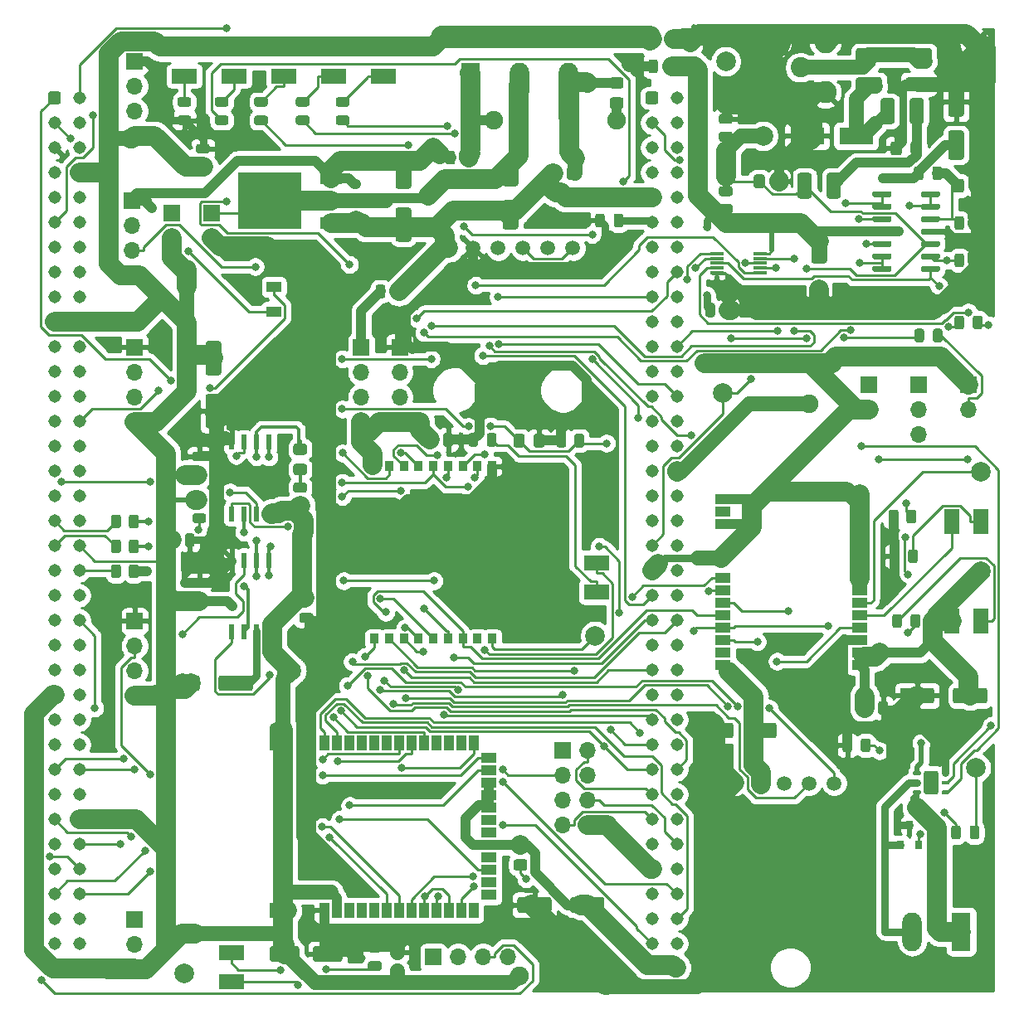
<source format=gbr>
G04 #@! TF.GenerationSoftware,KiCad,Pcbnew,(5.1.12)-1*
G04 #@! TF.CreationDate,2021-12-06T17:39:21+10:00*
G04 #@! TF.ProjectId,stmsplat2,73746d73-706c-4617-9432-2e6b69636164,rev?*
G04 #@! TF.SameCoordinates,Original*
G04 #@! TF.FileFunction,Copper,L1,Top*
G04 #@! TF.FilePolarity,Positive*
%FSLAX46Y46*%
G04 Gerber Fmt 4.6, Leading zero omitted, Abs format (unit mm)*
G04 Created by KiCad (PCBNEW (5.1.12)-1) date 2021-12-06 17:39:21*
%MOMM*%
%LPD*%
G01*
G04 APERTURE LIST*
G04 #@! TA.AperFunction,SMDPad,CuDef*
%ADD10R,1.400000X0.300000*%
G04 #@! TD*
G04 #@! TA.AperFunction,ComponentPad*
%ADD11C,1.520000*%
G04 #@! TD*
G04 #@! TA.AperFunction,SMDPad,CuDef*
%ADD12R,1.600000X1.000000*%
G04 #@! TD*
G04 #@! TA.AperFunction,ComponentPad*
%ADD13O,1.700000X1.700000*%
G04 #@! TD*
G04 #@! TA.AperFunction,ComponentPad*
%ADD14R,1.700000X1.700000*%
G04 #@! TD*
G04 #@! TA.AperFunction,SMDPad,CuDef*
%ADD15R,1.500000X1.100000*%
G04 #@! TD*
G04 #@! TA.AperFunction,ComponentPad*
%ADD16C,2.000000*%
G04 #@! TD*
G04 #@! TA.AperFunction,SMDPad,CuDef*
%ADD17R,0.800000X0.900000*%
G04 #@! TD*
G04 #@! TA.AperFunction,SMDPad,CuDef*
%ADD18R,1.500000X2.600000*%
G04 #@! TD*
G04 #@! TA.AperFunction,SMDPad,CuDef*
%ADD19R,2.600000X1.500000*%
G04 #@! TD*
G04 #@! TA.AperFunction,SMDPad,CuDef*
%ADD20R,3.500000X1.800000*%
G04 #@! TD*
G04 #@! TA.AperFunction,ComponentPad*
%ADD21C,1.310000*%
G04 #@! TD*
G04 #@! TA.AperFunction,ComponentPad*
%ADD22C,2.250000*%
G04 #@! TD*
G04 #@! TA.AperFunction,ComponentPad*
%ADD23C,2.050000*%
G04 #@! TD*
G04 #@! TA.AperFunction,SMDPad,CuDef*
%ADD24R,0.558800X1.498600*%
G04 #@! TD*
G04 #@! TA.AperFunction,SMDPad,CuDef*
%ADD25R,2.200000X1.200000*%
G04 #@! TD*
G04 #@! TA.AperFunction,SMDPad,CuDef*
%ADD26R,6.400000X5.800000*%
G04 #@! TD*
G04 #@! TA.AperFunction,ComponentPad*
%ADD27R,1.980000X3.960000*%
G04 #@! TD*
G04 #@! TA.AperFunction,ComponentPad*
%ADD28O,1.980000X3.960000*%
G04 #@! TD*
G04 #@! TA.AperFunction,SMDPad,CuDef*
%ADD29R,1.000000X1.600000*%
G04 #@! TD*
G04 #@! TA.AperFunction,SMDPad,CuDef*
%ADD30R,0.912500X1.000000*%
G04 #@! TD*
G04 #@! TA.AperFunction,ViaPad*
%ADD31C,1.900000*%
G04 #@! TD*
G04 #@! TA.AperFunction,ViaPad*
%ADD32C,0.900000*%
G04 #@! TD*
G04 #@! TA.AperFunction,ViaPad*
%ADD33C,0.800000*%
G04 #@! TD*
G04 #@! TA.AperFunction,Conductor*
%ADD34C,2.000000*%
G04 #@! TD*
G04 #@! TA.AperFunction,Conductor*
%ADD35C,0.400600*%
G04 #@! TD*
G04 #@! TA.AperFunction,Conductor*
%ADD36C,2.286000*%
G04 #@! TD*
G04 #@! TA.AperFunction,Conductor*
%ADD37C,0.999800*%
G04 #@! TD*
G04 #@! TA.AperFunction,Conductor*
%ADD38C,1.000000*%
G04 #@! TD*
G04 #@! TA.AperFunction,Conductor*
%ADD39C,0.558600*%
G04 #@! TD*
G04 #@! TA.AperFunction,Conductor*
%ADD40C,1.500000*%
G04 #@! TD*
G04 #@! TA.AperFunction,Conductor*
%ADD41C,1.001800*%
G04 #@! TD*
G04 #@! TA.AperFunction,Conductor*
%ADD42C,0.976600*%
G04 #@! TD*
G04 #@! TA.AperFunction,Conductor*
%ADD43C,0.500000*%
G04 #@! TD*
G04 #@! TA.AperFunction,Conductor*
%ADD44C,0.912200*%
G04 #@! TD*
G04 #@! TA.AperFunction,Conductor*
%ADD45C,0.750000*%
G04 #@! TD*
G04 #@! TA.AperFunction,Conductor*
%ADD46C,1.309800*%
G04 #@! TD*
G04 #@! TA.AperFunction,Conductor*
%ADD47C,1.519800*%
G04 #@! TD*
G04 #@! TA.AperFunction,Conductor*
%ADD48C,0.250000*%
G04 #@! TD*
G04 #@! TA.AperFunction,Conductor*
%ADD49C,0.300000*%
G04 #@! TD*
G04 #@! TA.AperFunction,Conductor*
%ADD50C,3.000000*%
G04 #@! TD*
G04 #@! TA.AperFunction,Conductor*
%ADD51C,1.016000*%
G04 #@! TD*
G04 #@! TA.AperFunction,Conductor*
%ADD52C,0.254000*%
G04 #@! TD*
G04 #@! TA.AperFunction,Conductor*
%ADD53C,0.100000*%
G04 #@! TD*
G04 APERTURE END LIST*
D10*
X127295000Y-89470000D03*
X127295000Y-89970000D03*
X127295000Y-90470000D03*
X127295000Y-90970000D03*
X127295000Y-91470000D03*
X122895000Y-91470000D03*
X122895000Y-90970000D03*
X122895000Y-90470000D03*
X122895000Y-89970000D03*
X122895000Y-89470000D03*
D11*
X124714000Y-143562000D03*
X127254000Y-143562000D03*
X132334000Y-143562000D03*
X129794000Y-143562000D03*
X134874000Y-143562000D03*
D12*
X137505800Y-122629600D03*
X137505800Y-123899600D03*
X137505800Y-125169600D03*
X137505800Y-126439600D03*
X137505800Y-127709600D03*
X137505800Y-128979600D03*
X137505800Y-130249600D03*
X137505800Y-131519600D03*
X137505800Y-115789600D03*
X137505800Y-114519600D03*
X137505800Y-117059600D03*
X123505800Y-115789600D03*
X123505800Y-114519600D03*
X123505800Y-117059600D03*
X123505800Y-126439600D03*
X123505800Y-123899600D03*
X123505800Y-130249600D03*
X123505800Y-131519600D03*
X123505800Y-127709600D03*
X123505800Y-122629600D03*
X123505800Y-125169600D03*
X123505800Y-128979600D03*
G04 #@! TA.AperFunction,SMDPad,CuDef*
G36*
G01*
X124275002Y-76232500D02*
X123374998Y-76232500D01*
G75*
G02*
X123125000Y-75982502I0J249998D01*
G01*
X123125000Y-75457498D01*
G75*
G02*
X123374998Y-75207500I249998J0D01*
G01*
X124275002Y-75207500D01*
G75*
G02*
X124525000Y-75457498I0J-249998D01*
G01*
X124525000Y-75982502D01*
G75*
G02*
X124275002Y-76232500I-249998J0D01*
G01*
G37*
G04 #@! TD.AperFunction*
G04 #@! TA.AperFunction,SMDPad,CuDef*
G36*
G01*
X124275002Y-78057500D02*
X123374998Y-78057500D01*
G75*
G02*
X123125000Y-77807502I0J249998D01*
G01*
X123125000Y-77282498D01*
G75*
G02*
X123374998Y-77032500I249998J0D01*
G01*
X124275002Y-77032500D01*
G75*
G02*
X124525000Y-77282498I0J-249998D01*
G01*
X124525000Y-77807502D01*
G75*
G02*
X124275002Y-78057500I-249998J0D01*
G01*
G37*
G04 #@! TD.AperFunction*
G04 #@! TA.AperFunction,SMDPad,CuDef*
G36*
G01*
X124275002Y-83622500D02*
X123374998Y-83622500D01*
G75*
G02*
X123125000Y-83372502I0J249998D01*
G01*
X123125000Y-82847498D01*
G75*
G02*
X123374998Y-82597500I249998J0D01*
G01*
X124275002Y-82597500D01*
G75*
G02*
X124525000Y-82847498I0J-249998D01*
G01*
X124525000Y-83372502D01*
G75*
G02*
X124275002Y-83622500I-249998J0D01*
G01*
G37*
G04 #@! TD.AperFunction*
G04 #@! TA.AperFunction,SMDPad,CuDef*
G36*
G01*
X124275002Y-85447500D02*
X123374998Y-85447500D01*
G75*
G02*
X123125000Y-85197502I0J249998D01*
G01*
X123125000Y-84672498D01*
G75*
G02*
X123374998Y-84422500I249998J0D01*
G01*
X124275002Y-84422500D01*
G75*
G02*
X124525000Y-84672498I0J-249998D01*
G01*
X124525000Y-85197502D01*
G75*
G02*
X124275002Y-85447500I-249998J0D01*
G01*
G37*
G04 #@! TD.AperFunction*
G04 #@! TA.AperFunction,SMDPad,CuDef*
G36*
G01*
X101304000Y-84012000D02*
X102404000Y-84012000D01*
G75*
G02*
X102654000Y-84262000I0J-250000D01*
G01*
X102654000Y-86762000D01*
G75*
G02*
X102404000Y-87012000I-250000J0D01*
G01*
X101304000Y-87012000D01*
G75*
G02*
X101054000Y-86762000I0J250000D01*
G01*
X101054000Y-84262000D01*
G75*
G02*
X101304000Y-84012000I250000J0D01*
G01*
G37*
G04 #@! TD.AperFunction*
G04 #@! TA.AperFunction,SMDPad,CuDef*
G36*
G01*
X101304000Y-79612000D02*
X102404000Y-79612000D01*
G75*
G02*
X102654000Y-79862000I0J-250000D01*
G01*
X102654000Y-82362000D01*
G75*
G02*
X102404000Y-82612000I-250000J0D01*
G01*
X101304000Y-82612000D01*
G75*
G02*
X101054000Y-82362000I0J250000D01*
G01*
X101054000Y-79862000D01*
G75*
G02*
X101304000Y-79612000I250000J0D01*
G01*
G37*
G04 #@! TD.AperFunction*
D13*
X71374000Y-87884000D03*
D14*
X71374000Y-85344000D03*
D15*
X68829000Y-95427800D03*
X77729000Y-92887800D03*
X68829000Y-92887800D03*
X77729000Y-95427800D03*
D13*
X67335400Y-87884000D03*
D14*
X67335400Y-85344000D03*
G04 #@! TA.AperFunction,SMDPad,CuDef*
G36*
G01*
X70170000Y-132800000D02*
X70170000Y-133900000D01*
G75*
G02*
X69920000Y-134150000I-250000J0D01*
G01*
X66920000Y-134150000D01*
G75*
G02*
X66670000Y-133900000I0J250000D01*
G01*
X66670000Y-132800000D01*
G75*
G02*
X66920000Y-132550000I250000J0D01*
G01*
X69920000Y-132550000D01*
G75*
G02*
X70170000Y-132800000I0J-250000D01*
G01*
G37*
G04 #@! TD.AperFunction*
G04 #@! TA.AperFunction,SMDPad,CuDef*
G36*
G01*
X75570000Y-132800000D02*
X75570000Y-133900000D01*
G75*
G02*
X75320000Y-134150000I-250000J0D01*
G01*
X72320000Y-134150000D01*
G75*
G02*
X72070000Y-133900000I0J250000D01*
G01*
X72070000Y-132800000D01*
G75*
G02*
X72320000Y-132550000I250000J0D01*
G01*
X75320000Y-132550000D01*
G75*
G02*
X75570000Y-132800000I0J-250000D01*
G01*
G37*
G04 #@! TD.AperFunction*
G04 #@! TA.AperFunction,SMDPad,CuDef*
G36*
G01*
X72100000Y-101920000D02*
X71000000Y-101920000D01*
G75*
G02*
X70750000Y-101670000I0J250000D01*
G01*
X70750000Y-98670000D01*
G75*
G02*
X71000000Y-98420000I250000J0D01*
G01*
X72100000Y-98420000D01*
G75*
G02*
X72350000Y-98670000I0J-250000D01*
G01*
X72350000Y-101670000D01*
G75*
G02*
X72100000Y-101920000I-250000J0D01*
G01*
G37*
G04 #@! TD.AperFunction*
G04 #@! TA.AperFunction,SMDPad,CuDef*
G36*
G01*
X72100000Y-107320000D02*
X71000000Y-107320000D01*
G75*
G02*
X70750000Y-107070000I0J250000D01*
G01*
X70750000Y-104070000D01*
G75*
G02*
X71000000Y-103820000I250000J0D01*
G01*
X72100000Y-103820000D01*
G75*
G02*
X72350000Y-104070000I0J-250000D01*
G01*
X72350000Y-107070000D01*
G75*
G02*
X72100000Y-107320000I-250000J0D01*
G01*
G37*
G04 #@! TD.AperFunction*
D16*
X79502000Y-132080000D03*
G04 #@! TA.AperFunction,SMDPad,CuDef*
G36*
G01*
X80300000Y-160450000D02*
X80300000Y-161550000D01*
G75*
G02*
X80050000Y-161800000I-250000J0D01*
G01*
X77550000Y-161800000D01*
G75*
G02*
X77300000Y-161550000I0J250000D01*
G01*
X77300000Y-160450000D01*
G75*
G02*
X77550000Y-160200000I250000J0D01*
G01*
X80050000Y-160200000D01*
G75*
G02*
X80300000Y-160450000I0J-250000D01*
G01*
G37*
G04 #@! TD.AperFunction*
G04 #@! TA.AperFunction,SMDPad,CuDef*
G36*
G01*
X84700000Y-160450000D02*
X84700000Y-161550000D01*
G75*
G02*
X84450000Y-161800000I-250000J0D01*
G01*
X81950000Y-161800000D01*
G75*
G02*
X81700000Y-161550000I0J250000D01*
G01*
X81700000Y-160450000D01*
G75*
G02*
X81950000Y-160200000I250000J0D01*
G01*
X84450000Y-160200000D01*
G75*
G02*
X84700000Y-160450000I0J-250000D01*
G01*
G37*
G04 #@! TD.AperFunction*
G04 #@! TA.AperFunction,SMDPad,CuDef*
G36*
G01*
X94100000Y-108025000D02*
X94100000Y-108975000D01*
G75*
G02*
X93850000Y-109225000I-250000J0D01*
G01*
X93350000Y-109225000D01*
G75*
G02*
X93100000Y-108975000I0J250000D01*
G01*
X93100000Y-108025000D01*
G75*
G02*
X93350000Y-107775000I250000J0D01*
G01*
X93850000Y-107775000D01*
G75*
G02*
X94100000Y-108025000I0J-250000D01*
G01*
G37*
G04 #@! TD.AperFunction*
G04 #@! TA.AperFunction,SMDPad,CuDef*
G36*
G01*
X96000000Y-108025000D02*
X96000000Y-108975000D01*
G75*
G02*
X95750000Y-109225000I-250000J0D01*
G01*
X95250000Y-109225000D01*
G75*
G02*
X95000000Y-108975000I0J250000D01*
G01*
X95000000Y-108025000D01*
G75*
G02*
X95250000Y-107775000I250000J0D01*
G01*
X95750000Y-107775000D01*
G75*
G02*
X96000000Y-108025000I0J-250000D01*
G01*
G37*
G04 #@! TD.AperFunction*
G04 #@! TA.AperFunction,SMDPad,CuDef*
G36*
G01*
X103300000Y-108134999D02*
X103300000Y-109035001D01*
G75*
G02*
X103050001Y-109285000I-249999J0D01*
G01*
X102399999Y-109285000D01*
G75*
G02*
X102150000Y-109035001I0J249999D01*
G01*
X102150000Y-108134999D01*
G75*
G02*
X102399999Y-107885000I249999J0D01*
G01*
X103050001Y-107885000D01*
G75*
G02*
X103300000Y-108134999I0J-249999D01*
G01*
G37*
G04 #@! TD.AperFunction*
G04 #@! TA.AperFunction,SMDPad,CuDef*
G36*
G01*
X105350000Y-108134999D02*
X105350000Y-109035001D01*
G75*
G02*
X105100001Y-109285000I-249999J0D01*
G01*
X104449999Y-109285000D01*
G75*
G02*
X104200000Y-109035001I0J249999D01*
G01*
X104200000Y-108134999D01*
G75*
G02*
X104449999Y-107885000I249999J0D01*
G01*
X105100001Y-107885000D01*
G75*
G02*
X105350000Y-108134999I0J-249999D01*
G01*
G37*
G04 #@! TD.AperFunction*
G04 #@! TA.AperFunction,SMDPad,CuDef*
G36*
G01*
X79940998Y-114700000D02*
X80841002Y-114700000D01*
G75*
G02*
X81091000Y-114949998I0J-249998D01*
G01*
X81091000Y-115475002D01*
G75*
G02*
X80841002Y-115725000I-249998J0D01*
G01*
X79940998Y-115725000D01*
G75*
G02*
X79691000Y-115475002I0J249998D01*
G01*
X79691000Y-114949998D01*
G75*
G02*
X79940998Y-114700000I249998J0D01*
G01*
G37*
G04 #@! TD.AperFunction*
G04 #@! TA.AperFunction,SMDPad,CuDef*
G36*
G01*
X79940998Y-112875000D02*
X80841002Y-112875000D01*
G75*
G02*
X81091000Y-113124998I0J-249998D01*
G01*
X81091000Y-113650002D01*
G75*
G02*
X80841002Y-113900000I-249998J0D01*
G01*
X79940998Y-113900000D01*
G75*
G02*
X79691000Y-113650002I0J249998D01*
G01*
X79691000Y-113124998D01*
G75*
G02*
X79940998Y-112875000I249998J0D01*
G01*
G37*
G04 #@! TD.AperFunction*
G04 #@! TA.AperFunction,SMDPad,CuDef*
G36*
G01*
X62107500Y-118929998D02*
X62107500Y-119830002D01*
G75*
G02*
X61857502Y-120080000I-249998J0D01*
G01*
X61332498Y-120080000D01*
G75*
G02*
X61082500Y-119830002I0J249998D01*
G01*
X61082500Y-118929998D01*
G75*
G02*
X61332498Y-118680000I249998J0D01*
G01*
X61857502Y-118680000D01*
G75*
G02*
X62107500Y-118929998I0J-249998D01*
G01*
G37*
G04 #@! TD.AperFunction*
G04 #@! TA.AperFunction,SMDPad,CuDef*
G36*
G01*
X63932500Y-118929998D02*
X63932500Y-119830002D01*
G75*
G02*
X63682502Y-120080000I-249998J0D01*
G01*
X63157498Y-120080000D01*
G75*
G02*
X62907500Y-119830002I0J249998D01*
G01*
X62907500Y-118929998D01*
G75*
G02*
X63157498Y-118680000I249998J0D01*
G01*
X63682502Y-118680000D01*
G75*
G02*
X63932500Y-118929998I0J-249998D01*
G01*
G37*
G04 #@! TD.AperFunction*
G04 #@! TA.AperFunction,SMDPad,CuDef*
G36*
G01*
X62107500Y-121469998D02*
X62107500Y-122370002D01*
G75*
G02*
X61857502Y-122620000I-249998J0D01*
G01*
X61332498Y-122620000D01*
G75*
G02*
X61082500Y-122370002I0J249998D01*
G01*
X61082500Y-121469998D01*
G75*
G02*
X61332498Y-121220000I249998J0D01*
G01*
X61857502Y-121220000D01*
G75*
G02*
X62107500Y-121469998I0J-249998D01*
G01*
G37*
G04 #@! TD.AperFunction*
G04 #@! TA.AperFunction,SMDPad,CuDef*
G36*
G01*
X63932500Y-121469998D02*
X63932500Y-122370002D01*
G75*
G02*
X63682502Y-122620000I-249998J0D01*
G01*
X63157498Y-122620000D01*
G75*
G02*
X62907500Y-122370002I0J249998D01*
G01*
X62907500Y-121469998D01*
G75*
G02*
X63157498Y-121220000I249998J0D01*
G01*
X63682502Y-121220000D01*
G75*
G02*
X63932500Y-121469998I0J-249998D01*
G01*
G37*
G04 #@! TD.AperFunction*
G04 #@! TA.AperFunction,SMDPad,CuDef*
G36*
G01*
X62107500Y-116389998D02*
X62107500Y-117290002D01*
G75*
G02*
X61857502Y-117540000I-249998J0D01*
G01*
X61332498Y-117540000D01*
G75*
G02*
X61082500Y-117290002I0J249998D01*
G01*
X61082500Y-116389998D01*
G75*
G02*
X61332498Y-116140000I249998J0D01*
G01*
X61857502Y-116140000D01*
G75*
G02*
X62107500Y-116389998I0J-249998D01*
G01*
G37*
G04 #@! TD.AperFunction*
G04 #@! TA.AperFunction,SMDPad,CuDef*
G36*
G01*
X63932500Y-116389998D02*
X63932500Y-117290002D01*
G75*
G02*
X63682502Y-117540000I-249998J0D01*
G01*
X63157498Y-117540000D01*
G75*
G02*
X62907500Y-117290002I0J249998D01*
G01*
X62907500Y-116389998D01*
G75*
G02*
X63157498Y-116140000I249998J0D01*
G01*
X63682502Y-116140000D01*
G75*
G02*
X63932500Y-116389998I0J-249998D01*
G01*
G37*
G04 #@! TD.AperFunction*
G04 #@! TA.AperFunction,SMDPad,CuDef*
G36*
G01*
X79940999Y-110940000D02*
X80841001Y-110940000D01*
G75*
G02*
X81091000Y-111189999I0J-249999D01*
G01*
X81091000Y-111840001D01*
G75*
G02*
X80841001Y-112090000I-249999J0D01*
G01*
X79940999Y-112090000D01*
G75*
G02*
X79691000Y-111840001I0J249999D01*
G01*
X79691000Y-111189999D01*
G75*
G02*
X79940999Y-110940000I249999J0D01*
G01*
G37*
G04 #@! TD.AperFunction*
G04 #@! TA.AperFunction,SMDPad,CuDef*
G36*
G01*
X79940999Y-108890000D02*
X80841001Y-108890000D01*
G75*
G02*
X81091000Y-109139999I0J-249999D01*
G01*
X81091000Y-109790001D01*
G75*
G02*
X80841001Y-110040000I-249999J0D01*
G01*
X79940999Y-110040000D01*
G75*
G02*
X79691000Y-109790001I0J249999D01*
G01*
X79691000Y-109139999D01*
G75*
G02*
X79940999Y-108890000I249999J0D01*
G01*
G37*
G04 #@! TD.AperFunction*
G04 #@! TA.AperFunction,SMDPad,CuDef*
G36*
G01*
X141047000Y-73855000D02*
X141047000Y-76005000D01*
G75*
G02*
X140797000Y-76255000I-250000J0D01*
G01*
X139872000Y-76255000D01*
G75*
G02*
X139622000Y-76005000I0J250000D01*
G01*
X139622000Y-73855000D01*
G75*
G02*
X139872000Y-73605000I250000J0D01*
G01*
X140797000Y-73605000D01*
G75*
G02*
X141047000Y-73855000I0J-250000D01*
G01*
G37*
G04 #@! TD.AperFunction*
G04 #@! TA.AperFunction,SMDPad,CuDef*
G36*
G01*
X144022000Y-73855000D02*
X144022000Y-76005000D01*
G75*
G02*
X143772000Y-76255000I-250000J0D01*
G01*
X142847000Y-76255000D01*
G75*
G02*
X142597000Y-76005000I0J250000D01*
G01*
X142597000Y-73855000D01*
G75*
G02*
X142847000Y-73605000I250000J0D01*
G01*
X143772000Y-73605000D01*
G75*
G02*
X144022000Y-73855000I0J-250000D01*
G01*
G37*
G04 #@! TD.AperFunction*
G04 #@! TA.AperFunction,SMDPad,CuDef*
G36*
G01*
X147870000Y-75500000D02*
X146770000Y-75500000D01*
G75*
G02*
X146520000Y-75250000I0J250000D01*
G01*
X146520000Y-72750000D01*
G75*
G02*
X146770000Y-72500000I250000J0D01*
G01*
X147870000Y-72500000D01*
G75*
G02*
X148120000Y-72750000I0J-250000D01*
G01*
X148120000Y-75250000D01*
G75*
G02*
X147870000Y-75500000I-250000J0D01*
G01*
G37*
G04 #@! TD.AperFunction*
G04 #@! TA.AperFunction,SMDPad,CuDef*
G36*
G01*
X147870000Y-79900000D02*
X146770000Y-79900000D01*
G75*
G02*
X146520000Y-79650000I0J250000D01*
G01*
X146520000Y-77150000D01*
G75*
G02*
X146770000Y-76900000I250000J0D01*
G01*
X147870000Y-76900000D01*
G75*
G02*
X148120000Y-77150000I0J-250000D01*
G01*
X148120000Y-79650000D01*
G75*
G02*
X147870000Y-79900000I-250000J0D01*
G01*
G37*
G04 #@! TD.AperFunction*
G04 #@! TA.AperFunction,SMDPad,CuDef*
G36*
G01*
X126008000Y-138726000D02*
X126008000Y-137626000D01*
G75*
G02*
X126258000Y-137376000I250000J0D01*
G01*
X128758000Y-137376000D01*
G75*
G02*
X129008000Y-137626000I0J-250000D01*
G01*
X129008000Y-138726000D01*
G75*
G02*
X128758000Y-138976000I-250000J0D01*
G01*
X126258000Y-138976000D01*
G75*
G02*
X126008000Y-138726000I0J250000D01*
G01*
G37*
G04 #@! TD.AperFunction*
G04 #@! TA.AperFunction,SMDPad,CuDef*
G36*
G01*
X121608000Y-138726000D02*
X121608000Y-137626000D01*
G75*
G02*
X121858000Y-137376000I250000J0D01*
G01*
X124358000Y-137376000D01*
G75*
G02*
X124608000Y-137626000I0J-250000D01*
G01*
X124608000Y-138726000D01*
G75*
G02*
X124358000Y-138976000I-250000J0D01*
G01*
X121858000Y-138976000D01*
G75*
G02*
X121608000Y-138726000I0J250000D01*
G01*
G37*
G04 #@! TD.AperFunction*
G04 #@! TA.AperFunction,SMDPad,CuDef*
G36*
G01*
X107950000Y-156550000D02*
X107950000Y-155450000D01*
G75*
G02*
X108200000Y-155200000I250000J0D01*
G01*
X111200000Y-155200000D01*
G75*
G02*
X111450000Y-155450000I0J-250000D01*
G01*
X111450000Y-156550000D01*
G75*
G02*
X111200000Y-156800000I-250000J0D01*
G01*
X108200000Y-156800000D01*
G75*
G02*
X107950000Y-156550000I0J250000D01*
G01*
G37*
G04 #@! TD.AperFunction*
G04 #@! TA.AperFunction,SMDPad,CuDef*
G36*
G01*
X102550000Y-156550000D02*
X102550000Y-155450000D01*
G75*
G02*
X102800000Y-155200000I250000J0D01*
G01*
X105800000Y-155200000D01*
G75*
G02*
X106050000Y-155450000I0J-250000D01*
G01*
X106050000Y-156550000D01*
G75*
G02*
X105800000Y-156800000I-250000J0D01*
G01*
X102800000Y-156800000D01*
G75*
G02*
X102550000Y-156550000I0J250000D01*
G01*
G37*
G04 #@! TD.AperFunction*
D17*
X142560000Y-147860000D03*
X143510000Y-149860000D03*
X141610000Y-149860000D03*
G04 #@! TA.AperFunction,SMDPad,CuDef*
G36*
G01*
X147000000Y-135170000D02*
X147000000Y-134070000D01*
G75*
G02*
X147250000Y-133820000I250000J0D01*
G01*
X150250000Y-133820000D01*
G75*
G02*
X150500000Y-134070000I0J-250000D01*
G01*
X150500000Y-135170000D01*
G75*
G02*
X150250000Y-135420000I-250000J0D01*
G01*
X147250000Y-135420000D01*
G75*
G02*
X147000000Y-135170000I0J250000D01*
G01*
G37*
G04 #@! TD.AperFunction*
G04 #@! TA.AperFunction,SMDPad,CuDef*
G36*
G01*
X141600000Y-135170000D02*
X141600000Y-134070000D01*
G75*
G02*
X141850000Y-133820000I250000J0D01*
G01*
X144850000Y-133820000D01*
G75*
G02*
X145100000Y-134070000I0J-250000D01*
G01*
X145100000Y-135170000D01*
G75*
G02*
X144850000Y-135420000I-250000J0D01*
G01*
X141850000Y-135420000D01*
G75*
G02*
X141600000Y-135170000I0J250000D01*
G01*
G37*
G04 #@! TD.AperFunction*
G04 #@! TA.AperFunction,SMDPad,CuDef*
G36*
G01*
X132800000Y-92390000D02*
X133900000Y-92390000D01*
G75*
G02*
X134150000Y-92640000I0J-250000D01*
G01*
X134150000Y-95640000D01*
G75*
G02*
X133900000Y-95890000I-250000J0D01*
G01*
X132800000Y-95890000D01*
G75*
G02*
X132550000Y-95640000I0J250000D01*
G01*
X132550000Y-92640000D01*
G75*
G02*
X132800000Y-92390000I250000J0D01*
G01*
G37*
G04 #@! TD.AperFunction*
G04 #@! TA.AperFunction,SMDPad,CuDef*
G36*
G01*
X132800000Y-86990000D02*
X133900000Y-86990000D01*
G75*
G02*
X134150000Y-87240000I0J-250000D01*
G01*
X134150000Y-90240000D01*
G75*
G02*
X133900000Y-90490000I-250000J0D01*
G01*
X132800000Y-90490000D01*
G75*
G02*
X132550000Y-90240000I0J250000D01*
G01*
X132550000Y-87240000D01*
G75*
G02*
X132800000Y-86990000I250000J0D01*
G01*
G37*
G04 #@! TD.AperFunction*
G04 #@! TA.AperFunction,SMDPad,CuDef*
G36*
G01*
X90382000Y-84770000D02*
X91482000Y-84770000D01*
G75*
G02*
X91732000Y-85020000I0J-250000D01*
G01*
X91732000Y-88020000D01*
G75*
G02*
X91482000Y-88270000I-250000J0D01*
G01*
X90382000Y-88270000D01*
G75*
G02*
X90132000Y-88020000I0J250000D01*
G01*
X90132000Y-85020000D01*
G75*
G02*
X90382000Y-84770000I250000J0D01*
G01*
G37*
G04 #@! TD.AperFunction*
G04 #@! TA.AperFunction,SMDPad,CuDef*
G36*
G01*
X90382000Y-79370000D02*
X91482000Y-79370000D01*
G75*
G02*
X91732000Y-79620000I0J-250000D01*
G01*
X91732000Y-82620000D01*
G75*
G02*
X91482000Y-82870000I-250000J0D01*
G01*
X90382000Y-82870000D01*
G75*
G02*
X90132000Y-82620000I0J250000D01*
G01*
X90132000Y-79620000D01*
G75*
G02*
X90382000Y-79370000I250000J0D01*
G01*
G37*
G04 #@! TD.AperFunction*
D16*
X123825000Y-69850000D03*
G04 #@! TA.AperFunction,SMDPad,CuDef*
G36*
G01*
X117798000Y-70814250D02*
X117798000Y-69901750D01*
G75*
G02*
X118041750Y-69658000I243750J0D01*
G01*
X118529250Y-69658000D01*
G75*
G02*
X118773000Y-69901750I0J-243750D01*
G01*
X118773000Y-70814250D01*
G75*
G02*
X118529250Y-71058000I-243750J0D01*
G01*
X118041750Y-71058000D01*
G75*
G02*
X117798000Y-70814250I0J243750D01*
G01*
G37*
G04 #@! TD.AperFunction*
G04 #@! TA.AperFunction,SMDPad,CuDef*
G36*
G01*
X115923000Y-70814250D02*
X115923000Y-69901750D01*
G75*
G02*
X116166750Y-69658000I243750J0D01*
G01*
X116654250Y-69658000D01*
G75*
G02*
X116898000Y-69901750I0J-243750D01*
G01*
X116898000Y-70814250D01*
G75*
G02*
X116654250Y-71058000I-243750J0D01*
G01*
X116166750Y-71058000D01*
G75*
G02*
X115923000Y-70814250I0J243750D01*
G01*
G37*
G04 #@! TD.AperFunction*
X149860000Y-121920000D03*
G04 #@! TA.AperFunction,SMDPad,CuDef*
G36*
G01*
X96212000Y-79236250D02*
X96212000Y-80148750D01*
G75*
G02*
X95968250Y-80392500I-243750J0D01*
G01*
X95480750Y-80392500D01*
G75*
G02*
X95237000Y-80148750I0J243750D01*
G01*
X95237000Y-79236250D01*
G75*
G02*
X95480750Y-78992500I243750J0D01*
G01*
X95968250Y-78992500D01*
G75*
G02*
X96212000Y-79236250I0J-243750D01*
G01*
G37*
G04 #@! TD.AperFunction*
G04 #@! TA.AperFunction,SMDPad,CuDef*
G36*
G01*
X98087000Y-79236250D02*
X98087000Y-80148750D01*
G75*
G02*
X97843250Y-80392500I-243750J0D01*
G01*
X97355750Y-80392500D01*
G75*
G02*
X97112000Y-80148750I0J243750D01*
G01*
X97112000Y-79236250D01*
G75*
G02*
X97355750Y-78992500I243750J0D01*
G01*
X97843250Y-78992500D01*
G75*
G02*
X98087000Y-79236250I0J-243750D01*
G01*
G37*
G04 #@! TD.AperFunction*
G04 #@! TA.AperFunction,SMDPad,CuDef*
G36*
G01*
X134125000Y-83625000D02*
X134125000Y-81475000D01*
G75*
G02*
X134375000Y-81225000I250000J0D01*
G01*
X135300000Y-81225000D01*
G75*
G02*
X135550000Y-81475000I0J-250000D01*
G01*
X135550000Y-83625000D01*
G75*
G02*
X135300000Y-83875000I-250000J0D01*
G01*
X134375000Y-83875000D01*
G75*
G02*
X134125000Y-83625000I0J250000D01*
G01*
G37*
G04 #@! TD.AperFunction*
G04 #@! TA.AperFunction,SMDPad,CuDef*
G36*
G01*
X131150000Y-83625000D02*
X131150000Y-81475000D01*
G75*
G02*
X131400000Y-81225000I250000J0D01*
G01*
X132325000Y-81225000D01*
G75*
G02*
X132575000Y-81475000I0J-250000D01*
G01*
X132575000Y-83625000D01*
G75*
G02*
X132325000Y-83875000I-250000J0D01*
G01*
X131400000Y-83875000D01*
G75*
G02*
X131150000Y-83625000I0J250000D01*
G01*
G37*
G04 #@! TD.AperFunction*
D18*
X149860000Y-116840000D03*
X146860000Y-116840000D03*
D19*
X78740000Y-71350000D03*
X78740000Y-68350000D03*
D16*
X127635000Y-77470000D03*
D19*
X83820000Y-71350000D03*
X83820000Y-68350000D03*
X110617000Y-124055000D03*
X110617000Y-121055000D03*
D16*
X110490000Y-128524000D03*
D19*
X88900000Y-71350000D03*
X88900000Y-68350000D03*
X73406000Y-163830000D03*
X73406000Y-160830000D03*
D13*
X63500000Y-106680000D03*
X63500000Y-104140000D03*
X63500000Y-101600000D03*
D14*
X63500000Y-99060000D03*
D19*
X73660000Y-71350000D03*
X73660000Y-68350000D03*
D20*
X132120000Y-77470000D03*
X137120000Y-77470000D03*
D21*
X57861200Y-162483800D03*
X57861200Y-159943800D03*
X57861200Y-157403800D03*
X57861200Y-154863800D03*
X57861200Y-152323800D03*
X57861200Y-149783800D03*
X57861200Y-147243800D03*
X57861200Y-144703800D03*
X57861200Y-142163800D03*
X57861200Y-139623800D03*
X57861200Y-137083800D03*
X57861200Y-134543800D03*
X57861200Y-132003800D03*
X57861200Y-129463800D03*
X57861200Y-126923800D03*
X57861200Y-124383800D03*
X57861200Y-121843800D03*
X57861200Y-119303800D03*
X57861200Y-116763800D03*
X57861200Y-114223800D03*
X57861200Y-111683800D03*
X57861200Y-109143800D03*
X57861200Y-106603800D03*
X57861200Y-104063800D03*
X57861200Y-101523800D03*
X57861200Y-98983800D03*
X57861200Y-96443800D03*
X57861200Y-93903800D03*
X57861200Y-91363800D03*
X57861200Y-88823800D03*
X57861200Y-86283800D03*
X57861200Y-83743800D03*
X57861200Y-81203800D03*
X57861200Y-78663800D03*
X57861200Y-76123800D03*
X57861200Y-73583800D03*
X55321200Y-162483800D03*
X55321200Y-159943800D03*
X55321200Y-157403800D03*
X55321200Y-154863800D03*
X55321200Y-152323800D03*
X55321200Y-149783800D03*
X55321200Y-147243800D03*
X55321200Y-144703800D03*
X55321200Y-142163800D03*
X55321200Y-139623800D03*
X55321200Y-137083800D03*
X55321200Y-134543800D03*
X55321200Y-132003800D03*
X55321200Y-129463800D03*
X55321200Y-126923800D03*
X55321200Y-124383800D03*
X55321200Y-121843800D03*
X55321200Y-119303800D03*
X55321200Y-116763800D03*
X55321200Y-114223800D03*
X55321200Y-111683800D03*
X55321200Y-109143800D03*
X55321200Y-106603800D03*
X55321200Y-104063800D03*
X55321200Y-101523800D03*
X55321200Y-98983800D03*
X55321200Y-96443800D03*
X55321200Y-93903800D03*
X55321200Y-91363800D03*
X55321200Y-88823800D03*
X55321200Y-86283800D03*
X55321200Y-83743800D03*
X55321200Y-81203800D03*
X55321200Y-78663800D03*
X55321200Y-76123800D03*
G04 #@! TA.AperFunction,ComponentPad*
G36*
G01*
X54916200Y-72928800D02*
X55726200Y-72928800D01*
G75*
G02*
X55976200Y-73178800I0J-250000D01*
G01*
X55976200Y-73988800D01*
G75*
G02*
X55726200Y-74238800I-250000J0D01*
G01*
X54916200Y-74238800D01*
G75*
G02*
X54666200Y-73988800I0J250000D01*
G01*
X54666200Y-73178800D01*
G75*
G02*
X54916200Y-72928800I250000J0D01*
G01*
G37*
G04 #@! TD.AperFunction*
X118821000Y-162483800D03*
X118821000Y-159943800D03*
X118821000Y-157403800D03*
X118821000Y-154863800D03*
X118821000Y-152323800D03*
X118821000Y-149783800D03*
X118821000Y-147243800D03*
X118821000Y-144703800D03*
X118821000Y-142163800D03*
X118821000Y-139623800D03*
X118821000Y-137083800D03*
X118821000Y-134543800D03*
X118821000Y-132003800D03*
X118821000Y-129463800D03*
X118821000Y-126923800D03*
X118821000Y-124383800D03*
X118821000Y-121843800D03*
X118821000Y-119303800D03*
X118821000Y-116763800D03*
X118821000Y-114223800D03*
X118821000Y-111683800D03*
X118821000Y-109143800D03*
X118821000Y-106603800D03*
X118821000Y-104063800D03*
X118821000Y-101523800D03*
X118821000Y-98983800D03*
X118821000Y-96443800D03*
X118821000Y-93903800D03*
X118821000Y-91363800D03*
X118821000Y-88823800D03*
X118821000Y-86283800D03*
X118821000Y-83743800D03*
X118821000Y-81203800D03*
X118821000Y-78663800D03*
X118821000Y-76123800D03*
X118821000Y-73583800D03*
X116281000Y-162483800D03*
X116281000Y-159943800D03*
X116281000Y-157403800D03*
X116281000Y-154863800D03*
X116281000Y-152323800D03*
X116281000Y-149783800D03*
X116281000Y-147243800D03*
X116281000Y-144703800D03*
X116281000Y-142163800D03*
X116281000Y-139623800D03*
X116281000Y-137083800D03*
X116281000Y-134543800D03*
X116281000Y-132003800D03*
X116281000Y-129463800D03*
X116281000Y-126923800D03*
X116281000Y-124383800D03*
X116281000Y-121843800D03*
X116281000Y-119303800D03*
X116281000Y-116763800D03*
X116281000Y-114223800D03*
X116281000Y-111683800D03*
X116281000Y-109143800D03*
X116281000Y-106603800D03*
X116281000Y-104063800D03*
X116281000Y-101523800D03*
X116281000Y-98983800D03*
X116281000Y-96443800D03*
X116281000Y-93903800D03*
X116281000Y-91363800D03*
X116281000Y-88823800D03*
X116281000Y-86283800D03*
X116281000Y-83743800D03*
X116281000Y-81203800D03*
X116281000Y-78663800D03*
X116281000Y-76123800D03*
G04 #@! TA.AperFunction,ComponentPad*
G36*
G01*
X115876000Y-72928800D02*
X116686000Y-72928800D01*
G75*
G02*
X116936000Y-73178800I0J-250000D01*
G01*
X116936000Y-73988800D01*
G75*
G02*
X116686000Y-74238800I-250000J0D01*
G01*
X115876000Y-74238800D01*
G75*
G02*
X115626000Y-73988800I0J250000D01*
G01*
X115626000Y-73178800D01*
G75*
G02*
X115876000Y-72928800I250000J0D01*
G01*
G37*
G04 #@! TD.AperFunction*
D13*
X63246000Y-91694000D03*
X63246000Y-89154000D03*
X63246000Y-86614000D03*
D14*
X63246000Y-84074000D03*
D13*
X90551000Y-106680000D03*
X90551000Y-104140000D03*
X90551000Y-101600000D03*
D14*
X90551000Y-99060000D03*
D13*
X86614000Y-106680000D03*
X86614000Y-104140000D03*
X86614000Y-101600000D03*
D14*
X86614000Y-99060000D03*
D18*
X149860000Y-127000000D03*
X146860000Y-127000000D03*
D19*
X68580000Y-71350000D03*
X68580000Y-68350000D03*
D22*
X128905000Y-73025000D03*
X128905000Y-67945000D03*
X133985000Y-67945000D03*
X133985000Y-73025000D03*
D23*
X131445000Y-70485000D03*
G04 #@! TA.AperFunction,SMDPad,CuDef*
G36*
G01*
X142435000Y-71477500D02*
X144585000Y-71477500D01*
G75*
G02*
X144835000Y-71727500I0J-250000D01*
G01*
X144835000Y-72652500D01*
G75*
G02*
X144585000Y-72902500I-250000J0D01*
G01*
X142435000Y-72902500D01*
G75*
G02*
X142185000Y-72652500I0J250000D01*
G01*
X142185000Y-71727500D01*
G75*
G02*
X142435000Y-71477500I250000J0D01*
G01*
G37*
G04 #@! TD.AperFunction*
G04 #@! TA.AperFunction,SMDPad,CuDef*
G36*
G01*
X142435000Y-68502500D02*
X144585000Y-68502500D01*
G75*
G02*
X144835000Y-68752500I0J-250000D01*
G01*
X144835000Y-69677500D01*
G75*
G02*
X144585000Y-69927500I-250000J0D01*
G01*
X142435000Y-69927500D01*
G75*
G02*
X142185000Y-69677500I0J250000D01*
G01*
X142185000Y-68752500D01*
G75*
G02*
X142435000Y-68502500I250000J0D01*
G01*
G37*
G04 #@! TD.AperFunction*
G04 #@! TA.AperFunction,SMDPad,CuDef*
G36*
G01*
X139505000Y-69927500D02*
X137355000Y-69927500D01*
G75*
G02*
X137105000Y-69677500I0J250000D01*
G01*
X137105000Y-68752500D01*
G75*
G02*
X137355000Y-68502500I250000J0D01*
G01*
X139505000Y-68502500D01*
G75*
G02*
X139755000Y-68752500I0J-250000D01*
G01*
X139755000Y-69677500D01*
G75*
G02*
X139505000Y-69927500I-250000J0D01*
G01*
G37*
G04 #@! TD.AperFunction*
G04 #@! TA.AperFunction,SMDPad,CuDef*
G36*
G01*
X139505000Y-72902500D02*
X137355000Y-72902500D01*
G75*
G02*
X137105000Y-72652500I0J250000D01*
G01*
X137105000Y-71727500D01*
G75*
G02*
X137355000Y-71477500I250000J0D01*
G01*
X139505000Y-71477500D01*
G75*
G02*
X139755000Y-71727500I0J-250000D01*
G01*
X139755000Y-72652500D01*
G75*
G02*
X139505000Y-72902500I-250000J0D01*
G01*
G37*
G04 #@! TD.AperFunction*
G04 #@! TA.AperFunction,SMDPad,CuDef*
G36*
G01*
X128720000Y-82542801D02*
X128720000Y-81642799D01*
G75*
G02*
X128969999Y-81392800I249999J0D01*
G01*
X129620001Y-81392800D01*
G75*
G02*
X129870000Y-81642799I0J-249999D01*
G01*
X129870000Y-82542801D01*
G75*
G02*
X129620001Y-82792800I-249999J0D01*
G01*
X128969999Y-82792800D01*
G75*
G02*
X128720000Y-82542801I0J249999D01*
G01*
G37*
G04 #@! TD.AperFunction*
G04 #@! TA.AperFunction,SMDPad,CuDef*
G36*
G01*
X126670000Y-82542801D02*
X126670000Y-81642799D01*
G75*
G02*
X126919999Y-81392800I249999J0D01*
G01*
X127570001Y-81392800D01*
G75*
G02*
X127820000Y-81642799I0J-249999D01*
G01*
X127820000Y-82542801D01*
G75*
G02*
X127570001Y-82792800I-249999J0D01*
G01*
X126919999Y-82792800D01*
G75*
G02*
X126670000Y-82542801I0J249999D01*
G01*
G37*
G04 #@! TD.AperFunction*
G04 #@! TA.AperFunction,SMDPad,CuDef*
G36*
G01*
X141790000Y-78289999D02*
X141790000Y-79190001D01*
G75*
G02*
X141540001Y-79440000I-249999J0D01*
G01*
X140889999Y-79440000D01*
G75*
G02*
X140640000Y-79190001I0J249999D01*
G01*
X140640000Y-78289999D01*
G75*
G02*
X140889999Y-78040000I249999J0D01*
G01*
X141540001Y-78040000D01*
G75*
G02*
X141790000Y-78289999I0J-249999D01*
G01*
G37*
G04 #@! TD.AperFunction*
G04 #@! TA.AperFunction,SMDPad,CuDef*
G36*
G01*
X143840000Y-78289999D02*
X143840000Y-79190001D01*
G75*
G02*
X143590001Y-79440000I-249999J0D01*
G01*
X142939999Y-79440000D01*
G75*
G02*
X142690000Y-79190001I0J249999D01*
G01*
X142690000Y-78289999D01*
G75*
G02*
X142939999Y-78040000I249999J0D01*
G01*
X143590001Y-78040000D01*
G75*
G02*
X143840000Y-78289999I0J-249999D01*
G01*
G37*
G04 #@! TD.AperFunction*
D16*
X68580000Y-163000000D03*
X149352000Y-141986000D03*
X149860000Y-111760000D03*
X123508000Y-103696000D03*
X149225000Y-67945000D03*
G04 #@! TA.AperFunction,SMDPad,CuDef*
G36*
G01*
X144961000Y-98309750D02*
X144961000Y-97397250D01*
G75*
G02*
X145204750Y-97153500I243750J0D01*
G01*
X145692250Y-97153500D01*
G75*
G02*
X145936000Y-97397250I0J-243750D01*
G01*
X145936000Y-98309750D01*
G75*
G02*
X145692250Y-98553500I-243750J0D01*
G01*
X145204750Y-98553500D01*
G75*
G02*
X144961000Y-98309750I0J243750D01*
G01*
G37*
G04 #@! TD.AperFunction*
G04 #@! TA.AperFunction,SMDPad,CuDef*
G36*
G01*
X143086000Y-98309750D02*
X143086000Y-97397250D01*
G75*
G02*
X143329750Y-97153500I243750J0D01*
G01*
X143817250Y-97153500D01*
G75*
G02*
X144061000Y-97397250I0J-243750D01*
G01*
X144061000Y-98309750D01*
G75*
G02*
X143817250Y-98553500I-243750J0D01*
G01*
X143329750Y-98553500D01*
G75*
G02*
X143086000Y-98309750I0J243750D01*
G01*
G37*
G04 #@! TD.AperFunction*
D24*
X73406000Y-128117600D03*
X74676000Y-128117600D03*
X75946000Y-128117600D03*
X77216000Y-128117600D03*
X77216000Y-120802400D03*
X75946000Y-120802400D03*
X74676000Y-120802400D03*
X73406000Y-120802400D03*
D14*
X63500000Y-127000000D03*
D13*
X63500000Y-129540000D03*
X63500000Y-132080000D03*
X63500000Y-134620000D03*
G04 #@! TA.AperFunction,SMDPad,CuDef*
G36*
G01*
X144030000Y-144460000D02*
X144030000Y-142560000D01*
G75*
G02*
X144280000Y-142310000I250000J0D01*
G01*
X145280000Y-142310000D01*
G75*
G02*
X145530000Y-142560000I0J-250000D01*
G01*
X145530000Y-144460000D01*
G75*
G02*
X145280000Y-144710000I-250000J0D01*
G01*
X144280000Y-144710000D01*
G75*
G02*
X144030000Y-144460000I0J250000D01*
G01*
G37*
G04 #@! TD.AperFunction*
G04 #@! TA.AperFunction,SMDPad,CuDef*
G36*
G01*
X142930000Y-142610000D02*
X142930000Y-142410000D01*
G75*
G02*
X143030000Y-142310000I100000J0D01*
G01*
X143630000Y-142310000D01*
G75*
G02*
X143730000Y-142410000I0J-100000D01*
G01*
X143730000Y-142610000D01*
G75*
G02*
X143630000Y-142710000I-100000J0D01*
G01*
X143030000Y-142710000D01*
G75*
G02*
X142930000Y-142610000I0J100000D01*
G01*
G37*
G04 #@! TD.AperFunction*
G04 #@! TA.AperFunction,SMDPad,CuDef*
G36*
G01*
X142930000Y-143610000D02*
X142930000Y-143410000D01*
G75*
G02*
X143030000Y-143310000I100000J0D01*
G01*
X143630000Y-143310000D01*
G75*
G02*
X143730000Y-143410000I0J-100000D01*
G01*
X143730000Y-143610000D01*
G75*
G02*
X143630000Y-143710000I-100000J0D01*
G01*
X143030000Y-143710000D01*
G75*
G02*
X142930000Y-143610000I0J100000D01*
G01*
G37*
G04 #@! TD.AperFunction*
G04 #@! TA.AperFunction,SMDPad,CuDef*
G36*
G01*
X142930000Y-144610000D02*
X142930000Y-144410000D01*
G75*
G02*
X143030000Y-144310000I100000J0D01*
G01*
X143630000Y-144310000D01*
G75*
G02*
X143730000Y-144410000I0J-100000D01*
G01*
X143730000Y-144610000D01*
G75*
G02*
X143630000Y-144710000I-100000J0D01*
G01*
X143030000Y-144710000D01*
G75*
G02*
X142930000Y-144610000I0J100000D01*
G01*
G37*
G04 #@! TD.AperFunction*
G04 #@! TA.AperFunction,SMDPad,CuDef*
G36*
G01*
X145830000Y-144610000D02*
X145830000Y-144410000D01*
G75*
G02*
X145930000Y-144310000I100000J0D01*
G01*
X146530000Y-144310000D01*
G75*
G02*
X146630000Y-144410000I0J-100000D01*
G01*
X146630000Y-144610000D01*
G75*
G02*
X146530000Y-144710000I-100000J0D01*
G01*
X145930000Y-144710000D01*
G75*
G02*
X145830000Y-144610000I0J100000D01*
G01*
G37*
G04 #@! TD.AperFunction*
G04 #@! TA.AperFunction,SMDPad,CuDef*
G36*
G01*
X145830000Y-143610000D02*
X145830000Y-143410000D01*
G75*
G02*
X145930000Y-143310000I100000J0D01*
G01*
X146530000Y-143310000D01*
G75*
G02*
X146630000Y-143410000I0J-100000D01*
G01*
X146630000Y-143610000D01*
G75*
G02*
X146530000Y-143710000I-100000J0D01*
G01*
X145930000Y-143710000D01*
G75*
G02*
X145830000Y-143610000I0J100000D01*
G01*
G37*
G04 #@! TD.AperFunction*
G04 #@! TA.AperFunction,SMDPad,CuDef*
G36*
G01*
X145830000Y-142610000D02*
X145830000Y-142410000D01*
G75*
G02*
X145930000Y-142310000I100000J0D01*
G01*
X146530000Y-142310000D01*
G75*
G02*
X146630000Y-142410000I0J-100000D01*
G01*
X146630000Y-142610000D01*
G75*
G02*
X146530000Y-142710000I-100000J0D01*
G01*
X145930000Y-142710000D01*
G75*
G02*
X145830000Y-142610000I0J100000D01*
G01*
G37*
G04 #@! TD.AperFunction*
G04 #@! TA.AperFunction,SMDPad,CuDef*
G36*
G01*
X118773000Y-67107750D02*
X118773000Y-68020250D01*
G75*
G02*
X118529250Y-68264000I-243750J0D01*
G01*
X118041750Y-68264000D01*
G75*
G02*
X117798000Y-68020250I0J243750D01*
G01*
X117798000Y-67107750D01*
G75*
G02*
X118041750Y-66864000I243750J0D01*
G01*
X118529250Y-66864000D01*
G75*
G02*
X118773000Y-67107750I0J-243750D01*
G01*
G37*
G04 #@! TD.AperFunction*
G04 #@! TA.AperFunction,SMDPad,CuDef*
G36*
G01*
X116898000Y-67107750D02*
X116898000Y-68020250D01*
G75*
G02*
X116654250Y-68264000I-243750J0D01*
G01*
X116166750Y-68264000D01*
G75*
G02*
X115923000Y-68020250I0J243750D01*
G01*
X115923000Y-67107750D01*
G75*
G02*
X116166750Y-66864000I243750J0D01*
G01*
X116654250Y-66864000D01*
G75*
G02*
X116898000Y-67107750I0J-243750D01*
G01*
G37*
G04 #@! TD.AperFunction*
X143510000Y-107950000D03*
X143510000Y-105410000D03*
D14*
X143510000Y-102870000D03*
X148590000Y-102870000D03*
D13*
X148590000Y-105410000D03*
G04 #@! TA.AperFunction,SMDPad,CuDef*
G36*
G01*
X113145001Y-74686000D02*
X112244999Y-74686000D01*
G75*
G02*
X111995000Y-74436001I0J249999D01*
G01*
X111995000Y-73785999D01*
G75*
G02*
X112244999Y-73536000I249999J0D01*
G01*
X113145001Y-73536000D01*
G75*
G02*
X113395000Y-73785999I0J-249999D01*
G01*
X113395000Y-74436001D01*
G75*
G02*
X113145001Y-74686000I-249999J0D01*
G01*
G37*
G04 #@! TD.AperFunction*
G04 #@! TA.AperFunction,SMDPad,CuDef*
G36*
G01*
X113145001Y-72636000D02*
X112244999Y-72636000D01*
G75*
G02*
X111995000Y-72386001I0J249999D01*
G01*
X111995000Y-71735999D01*
G75*
G02*
X112244999Y-71486000I249999J0D01*
G01*
X113145001Y-71486000D01*
G75*
G02*
X113395000Y-71735999I0J-249999D01*
G01*
X113395000Y-72386001D01*
G75*
G02*
X113145001Y-72636000I-249999J0D01*
G01*
G37*
G04 #@! TD.AperFunction*
G04 #@! TA.AperFunction,SMDPad,CuDef*
G36*
G01*
X85655999Y-85540000D02*
X86556001Y-85540000D01*
G75*
G02*
X86806000Y-85789999I0J-249999D01*
G01*
X86806000Y-86440001D01*
G75*
G02*
X86556001Y-86690000I-249999J0D01*
G01*
X85655999Y-86690000D01*
G75*
G02*
X85406000Y-86440001I0J249999D01*
G01*
X85406000Y-85789999D01*
G75*
G02*
X85655999Y-85540000I249999J0D01*
G01*
G37*
G04 #@! TD.AperFunction*
G04 #@! TA.AperFunction,SMDPad,CuDef*
G36*
G01*
X85655999Y-83490000D02*
X86556001Y-83490000D01*
G75*
G02*
X86806000Y-83739999I0J-249999D01*
G01*
X86806000Y-84390001D01*
G75*
G02*
X86556001Y-84640000I-249999J0D01*
G01*
X85655999Y-84640000D01*
G75*
G02*
X85406000Y-84390001I0J249999D01*
G01*
X85406000Y-83739999D01*
G75*
G02*
X85655999Y-83490000I249999J0D01*
G01*
G37*
G04 #@! TD.AperFunction*
G04 #@! TA.AperFunction,SMDPad,CuDef*
G36*
G01*
X146990000Y-83000001D02*
X146990000Y-82099999D01*
G75*
G02*
X147239999Y-81850000I249999J0D01*
G01*
X147890001Y-81850000D01*
G75*
G02*
X148140000Y-82099999I0J-249999D01*
G01*
X148140000Y-83000001D01*
G75*
G02*
X147890001Y-83250000I-249999J0D01*
G01*
X147239999Y-83250000D01*
G75*
G02*
X146990000Y-83000001I0J249999D01*
G01*
G37*
G04 #@! TD.AperFunction*
G04 #@! TA.AperFunction,SMDPad,CuDef*
G36*
G01*
X149040000Y-83000001D02*
X149040000Y-82099999D01*
G75*
G02*
X149289999Y-81850000I249999J0D01*
G01*
X149940001Y-81850000D01*
G75*
G02*
X150190000Y-82099999I0J-249999D01*
G01*
X150190000Y-83000001D01*
G75*
G02*
X149940001Y-83250000I-249999J0D01*
G01*
X149289999Y-83250000D01*
G75*
G02*
X149040000Y-83000001I0J249999D01*
G01*
G37*
G04 #@! TD.AperFunction*
D24*
X73406000Y-116052600D03*
X74676000Y-116052600D03*
X75946000Y-116052600D03*
X77216000Y-116052600D03*
X77216000Y-108737400D03*
X75946000Y-108737400D03*
X74676000Y-108737400D03*
X73406000Y-108737400D03*
D25*
X83575000Y-86379400D03*
X83575000Y-84099400D03*
X83575000Y-81819400D03*
D26*
X77275000Y-84099400D03*
D14*
X138430000Y-102870000D03*
D13*
X138430000Y-105410000D03*
D27*
X97790000Y-71983600D03*
D28*
X102790000Y-71983600D03*
X107790000Y-71983600D03*
D27*
X147853000Y-158725000D03*
D28*
X142853000Y-158725000D03*
G04 #@! TA.AperFunction,SMDPad,CuDef*
G36*
G01*
X108613000Y-80823750D02*
X108613000Y-81736250D01*
G75*
G02*
X108369250Y-81980000I-243750J0D01*
G01*
X107881750Y-81980000D01*
G75*
G02*
X107638000Y-81736250I0J243750D01*
G01*
X107638000Y-80823750D01*
G75*
G02*
X107881750Y-80580000I243750J0D01*
G01*
X108369250Y-80580000D01*
G75*
G02*
X108613000Y-80823750I0J-243750D01*
G01*
G37*
G04 #@! TD.AperFunction*
G04 #@! TA.AperFunction,SMDPad,CuDef*
G36*
G01*
X106738000Y-80823750D02*
X106738000Y-81736250D01*
G75*
G02*
X106494250Y-81980000I-243750J0D01*
G01*
X106006750Y-81980000D01*
G75*
G02*
X105763000Y-81736250I0J243750D01*
G01*
X105763000Y-80823750D01*
G75*
G02*
X106006750Y-80580000I243750J0D01*
G01*
X106494250Y-80580000D01*
G75*
G02*
X106738000Y-80823750I0J-243750D01*
G01*
G37*
G04 #@! TD.AperFunction*
D14*
X107188000Y-140208000D03*
D13*
X109728000Y-140208000D03*
X107188000Y-142748000D03*
X109728000Y-142748000D03*
X107188000Y-145288000D03*
X109728000Y-145288000D03*
X107188000Y-147828000D03*
X109728000Y-147828000D03*
D14*
X63500000Y-69850000D03*
D13*
X63500000Y-72390000D03*
X63500000Y-74930000D03*
X63500000Y-77470000D03*
D14*
X63500000Y-157480000D03*
D13*
X63500000Y-160020000D03*
X63500000Y-162560000D03*
G04 #@! TA.AperFunction,SMDPad,CuDef*
G36*
G01*
X143023000Y-81736250D02*
X143023000Y-80823750D01*
G75*
G02*
X143266750Y-80580000I243750J0D01*
G01*
X143754250Y-80580000D01*
G75*
G02*
X143998000Y-80823750I0J-243750D01*
G01*
X143998000Y-81736250D01*
G75*
G02*
X143754250Y-81980000I-243750J0D01*
G01*
X143266750Y-81980000D01*
G75*
G02*
X143023000Y-81736250I0J243750D01*
G01*
G37*
G04 #@! TD.AperFunction*
G04 #@! TA.AperFunction,SMDPad,CuDef*
G36*
G01*
X144898000Y-81736250D02*
X144898000Y-80823750D01*
G75*
G02*
X145141750Y-80580000I243750J0D01*
G01*
X145629250Y-80580000D01*
G75*
G02*
X145873000Y-80823750I0J-243750D01*
G01*
X145873000Y-81736250D01*
G75*
G02*
X145629250Y-81980000I-243750J0D01*
G01*
X145141750Y-81980000D01*
G75*
G02*
X144898000Y-81736250I0J243750D01*
G01*
G37*
G04 #@! TD.AperFunction*
G04 #@! TA.AperFunction,SMDPad,CuDef*
G36*
G01*
X149040000Y-86816250D02*
X149040000Y-85903750D01*
G75*
G02*
X149283750Y-85660000I243750J0D01*
G01*
X149771250Y-85660000D01*
G75*
G02*
X150015000Y-85903750I0J-243750D01*
G01*
X150015000Y-86816250D01*
G75*
G02*
X149771250Y-87060000I-243750J0D01*
G01*
X149283750Y-87060000D01*
G75*
G02*
X149040000Y-86816250I0J243750D01*
G01*
G37*
G04 #@! TD.AperFunction*
G04 #@! TA.AperFunction,SMDPad,CuDef*
G36*
G01*
X147165000Y-86816250D02*
X147165000Y-85903750D01*
G75*
G02*
X147408750Y-85660000I243750J0D01*
G01*
X147896250Y-85660000D01*
G75*
G02*
X148140000Y-85903750I0J-243750D01*
G01*
X148140000Y-86816250D01*
G75*
G02*
X147896250Y-87060000I-243750J0D01*
G01*
X147408750Y-87060000D01*
G75*
G02*
X147165000Y-86816250I0J243750D01*
G01*
G37*
G04 #@! TD.AperFunction*
G04 #@! TA.AperFunction,SMDPad,CuDef*
G36*
G01*
X147165000Y-96976250D02*
X147165000Y-96063750D01*
G75*
G02*
X147408750Y-95820000I243750J0D01*
G01*
X147896250Y-95820000D01*
G75*
G02*
X148140000Y-96063750I0J-243750D01*
G01*
X148140000Y-96976250D01*
G75*
G02*
X147896250Y-97220000I-243750J0D01*
G01*
X147408750Y-97220000D01*
G75*
G02*
X147165000Y-96976250I0J243750D01*
G01*
G37*
G04 #@! TD.AperFunction*
G04 #@! TA.AperFunction,SMDPad,CuDef*
G36*
G01*
X149040000Y-96976250D02*
X149040000Y-96063750D01*
G75*
G02*
X149283750Y-95820000I243750J0D01*
G01*
X149771250Y-95820000D01*
G75*
G02*
X150015000Y-96063750I0J-243750D01*
G01*
X150015000Y-96976250D01*
G75*
G02*
X149771250Y-97220000I-243750J0D01*
G01*
X149283750Y-97220000D01*
G75*
G02*
X149040000Y-96976250I0J243750D01*
G01*
G37*
G04 #@! TD.AperFunction*
G04 #@! TA.AperFunction,SMDPad,CuDef*
G36*
G01*
X99450000Y-108956250D02*
X99450000Y-108043750D01*
G75*
G02*
X99693750Y-107800000I243750J0D01*
G01*
X100181250Y-107800000D01*
G75*
G02*
X100425000Y-108043750I0J-243750D01*
G01*
X100425000Y-108956250D01*
G75*
G02*
X100181250Y-109200000I-243750J0D01*
G01*
X99693750Y-109200000D01*
G75*
G02*
X99450000Y-108956250I0J243750D01*
G01*
G37*
G04 #@! TD.AperFunction*
G04 #@! TA.AperFunction,SMDPad,CuDef*
G36*
G01*
X97575000Y-108956250D02*
X97575000Y-108043750D01*
G75*
G02*
X97818750Y-107800000I243750J0D01*
G01*
X98306250Y-107800000D01*
G75*
G02*
X98550000Y-108043750I0J-243750D01*
G01*
X98550000Y-108956250D01*
G75*
G02*
X98306250Y-109200000I-243750J0D01*
G01*
X97818750Y-109200000D01*
G75*
G02*
X97575000Y-108956250I0J243750D01*
G01*
G37*
G04 #@! TD.AperFunction*
G04 #@! TA.AperFunction,SMDPad,CuDef*
G36*
G01*
X140561000Y-120852250D02*
X140561000Y-119939750D01*
G75*
G02*
X140804750Y-119696000I243750J0D01*
G01*
X141292250Y-119696000D01*
G75*
G02*
X141536000Y-119939750I0J-243750D01*
G01*
X141536000Y-120852250D01*
G75*
G02*
X141292250Y-121096000I-243750J0D01*
G01*
X140804750Y-121096000D01*
G75*
G02*
X140561000Y-120852250I0J243750D01*
G01*
G37*
G04 #@! TD.AperFunction*
G04 #@! TA.AperFunction,SMDPad,CuDef*
G36*
G01*
X142436000Y-120852250D02*
X142436000Y-119939750D01*
G75*
G02*
X142679750Y-119696000I243750J0D01*
G01*
X143167250Y-119696000D01*
G75*
G02*
X143411000Y-119939750I0J-243750D01*
G01*
X143411000Y-120852250D01*
G75*
G02*
X143167250Y-121096000I-243750J0D01*
G01*
X142679750Y-121096000D01*
G75*
G02*
X142436000Y-120852250I0J243750D01*
G01*
G37*
G04 #@! TD.AperFunction*
G04 #@! TA.AperFunction,SMDPad,CuDef*
G36*
G01*
X137610000Y-140156250D02*
X137610000Y-139243750D01*
G75*
G02*
X137853750Y-139000000I243750J0D01*
G01*
X138341250Y-139000000D01*
G75*
G02*
X138585000Y-139243750I0J-243750D01*
G01*
X138585000Y-140156250D01*
G75*
G02*
X138341250Y-140400000I-243750J0D01*
G01*
X137853750Y-140400000D01*
G75*
G02*
X137610000Y-140156250I0J243750D01*
G01*
G37*
G04 #@! TD.AperFunction*
G04 #@! TA.AperFunction,SMDPad,CuDef*
G36*
G01*
X135735000Y-140156250D02*
X135735000Y-139243750D01*
G75*
G02*
X135978750Y-139000000I243750J0D01*
G01*
X136466250Y-139000000D01*
G75*
G02*
X136710000Y-139243750I0J-243750D01*
G01*
X136710000Y-140156250D01*
G75*
G02*
X136466250Y-140400000I-243750J0D01*
G01*
X135978750Y-140400000D01*
G75*
G02*
X135735000Y-140156250I0J243750D01*
G01*
G37*
G04 #@! TD.AperFunction*
G04 #@! TA.AperFunction,SMDPad,CuDef*
G36*
G01*
X146833000Y-149046250D02*
X146833000Y-148133750D01*
G75*
G02*
X147076750Y-147890000I243750J0D01*
G01*
X147564250Y-147890000D01*
G75*
G02*
X147808000Y-148133750I0J-243750D01*
G01*
X147808000Y-149046250D01*
G75*
G02*
X147564250Y-149290000I-243750J0D01*
G01*
X147076750Y-149290000D01*
G75*
G02*
X146833000Y-149046250I0J243750D01*
G01*
G37*
G04 #@! TD.AperFunction*
G04 #@! TA.AperFunction,SMDPad,CuDef*
G36*
G01*
X148708000Y-149046250D02*
X148708000Y-148133750D01*
G75*
G02*
X148951750Y-147890000I243750J0D01*
G01*
X149439250Y-147890000D01*
G75*
G02*
X149683000Y-148133750I0J-243750D01*
G01*
X149683000Y-149046250D01*
G75*
G02*
X149439250Y-149290000I-243750J0D01*
G01*
X148951750Y-149290000D01*
G75*
G02*
X148708000Y-149046250I0J243750D01*
G01*
G37*
G04 #@! TD.AperFunction*
G04 #@! TA.AperFunction,SMDPad,CuDef*
G36*
G01*
X87554750Y-161740000D02*
X88467250Y-161740000D01*
G75*
G02*
X88711000Y-161983750I0J-243750D01*
G01*
X88711000Y-162471250D01*
G75*
G02*
X88467250Y-162715000I-243750J0D01*
G01*
X87554750Y-162715000D01*
G75*
G02*
X87311000Y-162471250I0J243750D01*
G01*
X87311000Y-161983750D01*
G75*
G02*
X87554750Y-161740000I243750J0D01*
G01*
G37*
G04 #@! TD.AperFunction*
G04 #@! TA.AperFunction,SMDPad,CuDef*
G36*
G01*
X87554750Y-159865000D02*
X88467250Y-159865000D01*
G75*
G02*
X88711000Y-160108750I0J-243750D01*
G01*
X88711000Y-160596250D01*
G75*
G02*
X88467250Y-160840000I-243750J0D01*
G01*
X87554750Y-160840000D01*
G75*
G02*
X87311000Y-160596250I0J243750D01*
G01*
X87311000Y-160108750D01*
G75*
G02*
X87554750Y-159865000I243750J0D01*
G01*
G37*
G04 #@! TD.AperFunction*
G04 #@! TA.AperFunction,SMDPad,CuDef*
G36*
G01*
X147165000Y-90626250D02*
X147165000Y-89713750D01*
G75*
G02*
X147408750Y-89470000I243750J0D01*
G01*
X147896250Y-89470000D01*
G75*
G02*
X148140000Y-89713750I0J-243750D01*
G01*
X148140000Y-90626250D01*
G75*
G02*
X147896250Y-90870000I-243750J0D01*
G01*
X147408750Y-90870000D01*
G75*
G02*
X147165000Y-90626250I0J243750D01*
G01*
G37*
G04 #@! TD.AperFunction*
G04 #@! TA.AperFunction,SMDPad,CuDef*
G36*
G01*
X149040000Y-90626250D02*
X149040000Y-89713750D01*
G75*
G02*
X149283750Y-89470000I243750J0D01*
G01*
X149771250Y-89470000D01*
G75*
G02*
X150015000Y-89713750I0J-243750D01*
G01*
X150015000Y-90626250D01*
G75*
G02*
X149771250Y-90870000I-243750J0D01*
G01*
X149283750Y-90870000D01*
G75*
G02*
X149040000Y-90626250I0J243750D01*
G01*
G37*
G04 #@! TD.AperFunction*
G04 #@! TA.AperFunction,SMDPad,CuDef*
G36*
G01*
X137513000Y-136346250D02*
X137513000Y-135433750D01*
G75*
G02*
X137756750Y-135190000I243750J0D01*
G01*
X138244250Y-135190000D01*
G75*
G02*
X138488000Y-135433750I0J-243750D01*
G01*
X138488000Y-136346250D01*
G75*
G02*
X138244250Y-136590000I-243750J0D01*
G01*
X137756750Y-136590000D01*
G75*
G02*
X137513000Y-136346250I0J243750D01*
G01*
G37*
G04 #@! TD.AperFunction*
G04 #@! TA.AperFunction,SMDPad,CuDef*
G36*
G01*
X139388000Y-136346250D02*
X139388000Y-135433750D01*
G75*
G02*
X139631750Y-135190000I243750J0D01*
G01*
X140119250Y-135190000D01*
G75*
G02*
X140363000Y-135433750I0J-243750D01*
G01*
X140363000Y-136346250D01*
G75*
G02*
X140119250Y-136590000I-243750J0D01*
G01*
X139631750Y-136590000D01*
G75*
G02*
X139388000Y-136346250I0J243750D01*
G01*
G37*
G04 #@! TD.AperFunction*
G04 #@! TA.AperFunction,SMDPad,CuDef*
G36*
G01*
X70560250Y-110675000D02*
X69647750Y-110675000D01*
G75*
G02*
X69404000Y-110431250I0J243750D01*
G01*
X69404000Y-109943750D01*
G75*
G02*
X69647750Y-109700000I243750J0D01*
G01*
X70560250Y-109700000D01*
G75*
G02*
X70804000Y-109943750I0J-243750D01*
G01*
X70804000Y-110431250D01*
G75*
G02*
X70560250Y-110675000I-243750J0D01*
G01*
G37*
G04 #@! TD.AperFunction*
G04 #@! TA.AperFunction,SMDPad,CuDef*
G36*
G01*
X70560250Y-112550000D02*
X69647750Y-112550000D01*
G75*
G02*
X69404000Y-112306250I0J243750D01*
G01*
X69404000Y-111818750D01*
G75*
G02*
X69647750Y-111575000I243750J0D01*
G01*
X70560250Y-111575000D01*
G75*
G02*
X70804000Y-111818750I0J-243750D01*
G01*
X70804000Y-112306250D01*
G75*
G02*
X70560250Y-112550000I-243750J0D01*
G01*
G37*
G04 #@! TD.AperFunction*
G04 #@! TA.AperFunction,SMDPad,CuDef*
G36*
G01*
X70560250Y-125455000D02*
X69647750Y-125455000D01*
G75*
G02*
X69404000Y-125211250I0J243750D01*
G01*
X69404000Y-124723750D01*
G75*
G02*
X69647750Y-124480000I243750J0D01*
G01*
X70560250Y-124480000D01*
G75*
G02*
X70804000Y-124723750I0J-243750D01*
G01*
X70804000Y-125211250D01*
G75*
G02*
X70560250Y-125455000I-243750J0D01*
G01*
G37*
G04 #@! TD.AperFunction*
G04 #@! TA.AperFunction,SMDPad,CuDef*
G36*
G01*
X70560250Y-123580000D02*
X69647750Y-123580000D01*
G75*
G02*
X69404000Y-123336250I0J243750D01*
G01*
X69404000Y-122848750D01*
G75*
G02*
X69647750Y-122605000I243750J0D01*
G01*
X70560250Y-122605000D01*
G75*
G02*
X70804000Y-122848750I0J-243750D01*
G01*
X70804000Y-123336250D01*
G75*
G02*
X70560250Y-123580000I-243750J0D01*
G01*
G37*
G04 #@! TD.AperFunction*
G04 #@! TA.AperFunction,SMDPad,CuDef*
G36*
G01*
X89985000Y-93801250D02*
X89985000Y-92888750D01*
G75*
G02*
X90228750Y-92645000I243750J0D01*
G01*
X90716250Y-92645000D01*
G75*
G02*
X90960000Y-92888750I0J-243750D01*
G01*
X90960000Y-93801250D01*
G75*
G02*
X90716250Y-94045000I-243750J0D01*
G01*
X90228750Y-94045000D01*
G75*
G02*
X89985000Y-93801250I0J243750D01*
G01*
G37*
G04 #@! TD.AperFunction*
G04 #@! TA.AperFunction,SMDPad,CuDef*
G36*
G01*
X88110000Y-93801250D02*
X88110000Y-92888750D01*
G75*
G02*
X88353750Y-92645000I243750J0D01*
G01*
X88841250Y-92645000D01*
G75*
G02*
X89085000Y-92888750I0J-243750D01*
G01*
X89085000Y-93801250D01*
G75*
G02*
X88841250Y-94045000I-243750J0D01*
G01*
X88353750Y-94045000D01*
G75*
G02*
X88110000Y-93801250I0J243750D01*
G01*
G37*
G04 #@! TD.AperFunction*
G04 #@! TA.AperFunction,SMDPad,CuDef*
G36*
G01*
X89840750Y-160373000D02*
X90753250Y-160373000D01*
G75*
G02*
X90997000Y-160616750I0J-243750D01*
G01*
X90997000Y-161104250D01*
G75*
G02*
X90753250Y-161348000I-243750J0D01*
G01*
X89840750Y-161348000D01*
G75*
G02*
X89597000Y-161104250I0J243750D01*
G01*
X89597000Y-160616750D01*
G75*
G02*
X89840750Y-160373000I243750J0D01*
G01*
G37*
G04 #@! TD.AperFunction*
G04 #@! TA.AperFunction,SMDPad,CuDef*
G36*
G01*
X89840750Y-162248000D02*
X90753250Y-162248000D01*
G75*
G02*
X90997000Y-162491750I0J-243750D01*
G01*
X90997000Y-162979250D01*
G75*
G02*
X90753250Y-163223000I-243750J0D01*
G01*
X89840750Y-163223000D01*
G75*
G02*
X89597000Y-162979250I0J243750D01*
G01*
X89597000Y-162491750D01*
G75*
G02*
X89840750Y-162248000I243750J0D01*
G01*
G37*
G04 #@! TD.AperFunction*
G04 #@! TA.AperFunction,SMDPad,CuDef*
G36*
G01*
X70941250Y-79257500D02*
X70028750Y-79257500D01*
G75*
G02*
X69785000Y-79013750I0J243750D01*
G01*
X69785000Y-78526250D01*
G75*
G02*
X70028750Y-78282500I243750J0D01*
G01*
X70941250Y-78282500D01*
G75*
G02*
X71185000Y-78526250I0J-243750D01*
G01*
X71185000Y-79013750D01*
G75*
G02*
X70941250Y-79257500I-243750J0D01*
G01*
G37*
G04 #@! TD.AperFunction*
G04 #@! TA.AperFunction,SMDPad,CuDef*
G36*
G01*
X70941250Y-81132500D02*
X70028750Y-81132500D01*
G75*
G02*
X69785000Y-80888750I0J243750D01*
G01*
X69785000Y-80401250D01*
G75*
G02*
X70028750Y-80157500I243750J0D01*
G01*
X70941250Y-80157500D01*
G75*
G02*
X71185000Y-80401250I0J-243750D01*
G01*
X71185000Y-80888750D01*
G75*
G02*
X70941250Y-81132500I-243750J0D01*
G01*
G37*
G04 #@! TD.AperFunction*
G04 #@! TA.AperFunction,SMDPad,CuDef*
G36*
G01*
X110510500Y-86562250D02*
X110510500Y-85649750D01*
G75*
G02*
X110754250Y-85406000I243750J0D01*
G01*
X111241750Y-85406000D01*
G75*
G02*
X111485500Y-85649750I0J-243750D01*
G01*
X111485500Y-86562250D01*
G75*
G02*
X111241750Y-86806000I-243750J0D01*
G01*
X110754250Y-86806000D01*
G75*
G02*
X110510500Y-86562250I0J243750D01*
G01*
G37*
G04 #@! TD.AperFunction*
G04 #@! TA.AperFunction,SMDPad,CuDef*
G36*
G01*
X112385500Y-86562250D02*
X112385500Y-85649750D01*
G75*
G02*
X112629250Y-85406000I243750J0D01*
G01*
X113116750Y-85406000D01*
G75*
G02*
X113360500Y-85649750I0J-243750D01*
G01*
X113360500Y-86562250D01*
G75*
G02*
X113116750Y-86806000I-243750J0D01*
G01*
X112629250Y-86806000D01*
G75*
G02*
X112385500Y-86562250I0J243750D01*
G01*
G37*
G04 #@! TD.AperFunction*
G04 #@! TA.AperFunction,SMDPad,CuDef*
G36*
G01*
X70560250Y-115120000D02*
X69647750Y-115120000D01*
G75*
G02*
X69404000Y-114876250I0J243750D01*
G01*
X69404000Y-114388750D01*
G75*
G02*
X69647750Y-114145000I243750J0D01*
G01*
X70560250Y-114145000D01*
G75*
G02*
X70804000Y-114388750I0J-243750D01*
G01*
X70804000Y-114876250D01*
G75*
G02*
X70560250Y-115120000I-243750J0D01*
G01*
G37*
G04 #@! TD.AperFunction*
G04 #@! TA.AperFunction,SMDPad,CuDef*
G36*
G01*
X70560250Y-116995000D02*
X69647750Y-116995000D01*
G75*
G02*
X69404000Y-116751250I0J243750D01*
G01*
X69404000Y-116263750D01*
G75*
G02*
X69647750Y-116020000I243750J0D01*
G01*
X70560250Y-116020000D01*
G75*
G02*
X70804000Y-116263750I0J-243750D01*
G01*
X70804000Y-116751250D01*
G75*
G02*
X70560250Y-116995000I-243750J0D01*
G01*
G37*
G04 #@! TD.AperFunction*
G04 #@! TA.AperFunction,SMDPad,CuDef*
G36*
G01*
X66774000Y-119201250D02*
X66774000Y-118288750D01*
G75*
G02*
X67017750Y-118045000I243750J0D01*
G01*
X67505250Y-118045000D01*
G75*
G02*
X67749000Y-118288750I0J-243750D01*
G01*
X67749000Y-119201250D01*
G75*
G02*
X67505250Y-119445000I-243750J0D01*
G01*
X67017750Y-119445000D01*
G75*
G02*
X66774000Y-119201250I0J243750D01*
G01*
G37*
G04 #@! TD.AperFunction*
G04 #@! TA.AperFunction,SMDPad,CuDef*
G36*
G01*
X68649000Y-119201250D02*
X68649000Y-118288750D01*
G75*
G02*
X68892750Y-118045000I243750J0D01*
G01*
X69380250Y-118045000D01*
G75*
G02*
X69624000Y-118288750I0J-243750D01*
G01*
X69624000Y-119201250D01*
G75*
G02*
X69380250Y-119445000I-243750J0D01*
G01*
X68892750Y-119445000D01*
G75*
G02*
X68649000Y-119201250I0J243750D01*
G01*
G37*
G04 #@! TD.AperFunction*
D14*
X93980000Y-161290000D03*
D13*
X96520000Y-161290000D03*
X99060000Y-161290000D03*
X101600000Y-161290000D03*
G04 #@! TA.AperFunction,SMDPad,CuDef*
G36*
G01*
X80188750Y-73505000D02*
X81101250Y-73505000D01*
G75*
G02*
X81345000Y-73748750I0J-243750D01*
G01*
X81345000Y-74236250D01*
G75*
G02*
X81101250Y-74480000I-243750J0D01*
G01*
X80188750Y-74480000D01*
G75*
G02*
X79945000Y-74236250I0J243750D01*
G01*
X79945000Y-73748750D01*
G75*
G02*
X80188750Y-73505000I243750J0D01*
G01*
G37*
G04 #@! TD.AperFunction*
G04 #@! TA.AperFunction,SMDPad,CuDef*
G36*
G01*
X80188750Y-75380000D02*
X81101250Y-75380000D01*
G75*
G02*
X81345000Y-75623750I0J-243750D01*
G01*
X81345000Y-76111250D01*
G75*
G02*
X81101250Y-76355000I-243750J0D01*
G01*
X80188750Y-76355000D01*
G75*
G02*
X79945000Y-76111250I0J243750D01*
G01*
X79945000Y-75623750D01*
G75*
G02*
X80188750Y-75380000I243750J0D01*
G01*
G37*
G04 #@! TD.AperFunction*
G04 #@! TA.AperFunction,SMDPad,CuDef*
G36*
G01*
X75946950Y-75380000D02*
X76859450Y-75380000D01*
G75*
G02*
X77103200Y-75623750I0J-243750D01*
G01*
X77103200Y-76111250D01*
G75*
G02*
X76859450Y-76355000I-243750J0D01*
G01*
X75946950Y-76355000D01*
G75*
G02*
X75703200Y-76111250I0J243750D01*
G01*
X75703200Y-75623750D01*
G75*
G02*
X75946950Y-75380000I243750J0D01*
G01*
G37*
G04 #@! TD.AperFunction*
G04 #@! TA.AperFunction,SMDPad,CuDef*
G36*
G01*
X75946950Y-73505000D02*
X76859450Y-73505000D01*
G75*
G02*
X77103200Y-73748750I0J-243750D01*
G01*
X77103200Y-74236250D01*
G75*
G02*
X76859450Y-74480000I-243750J0D01*
G01*
X75946950Y-74480000D01*
G75*
G02*
X75703200Y-74236250I0J243750D01*
G01*
X75703200Y-73748750D01*
G75*
G02*
X75946950Y-73505000I243750J0D01*
G01*
G37*
G04 #@! TD.AperFunction*
G04 #@! TA.AperFunction,SMDPad,CuDef*
G36*
G01*
X71933750Y-73505000D02*
X72846250Y-73505000D01*
G75*
G02*
X73090000Y-73748750I0J-243750D01*
G01*
X73090000Y-74236250D01*
G75*
G02*
X72846250Y-74480000I-243750J0D01*
G01*
X71933750Y-74480000D01*
G75*
G02*
X71690000Y-74236250I0J243750D01*
G01*
X71690000Y-73748750D01*
G75*
G02*
X71933750Y-73505000I243750J0D01*
G01*
G37*
G04 #@! TD.AperFunction*
G04 #@! TA.AperFunction,SMDPad,CuDef*
G36*
G01*
X71933750Y-75380000D02*
X72846250Y-75380000D01*
G75*
G02*
X73090000Y-75623750I0J-243750D01*
G01*
X73090000Y-76111250D01*
G75*
G02*
X72846250Y-76355000I-243750J0D01*
G01*
X71933750Y-76355000D01*
G75*
G02*
X71690000Y-76111250I0J243750D01*
G01*
X71690000Y-75623750D01*
G75*
G02*
X71933750Y-75380000I243750J0D01*
G01*
G37*
G04 #@! TD.AperFunction*
G04 #@! TA.AperFunction,SMDPad,CuDef*
G36*
G01*
X142690000Y-127456250D02*
X142690000Y-126543750D01*
G75*
G02*
X142933750Y-126300000I243750J0D01*
G01*
X143421250Y-126300000D01*
G75*
G02*
X143665000Y-126543750I0J-243750D01*
G01*
X143665000Y-127456250D01*
G75*
G02*
X143421250Y-127700000I-243750J0D01*
G01*
X142933750Y-127700000D01*
G75*
G02*
X142690000Y-127456250I0J243750D01*
G01*
G37*
G04 #@! TD.AperFunction*
G04 #@! TA.AperFunction,SMDPad,CuDef*
G36*
G01*
X140815000Y-127456250D02*
X140815000Y-126543750D01*
G75*
G02*
X141058750Y-126300000I243750J0D01*
G01*
X141546250Y-126300000D01*
G75*
G02*
X141790000Y-126543750I0J-243750D01*
G01*
X141790000Y-127456250D01*
G75*
G02*
X141546250Y-127700000I-243750J0D01*
G01*
X141058750Y-127700000D01*
G75*
G02*
X140815000Y-127456250I0J243750D01*
G01*
G37*
G04 #@! TD.AperFunction*
G04 #@! TA.AperFunction,SMDPad,CuDef*
G36*
G01*
X84278150Y-73505000D02*
X85190650Y-73505000D01*
G75*
G02*
X85434400Y-73748750I0J-243750D01*
G01*
X85434400Y-74236250D01*
G75*
G02*
X85190650Y-74480000I-243750J0D01*
G01*
X84278150Y-74480000D01*
G75*
G02*
X84034400Y-74236250I0J243750D01*
G01*
X84034400Y-73748750D01*
G75*
G02*
X84278150Y-73505000I243750J0D01*
G01*
G37*
G04 #@! TD.AperFunction*
G04 #@! TA.AperFunction,SMDPad,CuDef*
G36*
G01*
X84278150Y-75380000D02*
X85190650Y-75380000D01*
G75*
G02*
X85434400Y-75623750I0J-243750D01*
G01*
X85434400Y-76111250D01*
G75*
G02*
X85190650Y-76355000I-243750J0D01*
G01*
X84278150Y-76355000D01*
G75*
G02*
X84034400Y-76111250I0J243750D01*
G01*
X84034400Y-75623750D01*
G75*
G02*
X84278150Y-75380000I243750J0D01*
G01*
G37*
G04 #@! TD.AperFunction*
G04 #@! TA.AperFunction,SMDPad,CuDef*
G36*
G01*
X68123750Y-75380000D02*
X69036250Y-75380000D01*
G75*
G02*
X69280000Y-75623750I0J-243750D01*
G01*
X69280000Y-76111250D01*
G75*
G02*
X69036250Y-76355000I-243750J0D01*
G01*
X68123750Y-76355000D01*
G75*
G02*
X67880000Y-76111250I0J243750D01*
G01*
X67880000Y-75623750D01*
G75*
G02*
X68123750Y-75380000I243750J0D01*
G01*
G37*
G04 #@! TD.AperFunction*
G04 #@! TA.AperFunction,SMDPad,CuDef*
G36*
G01*
X68123750Y-73505000D02*
X69036250Y-73505000D01*
G75*
G02*
X69280000Y-73748750I0J-243750D01*
G01*
X69280000Y-74236250D01*
G75*
G02*
X69036250Y-74480000I-243750J0D01*
G01*
X68123750Y-74480000D01*
G75*
G02*
X67880000Y-74236250I0J243750D01*
G01*
X67880000Y-73748750D01*
G75*
G02*
X68123750Y-73505000I243750J0D01*
G01*
G37*
G04 #@! TD.AperFunction*
D29*
X77790000Y-139450000D03*
X79060000Y-139450000D03*
X82860000Y-139450000D03*
X84130000Y-139450000D03*
X85400000Y-139450000D03*
X86670000Y-139450000D03*
X87940000Y-139450000D03*
X89210000Y-139450000D03*
X90480000Y-139450000D03*
X91750000Y-139450000D03*
X93020000Y-139450000D03*
X94290000Y-139450000D03*
X95560000Y-139450000D03*
X96830000Y-139450000D03*
X98100000Y-139450000D03*
D12*
X99650000Y-141010000D03*
X99650000Y-142280000D03*
X99650000Y-143550000D03*
X99650000Y-144820000D03*
X99650000Y-146090000D03*
X99650000Y-147360000D03*
X99650000Y-148630000D03*
X99650000Y-149900000D03*
X99650000Y-151170000D03*
X99650000Y-152440000D03*
X99650000Y-153710000D03*
X99650000Y-154980000D03*
D29*
X98100000Y-156550000D03*
X96830000Y-156550000D03*
X95560000Y-156550000D03*
X94290000Y-156550000D03*
X93020000Y-156550000D03*
X91750000Y-156550000D03*
X90480000Y-156550000D03*
X89210000Y-156550000D03*
X87940000Y-156550000D03*
X86670000Y-156550000D03*
X85400000Y-156550000D03*
X84130000Y-156550000D03*
X82860000Y-156550000D03*
X79060000Y-156550000D03*
X77790000Y-156550000D03*
G04 #@! TA.AperFunction,SMDPad,CuDef*
G36*
G01*
X81501000Y-125280000D02*
X80551000Y-125280000D01*
G75*
G02*
X80301000Y-125030000I0J250000D01*
G01*
X80301000Y-124530000D01*
G75*
G02*
X80551000Y-124280000I250000J0D01*
G01*
X81501000Y-124280000D01*
G75*
G02*
X81751000Y-124530000I0J-250000D01*
G01*
X81751000Y-125030000D01*
G75*
G02*
X81501000Y-125280000I-250000J0D01*
G01*
G37*
G04 #@! TD.AperFunction*
G04 #@! TA.AperFunction,SMDPad,CuDef*
G36*
G01*
X81501000Y-127180000D02*
X80551000Y-127180000D01*
G75*
G02*
X80301000Y-126930000I0J250000D01*
G01*
X80301000Y-126430000D01*
G75*
G02*
X80551000Y-126180000I250000J0D01*
G01*
X81501000Y-126180000D01*
G75*
G02*
X81751000Y-126430000I0J-250000D01*
G01*
X81751000Y-126930000D01*
G75*
G02*
X81501000Y-127180000I-250000J0D01*
G01*
G37*
G04 #@! TD.AperFunction*
G04 #@! TA.AperFunction,SMDPad,CuDef*
G36*
G01*
X120725000Y-68425000D02*
X119775000Y-68425000D01*
G75*
G02*
X119525000Y-68175000I0J250000D01*
G01*
X119525000Y-67675000D01*
G75*
G02*
X119775000Y-67425000I250000J0D01*
G01*
X120725000Y-67425000D01*
G75*
G02*
X120975000Y-67675000I0J-250000D01*
G01*
X120975000Y-68175000D01*
G75*
G02*
X120725000Y-68425000I-250000J0D01*
G01*
G37*
G04 #@! TD.AperFunction*
G04 #@! TA.AperFunction,SMDPad,CuDef*
G36*
G01*
X120725000Y-70325000D02*
X119775000Y-70325000D01*
G75*
G02*
X119525000Y-70075000I0J250000D01*
G01*
X119525000Y-69575000D01*
G75*
G02*
X119775000Y-69325000I250000J0D01*
G01*
X120725000Y-69325000D01*
G75*
G02*
X120975000Y-69575000I0J-250000D01*
G01*
X120975000Y-70075000D01*
G75*
G02*
X120725000Y-70325000I-250000J0D01*
G01*
G37*
G04 #@! TD.AperFunction*
G04 #@! TA.AperFunction,SMDPad,CuDef*
G36*
G01*
X123640000Y-95725000D02*
X123640000Y-94775000D01*
G75*
G02*
X123890000Y-94525000I250000J0D01*
G01*
X124390000Y-94525000D01*
G75*
G02*
X124640000Y-94775000I0J-250000D01*
G01*
X124640000Y-95725000D01*
G75*
G02*
X124390000Y-95975000I-250000J0D01*
G01*
X123890000Y-95975000D01*
G75*
G02*
X123640000Y-95725000I0J250000D01*
G01*
G37*
G04 #@! TD.AperFunction*
G04 #@! TA.AperFunction,SMDPad,CuDef*
G36*
G01*
X121740000Y-95725000D02*
X121740000Y-94775000D01*
G75*
G02*
X121990000Y-94525000I250000J0D01*
G01*
X122490000Y-94525000D01*
G75*
G02*
X122740000Y-94775000I0J-250000D01*
G01*
X122740000Y-95725000D01*
G75*
G02*
X122490000Y-95975000I-250000J0D01*
G01*
X121990000Y-95975000D01*
G75*
G02*
X121740000Y-95725000I0J250000D01*
G01*
G37*
G04 #@! TD.AperFunction*
D30*
X99980000Y-128817500D03*
X98480000Y-128817500D03*
X96980000Y-128817500D03*
X95480000Y-128817500D03*
X93980000Y-128817500D03*
X92480000Y-128817500D03*
X90980000Y-128817500D03*
X89480000Y-128817500D03*
X87980000Y-128817500D03*
X87980000Y-111201200D03*
X89480000Y-111201200D03*
X90980000Y-111201200D03*
X92480000Y-111201200D03*
X93980000Y-111201200D03*
X95480000Y-111201200D03*
X96980000Y-111201200D03*
X98480000Y-111201200D03*
X99999800Y-111201200D03*
D11*
X100600000Y-88910000D03*
X98060000Y-88910000D03*
X95520000Y-88910000D03*
X108220000Y-88910000D03*
X105680000Y-88910000D03*
X103140000Y-88910000D03*
G04 #@! TA.AperFunction,SMDPad,CuDef*
G36*
G01*
X108350000Y-109035002D02*
X108350000Y-108134998D01*
G75*
G02*
X108599998Y-107885000I249998J0D01*
G01*
X109125002Y-107885000D01*
G75*
G02*
X109375000Y-108134998I0J-249998D01*
G01*
X109375000Y-109035002D01*
G75*
G02*
X109125002Y-109285000I-249998J0D01*
G01*
X108599998Y-109285000D01*
G75*
G02*
X108350000Y-109035002I0J249998D01*
G01*
G37*
G04 #@! TD.AperFunction*
G04 #@! TA.AperFunction,SMDPad,CuDef*
G36*
G01*
X106525000Y-109035002D02*
X106525000Y-108134998D01*
G75*
G02*
X106774998Y-107885000I249998J0D01*
G01*
X107300002Y-107885000D01*
G75*
G02*
X107550000Y-108134998I0J-249998D01*
G01*
X107550000Y-109035002D01*
G75*
G02*
X107300002Y-109285000I-249998J0D01*
G01*
X106774998Y-109285000D01*
G75*
G02*
X106525000Y-109035002I0J249998D01*
G01*
G37*
G04 #@! TD.AperFunction*
G04 #@! TA.AperFunction,SMDPad,CuDef*
G36*
G01*
X102419999Y-151335000D02*
X103320001Y-151335000D01*
G75*
G02*
X103570000Y-151584999I0J-249999D01*
G01*
X103570000Y-152235001D01*
G75*
G02*
X103320001Y-152485000I-249999J0D01*
G01*
X102419999Y-152485000D01*
G75*
G02*
X102170000Y-152235001I0J249999D01*
G01*
X102170000Y-151584999D01*
G75*
G02*
X102419999Y-151335000I249999J0D01*
G01*
G37*
G04 #@! TD.AperFunction*
G04 #@! TA.AperFunction,SMDPad,CuDef*
G36*
G01*
X102419999Y-149285000D02*
X103320001Y-149285000D01*
G75*
G02*
X103570000Y-149534999I0J-249999D01*
G01*
X103570000Y-150185001D01*
G75*
G02*
X103320001Y-150435000I-249999J0D01*
G01*
X102419999Y-150435000D01*
G75*
G02*
X102170000Y-150185001I0J249999D01*
G01*
X102170000Y-149534999D01*
G75*
G02*
X102419999Y-149285000I249999J0D01*
G01*
G37*
G04 #@! TD.AperFunction*
G04 #@! TA.AperFunction,SMDPad,CuDef*
G36*
G01*
X142236000Y-116782002D02*
X142236000Y-115881998D01*
G75*
G02*
X142485998Y-115632000I249998J0D01*
G01*
X143011002Y-115632000D01*
G75*
G02*
X143261000Y-115881998I0J-249998D01*
G01*
X143261000Y-116782002D01*
G75*
G02*
X143011002Y-117032000I-249998J0D01*
G01*
X142485998Y-117032000D01*
G75*
G02*
X142236000Y-116782002I0J249998D01*
G01*
G37*
G04 #@! TD.AperFunction*
G04 #@! TA.AperFunction,SMDPad,CuDef*
G36*
G01*
X140411000Y-116782002D02*
X140411000Y-115881998D01*
G75*
G02*
X140660998Y-115632000I249998J0D01*
G01*
X141186002Y-115632000D01*
G75*
G02*
X141436000Y-115881998I0J-249998D01*
G01*
X141436000Y-116782002D01*
G75*
G02*
X141186002Y-117032000I-249998J0D01*
G01*
X140660998Y-117032000D01*
G75*
G02*
X140411000Y-116782002I0J249998D01*
G01*
G37*
G04 #@! TD.AperFunction*
G04 #@! TA.AperFunction,SMDPad,CuDef*
G36*
G01*
X143740000Y-83563600D02*
X143740000Y-83263600D01*
G75*
G02*
X143890000Y-83113600I150000J0D01*
G01*
X145540000Y-83113600D01*
G75*
G02*
X145690000Y-83263600I0J-150000D01*
G01*
X145690000Y-83563600D01*
G75*
G02*
X145540000Y-83713600I-150000J0D01*
G01*
X143890000Y-83713600D01*
G75*
G02*
X143740000Y-83563600I0J150000D01*
G01*
G37*
G04 #@! TD.AperFunction*
G04 #@! TA.AperFunction,SMDPad,CuDef*
G36*
G01*
X143740000Y-84833600D02*
X143740000Y-84533600D01*
G75*
G02*
X143890000Y-84383600I150000J0D01*
G01*
X145540000Y-84383600D01*
G75*
G02*
X145690000Y-84533600I0J-150000D01*
G01*
X145690000Y-84833600D01*
G75*
G02*
X145540000Y-84983600I-150000J0D01*
G01*
X143890000Y-84983600D01*
G75*
G02*
X143740000Y-84833600I0J150000D01*
G01*
G37*
G04 #@! TD.AperFunction*
G04 #@! TA.AperFunction,SMDPad,CuDef*
G36*
G01*
X143740000Y-86103600D02*
X143740000Y-85803600D01*
G75*
G02*
X143890000Y-85653600I150000J0D01*
G01*
X145540000Y-85653600D01*
G75*
G02*
X145690000Y-85803600I0J-150000D01*
G01*
X145690000Y-86103600D01*
G75*
G02*
X145540000Y-86253600I-150000J0D01*
G01*
X143890000Y-86253600D01*
G75*
G02*
X143740000Y-86103600I0J150000D01*
G01*
G37*
G04 #@! TD.AperFunction*
G04 #@! TA.AperFunction,SMDPad,CuDef*
G36*
G01*
X143740000Y-87373600D02*
X143740000Y-87073600D01*
G75*
G02*
X143890000Y-86923600I150000J0D01*
G01*
X145540000Y-86923600D01*
G75*
G02*
X145690000Y-87073600I0J-150000D01*
G01*
X145690000Y-87373600D01*
G75*
G02*
X145540000Y-87523600I-150000J0D01*
G01*
X143890000Y-87523600D01*
G75*
G02*
X143740000Y-87373600I0J150000D01*
G01*
G37*
G04 #@! TD.AperFunction*
G04 #@! TA.AperFunction,SMDPad,CuDef*
G36*
G01*
X143740000Y-88643600D02*
X143740000Y-88343600D01*
G75*
G02*
X143890000Y-88193600I150000J0D01*
G01*
X145540000Y-88193600D01*
G75*
G02*
X145690000Y-88343600I0J-150000D01*
G01*
X145690000Y-88643600D01*
G75*
G02*
X145540000Y-88793600I-150000J0D01*
G01*
X143890000Y-88793600D01*
G75*
G02*
X143740000Y-88643600I0J150000D01*
G01*
G37*
G04 #@! TD.AperFunction*
G04 #@! TA.AperFunction,SMDPad,CuDef*
G36*
G01*
X143740000Y-89913600D02*
X143740000Y-89613600D01*
G75*
G02*
X143890000Y-89463600I150000J0D01*
G01*
X145540000Y-89463600D01*
G75*
G02*
X145690000Y-89613600I0J-150000D01*
G01*
X145690000Y-89913600D01*
G75*
G02*
X145540000Y-90063600I-150000J0D01*
G01*
X143890000Y-90063600D01*
G75*
G02*
X143740000Y-89913600I0J150000D01*
G01*
G37*
G04 #@! TD.AperFunction*
G04 #@! TA.AperFunction,SMDPad,CuDef*
G36*
G01*
X143740000Y-91183600D02*
X143740000Y-90883600D01*
G75*
G02*
X143890000Y-90733600I150000J0D01*
G01*
X145540000Y-90733600D01*
G75*
G02*
X145690000Y-90883600I0J-150000D01*
G01*
X145690000Y-91183600D01*
G75*
G02*
X145540000Y-91333600I-150000J0D01*
G01*
X143890000Y-91333600D01*
G75*
G02*
X143740000Y-91183600I0J150000D01*
G01*
G37*
G04 #@! TD.AperFunction*
G04 #@! TA.AperFunction,SMDPad,CuDef*
G36*
G01*
X138790000Y-91183600D02*
X138790000Y-90883600D01*
G75*
G02*
X138940000Y-90733600I150000J0D01*
G01*
X140590000Y-90733600D01*
G75*
G02*
X140740000Y-90883600I0J-150000D01*
G01*
X140740000Y-91183600D01*
G75*
G02*
X140590000Y-91333600I-150000J0D01*
G01*
X138940000Y-91333600D01*
G75*
G02*
X138790000Y-91183600I0J150000D01*
G01*
G37*
G04 #@! TD.AperFunction*
G04 #@! TA.AperFunction,SMDPad,CuDef*
G36*
G01*
X138790000Y-89913600D02*
X138790000Y-89613600D01*
G75*
G02*
X138940000Y-89463600I150000J0D01*
G01*
X140590000Y-89463600D01*
G75*
G02*
X140740000Y-89613600I0J-150000D01*
G01*
X140740000Y-89913600D01*
G75*
G02*
X140590000Y-90063600I-150000J0D01*
G01*
X138940000Y-90063600D01*
G75*
G02*
X138790000Y-89913600I0J150000D01*
G01*
G37*
G04 #@! TD.AperFunction*
G04 #@! TA.AperFunction,SMDPad,CuDef*
G36*
G01*
X138790000Y-88643600D02*
X138790000Y-88343600D01*
G75*
G02*
X138940000Y-88193600I150000J0D01*
G01*
X140590000Y-88193600D01*
G75*
G02*
X140740000Y-88343600I0J-150000D01*
G01*
X140740000Y-88643600D01*
G75*
G02*
X140590000Y-88793600I-150000J0D01*
G01*
X138940000Y-88793600D01*
G75*
G02*
X138790000Y-88643600I0J150000D01*
G01*
G37*
G04 #@! TD.AperFunction*
G04 #@! TA.AperFunction,SMDPad,CuDef*
G36*
G01*
X138790000Y-87373600D02*
X138790000Y-87073600D01*
G75*
G02*
X138940000Y-86923600I150000J0D01*
G01*
X140590000Y-86923600D01*
G75*
G02*
X140740000Y-87073600I0J-150000D01*
G01*
X140740000Y-87373600D01*
G75*
G02*
X140590000Y-87523600I-150000J0D01*
G01*
X138940000Y-87523600D01*
G75*
G02*
X138790000Y-87373600I0J150000D01*
G01*
G37*
G04 #@! TD.AperFunction*
G04 #@! TA.AperFunction,SMDPad,CuDef*
G36*
G01*
X138790000Y-86103600D02*
X138790000Y-85803600D01*
G75*
G02*
X138940000Y-85653600I150000J0D01*
G01*
X140590000Y-85653600D01*
G75*
G02*
X140740000Y-85803600I0J-150000D01*
G01*
X140740000Y-86103600D01*
G75*
G02*
X140590000Y-86253600I-150000J0D01*
G01*
X138940000Y-86253600D01*
G75*
G02*
X138790000Y-86103600I0J150000D01*
G01*
G37*
G04 #@! TD.AperFunction*
G04 #@! TA.AperFunction,SMDPad,CuDef*
G36*
G01*
X138790000Y-84833600D02*
X138790000Y-84533600D01*
G75*
G02*
X138940000Y-84383600I150000J0D01*
G01*
X140590000Y-84383600D01*
G75*
G02*
X140740000Y-84533600I0J-150000D01*
G01*
X140740000Y-84833600D01*
G75*
G02*
X140590000Y-84983600I-150000J0D01*
G01*
X138940000Y-84983600D01*
G75*
G02*
X138790000Y-84833600I0J150000D01*
G01*
G37*
G04 #@! TD.AperFunction*
G04 #@! TA.AperFunction,SMDPad,CuDef*
G36*
G01*
X138790000Y-83563600D02*
X138790000Y-83263600D01*
G75*
G02*
X138940000Y-83113600I150000J0D01*
G01*
X140590000Y-83113600D01*
G75*
G02*
X140740000Y-83263600I0J-150000D01*
G01*
X140740000Y-83563600D01*
G75*
G02*
X140590000Y-83713600I-150000J0D01*
G01*
X138940000Y-83713600D01*
G75*
G02*
X138790000Y-83563600I0J150000D01*
G01*
G37*
G04 #@! TD.AperFunction*
D31*
X102800000Y-163200000D03*
X121693000Y-100698000D03*
D32*
X73500000Y-125500000D03*
D33*
X148567300Y-95469300D03*
X142540100Y-84557900D03*
X83042600Y-162590000D03*
X80206700Y-164149400D03*
X137379600Y-85953600D03*
X95314300Y-112333900D03*
X93048900Y-125750600D03*
X88577600Y-124708000D03*
X91094100Y-127711000D03*
X99227500Y-129934900D03*
X99227500Y-109951000D03*
X120726600Y-90969500D03*
X124393000Y-98160200D03*
X132096900Y-98160200D03*
X132096900Y-91013800D03*
X78395700Y-162606400D03*
X85459500Y-145839800D03*
X135848000Y-98080600D03*
X136089200Y-84329800D03*
X139500000Y-140250000D03*
X146133000Y-146595000D03*
X143707000Y-148731000D03*
X90754100Y-142018700D03*
X143764000Y-139446000D03*
X146512400Y-96967900D03*
X145588800Y-92795000D03*
X150627000Y-96798700D03*
X146394000Y-90170000D03*
X65112100Y-142682300D03*
X84202400Y-141301800D03*
X83772100Y-136821700D03*
X137479000Y-90398600D03*
X134752700Y-95250000D03*
D31*
X132309000Y-104826000D03*
D33*
X119863100Y-92113000D03*
X126360700Y-102304600D03*
X68632500Y-123092500D03*
D31*
X114109000Y-70040500D03*
X85966300Y-153886000D03*
X85974400Y-160050000D03*
D33*
X140000000Y-125000000D03*
X140868000Y-138887000D03*
X141048000Y-118849000D03*
X141460000Y-147860000D03*
X95397000Y-76422800D03*
X97120300Y-86699300D03*
X110188800Y-87531200D03*
X110188800Y-100280700D03*
X114900200Y-106258900D03*
X99044900Y-99899000D03*
X96137900Y-77177800D03*
X112967500Y-126134200D03*
X110926400Y-119383900D03*
X113396500Y-82138100D03*
X91432200Y-78392300D03*
X96102100Y-130725000D03*
X142167700Y-118440300D03*
X142428000Y-122230200D03*
X142428000Y-128195400D03*
X121875000Y-93725000D03*
X121875000Y-86800000D03*
X141481000Y-87223600D03*
X139875000Y-81772300D03*
X128264800Y-135929700D03*
X95089800Y-136557900D03*
X94051300Y-122895300D03*
X84848700Y-122895300D03*
X69981600Y-117682900D03*
X73234600Y-113854500D03*
X86115700Y-82359100D03*
X65290700Y-84842700D03*
X136539600Y-97318300D03*
X93036500Y-97547700D03*
X138167400Y-88493600D03*
X98313600Y-92733900D03*
X97583700Y-107141000D03*
X84683700Y-105354700D03*
X137616200Y-109176400D03*
X100600000Y-93903800D03*
X150902000Y-137693200D03*
X148520000Y-110500700D03*
X139394800Y-110500700D03*
X101092700Y-143411700D03*
X94382900Y-110094100D03*
X87310000Y-132562900D03*
X79135600Y-117378000D03*
X85731400Y-131155600D03*
X77259900Y-132505200D03*
X115061500Y-138430400D03*
X103440100Y-153329100D03*
X100688500Y-98723400D03*
X98129000Y-154096700D03*
X127044900Y-129121900D03*
X128901600Y-90970000D03*
X129126900Y-97398100D03*
X75823900Y-90825700D03*
X92283000Y-96083600D03*
X108363400Y-132048800D03*
X101066100Y-147799400D03*
X98033400Y-153092800D03*
X114258800Y-124548200D03*
X111398300Y-139791400D03*
X84532800Y-136167600D03*
X87014900Y-130661900D03*
X99793000Y-107102000D03*
X98241800Y-112316500D03*
X111651800Y-108849400D03*
X112047200Y-138119100D03*
X90986300Y-132021200D03*
X90661000Y-113676800D03*
X84696000Y-114289400D03*
X73865100Y-110120100D03*
X120540200Y-127995000D03*
X134291200Y-127514800D03*
X142250400Y-115021500D03*
X125829800Y-90470000D03*
X119089000Y-79933800D03*
X65124400Y-152548600D03*
X82670100Y-142774000D03*
X65060300Y-112769200D03*
X56015000Y-112769200D03*
X54863000Y-151053800D03*
X84710500Y-109844400D03*
X130184600Y-125982100D03*
X124030700Y-135701200D03*
X91160400Y-134870000D03*
X90643800Y-109812200D03*
X62088400Y-149783800D03*
X84432500Y-147257000D03*
X63529100Y-142163800D03*
X88511400Y-134050100D03*
X107188000Y-134569200D03*
X129050900Y-131127800D03*
X125044700Y-135689400D03*
X85258100Y-133589100D03*
X89132600Y-126101400D03*
X122076100Y-123990900D03*
X120270800Y-108053600D03*
X99688100Y-98894600D03*
X97504400Y-113327000D03*
X84698600Y-112851000D03*
X59446900Y-135889300D03*
X83421000Y-149064600D03*
X65917100Y-103472100D03*
X94480300Y-155124300D03*
X72879600Y-66426600D03*
X72879600Y-84168700D03*
X85429100Y-90596800D03*
X93165200Y-155115100D03*
X64566000Y-150440000D03*
X82679200Y-141115800D03*
X53978100Y-163696000D03*
X92933900Y-130142600D03*
X89882800Y-135431500D03*
X63156100Y-148999000D03*
X82658300Y-148005100D03*
X62429900Y-141037900D03*
X88996800Y-133059300D03*
X96492700Y-133998500D03*
X101075500Y-142193000D03*
X68363400Y-128352900D03*
X59288100Y-75391800D03*
X56960200Y-77695400D03*
X130837100Y-89970000D03*
X130837100Y-97375000D03*
X93773700Y-96843600D03*
X93773700Y-100235300D03*
X84693800Y-100235300D03*
X67207800Y-102428500D03*
D31*
X100137000Y-75880000D03*
X112649000Y-75880000D03*
D33*
X75946000Y-118821000D03*
X75946000Y-110236000D03*
X75946000Y-122428000D03*
X64770000Y-121920000D03*
X74676000Y-123419000D03*
X74676000Y-117932000D03*
X64947800Y-116840000D03*
X77353700Y-119369000D03*
X77216000Y-110261000D03*
X77216000Y-122352000D03*
X64922400Y-119380000D03*
X68961200Y-89219700D03*
X71191600Y-103189900D03*
D34*
X105346400Y-82105500D02*
X105346400Y-82105600D01*
X105346400Y-82105600D02*
X106471200Y-83230400D01*
X106471200Y-83230400D02*
X106970400Y-83230400D01*
X106970400Y-83230400D02*
X107483800Y-83743800D01*
X107483800Y-83743800D02*
X116281000Y-83743800D01*
D35*
X142829000Y-145448000D02*
X142829000Y-145011000D01*
X142829000Y-145011000D02*
X143330000Y-144510000D01*
X142829000Y-145885000D02*
X142829000Y-145448000D01*
D34*
X79868000Y-115735500D02*
X79867900Y-115735500D01*
X79867900Y-115735500D02*
X78515000Y-115735500D01*
X78515000Y-115735500D02*
X78253600Y-115996900D01*
X78253600Y-115996900D02*
X77585900Y-115996900D01*
X77585900Y-115996900D02*
X77530200Y-116052600D01*
X77530200Y-116052600D02*
X77425900Y-116052600D01*
X80568100Y-124322100D02*
X80568100Y-118208700D01*
X80568100Y-118208700D02*
X80791700Y-117985100D01*
X80791700Y-117985100D02*
X80791700Y-116659300D01*
X80791700Y-116659300D02*
X79868000Y-115735500D01*
X79868000Y-115735500D02*
X80391000Y-115212500D01*
X79425800Y-132080000D02*
X77521400Y-130175600D01*
X77521400Y-130175600D02*
X77521400Y-128117600D01*
X55321200Y-134543800D02*
X55217200Y-134543800D01*
X55217200Y-134543800D02*
X53262700Y-136498300D01*
X53262700Y-136498300D02*
X53262700Y-160578700D01*
X53262700Y-160578700D02*
X55167800Y-162483800D01*
X55167800Y-162483800D02*
X55321200Y-162483800D01*
X79000000Y-161000000D02*
X78800000Y-161000000D01*
X66725800Y-150292000D02*
X63677600Y-147243800D01*
X63677600Y-147243800D02*
X57861200Y-147243800D01*
X63500000Y-134620000D02*
X65550300Y-134620000D01*
X66725800Y-134531500D02*
X65638800Y-134531500D01*
X65638800Y-134531500D02*
X65550300Y-134620000D01*
X95768200Y-67310000D02*
X95624300Y-67453900D01*
X95624300Y-67453900D02*
X94836400Y-67453900D01*
D36*
X95768200Y-67310000D02*
X94836400Y-67310000D01*
X114327900Y-67310000D02*
X95768200Y-67310000D01*
D34*
X106250000Y-81280000D02*
X106172000Y-81280000D01*
X106172000Y-81280000D02*
X105346400Y-82105500D01*
X105346400Y-82105500D02*
X102323000Y-85128600D01*
X102284400Y-85090000D02*
X102323000Y-85128600D01*
X102284400Y-85090000D02*
X102362000Y-85090000D01*
X101266700Y-85090000D02*
X102284400Y-85090000D01*
X68829000Y-92887800D02*
X68829000Y-91137500D01*
X67335400Y-87884000D02*
X67335400Y-89934300D01*
X67335400Y-89934300D02*
X68538600Y-91137500D01*
X68538600Y-91137500D02*
X68829000Y-91137500D01*
X78613000Y-159850000D02*
X78800000Y-160037000D01*
X78800000Y-160037000D02*
X78800000Y-161000000D01*
X78613000Y-159850000D02*
X78613000Y-159045000D01*
X78613000Y-160655000D02*
X78613000Y-159850000D01*
X101266700Y-85090000D02*
X101688700Y-85512000D01*
X101688700Y-85512000D02*
X101854000Y-85512000D01*
X94316000Y-86786000D02*
X96012000Y-85090000D01*
X96012000Y-85090000D02*
X101266700Y-85090000D01*
D37*
X78073200Y-156464000D02*
X77987200Y-156550000D01*
X77987200Y-156550000D02*
X77790000Y-156550000D01*
D38*
X78073200Y-156464000D02*
X77851000Y-156464000D01*
X78486000Y-156464000D02*
X78073200Y-156464000D01*
D34*
X80568100Y-124322100D02*
X77521400Y-127368800D01*
X77521400Y-127368800D02*
X77521400Y-128117600D01*
D39*
X77521400Y-128117600D02*
X77216000Y-128117600D01*
D34*
X80568100Y-124322100D02*
X80883000Y-124637000D01*
X137506000Y-122629800D02*
X137505800Y-122629600D01*
D38*
X137506000Y-122629800D02*
X137506000Y-122630000D01*
X137506000Y-122104500D02*
X137506000Y-122629800D01*
D34*
X137506000Y-122629800D02*
X137506000Y-122630000D01*
X137506000Y-122104500D02*
X137506000Y-122629800D01*
D40*
X137506000Y-122679400D02*
X137506000Y-123469000D01*
D34*
X137506000Y-122679200D02*
X137506000Y-122679400D01*
D38*
X137506000Y-122679400D02*
X137506000Y-123469000D01*
X137506000Y-122679200D02*
X137506000Y-122679400D01*
X137506000Y-122630000D02*
X137506000Y-122679200D01*
D34*
X137506000Y-120492000D02*
X137506000Y-122104500D01*
D38*
X137506000Y-120492000D02*
X137506000Y-122104500D01*
D34*
X137506000Y-122630000D02*
X137506000Y-122679200D01*
X109373500Y-156000000D02*
X109679000Y-156000000D01*
X109679000Y-156000000D02*
X115818000Y-162139000D01*
X115818000Y-162139000D02*
X116281000Y-162139000D01*
X109068000Y-156000000D02*
X109373500Y-156000000D01*
X109373500Y-156000000D02*
X109700000Y-156000000D01*
D37*
X137506000Y-123469200D02*
X137506000Y-123469400D01*
X137506000Y-123469000D02*
X137506000Y-123469200D01*
D38*
X137506000Y-123469200D02*
X137506000Y-123469400D01*
X137506000Y-123469000D02*
X137506000Y-123469200D01*
X137506000Y-123469400D02*
X137506000Y-123684500D01*
D37*
X137506000Y-123469400D02*
X137506000Y-123684500D01*
D34*
X137506000Y-115155000D02*
X137505800Y-115155200D01*
X137505800Y-115155200D02*
X137505800Y-115789600D01*
X137506000Y-115155000D02*
X137506000Y-115790000D01*
X137506000Y-114520000D02*
X137506000Y-115155000D01*
D40*
X137506000Y-115155000D02*
X137506000Y-114520000D01*
X137506000Y-115790000D02*
X137506000Y-115155000D01*
D34*
X137506000Y-114304500D02*
X137505800Y-114304700D01*
X137505800Y-114304700D02*
X137505800Y-114519600D01*
X137506000Y-114304500D02*
X137506000Y-114520000D01*
X137506000Y-114089000D02*
X137506000Y-114304500D01*
D40*
X137506000Y-114304500D02*
X137506000Y-114089000D01*
X137506000Y-114520000D02*
X137506000Y-114304500D01*
D34*
X137506000Y-114304500D02*
X137506000Y-114089000D01*
X137506000Y-114520000D02*
X137506000Y-114304500D01*
D37*
X123829000Y-131843000D02*
X123505800Y-131519800D01*
X123505800Y-131519800D02*
X123505800Y-131519600D01*
D34*
X109000000Y-156000000D02*
X109068000Y-156000000D01*
X109068000Y-156007000D02*
X109068000Y-156000000D01*
D38*
X102830000Y-149900000D02*
X103545000Y-149900000D01*
X103545000Y-149900000D02*
X104394000Y-150749000D01*
X104394000Y-150749000D02*
X104394000Y-152700000D01*
X104394000Y-152700000D02*
X107726000Y-156032000D01*
X107726000Y-156032000D02*
X109068000Y-156032000D01*
X109068000Y-156032000D02*
X109068000Y-156007000D01*
D41*
X80883000Y-124637000D02*
X81026000Y-124780000D01*
D40*
X78435200Y-159045000D02*
X78435200Y-158801000D01*
X69640800Y-158959000D02*
X78263400Y-158959000D01*
X78263400Y-158959000D02*
X78435200Y-159131000D01*
X78435200Y-159131000D02*
X78435200Y-159045000D01*
D34*
X78435200Y-159045000D02*
X78613000Y-159045000D01*
X78613000Y-159045000D02*
X78613000Y-156550000D01*
X95134600Y-88682900D02*
X95134600Y-87604600D01*
X95134600Y-87604600D02*
X94316000Y-86786000D01*
X90472500Y-93345000D02*
X95134600Y-88682900D01*
X95520000Y-88910000D02*
X95292900Y-88682900D01*
X95292900Y-88682900D02*
X95134600Y-88682900D01*
X63500000Y-77470000D02*
X65550300Y-77470000D01*
X70485000Y-80645000D02*
X68725300Y-80645000D01*
X68725300Y-80645000D02*
X65550300Y-77470000D01*
X63500000Y-77470000D02*
X63221200Y-77748800D01*
X63221200Y-77748800D02*
X63043400Y-77748800D01*
X66700400Y-112497000D02*
X66700400Y-109880000D01*
X66700400Y-109880000D02*
X63500000Y-106680000D01*
X68922900Y-133642000D02*
X68712000Y-133642000D01*
X68712000Y-133642000D02*
X68420000Y-133350000D01*
X68922900Y-133642000D02*
X69215000Y-133350000D01*
X66725800Y-133934000D02*
X68630800Y-133934000D01*
X68630800Y-133934000D02*
X68922900Y-133642000D01*
D42*
X69930500Y-112062500D02*
X70104000Y-112062500D01*
D34*
X68682800Y-112062000D02*
X68683300Y-112062500D01*
X68683300Y-112062500D02*
X69930500Y-112062500D01*
D43*
X68682800Y-112062000D02*
X67134500Y-112062000D01*
X67134500Y-112062000D02*
X66700400Y-112497000D01*
X70231000Y-112062000D02*
X68682800Y-112062000D01*
D34*
X63994000Y-106680000D02*
X63500000Y-106680000D01*
X68830000Y-99826000D02*
X68830000Y-103509000D01*
X68830000Y-103509000D02*
X65659000Y-106680000D01*
X65659000Y-106680000D02*
X63994000Y-106680000D01*
X90551000Y-106680000D02*
X92601300Y-106680000D01*
X92601300Y-106680000D02*
X92601300Y-107501300D01*
X92601300Y-107501300D02*
X93600000Y-108500000D01*
X89525900Y-106680000D02*
X90551000Y-106680000D01*
X89525900Y-106680000D02*
X88500700Y-106680000D01*
X86614000Y-107705100D02*
X87475600Y-107705100D01*
X87475600Y-107705100D02*
X88500700Y-106680000D01*
X86614000Y-107705100D02*
X86614000Y-108730300D01*
X86614000Y-106680000D02*
X86614000Y-107705100D01*
X60680700Y-162484000D02*
X60756700Y-162560000D01*
X60756700Y-162560000D02*
X63500000Y-162560000D01*
X60680700Y-162484000D02*
X57861400Y-162484000D01*
X63500000Y-162484000D02*
X60680700Y-162484000D01*
X66725800Y-150292000D02*
X66725800Y-134531500D01*
X66644300Y-160617700D02*
X66725800Y-160536000D01*
X66725800Y-160536000D02*
X66725800Y-150292000D01*
X57861200Y-96443800D02*
X63825500Y-96443800D01*
X63825500Y-96443800D02*
X66281500Y-93987800D01*
X55321200Y-96443800D02*
X57861200Y-96443800D01*
X66281500Y-93987800D02*
X68829000Y-96535300D01*
X63246000Y-91694000D02*
X63987700Y-91694000D01*
X63987700Y-91694000D02*
X66281500Y-93987800D01*
X60903500Y-81603600D02*
X60903500Y-90507200D01*
X60903500Y-90507200D02*
X62090300Y-91694000D01*
X62090300Y-91694000D02*
X63246000Y-91694000D01*
X60903500Y-77748800D02*
X60903500Y-81603600D01*
X57861200Y-81203800D02*
X60503700Y-81203800D01*
X60503700Y-81203800D02*
X60903500Y-81603600D01*
X55321200Y-162483800D02*
X55321400Y-162484000D01*
D37*
X137936600Y-130680400D02*
X137505800Y-130249600D01*
D34*
X139502500Y-130250000D02*
X139072100Y-130680400D01*
X139072100Y-130680400D02*
X137936600Y-130680400D01*
D38*
X139502500Y-130250000D02*
X143695000Y-130250000D01*
X143695000Y-130250000D02*
X144910000Y-129035000D01*
X137506000Y-130250000D02*
X139502500Y-130250000D01*
D34*
X91706000Y-86786000D02*
X94316000Y-86786000D01*
X85841600Y-86379400D02*
X86669700Y-86379400D01*
X86669700Y-86379400D02*
X87076300Y-86786000D01*
X87076300Y-86786000D02*
X91706000Y-86786000D01*
X79425800Y-132080000D02*
X79502000Y-132080000D01*
X79044800Y-132461000D02*
X79425800Y-132080000D01*
D39*
X77425900Y-116052600D02*
X77216000Y-116052600D01*
D34*
X66725800Y-124245600D02*
X67447700Y-124967500D01*
X67447700Y-124967500D02*
X70104000Y-124967500D01*
X66725800Y-134531500D02*
X66725800Y-133934000D01*
D42*
X116096300Y-67758300D02*
X116410000Y-68072000D01*
X115792000Y-67453900D02*
X116096300Y-67758300D01*
D34*
X116290600Y-67564000D02*
X116096300Y-67758300D01*
D42*
X116290600Y-67564000D02*
X116410500Y-67564000D01*
D37*
X137541000Y-131484400D02*
X137505800Y-131519600D01*
D38*
X137541000Y-131484400D02*
X137541000Y-130366000D01*
X138000000Y-134704900D02*
X138000000Y-132032000D01*
X138000000Y-132032000D02*
X137541000Y-131572000D01*
X137541000Y-131572000D02*
X137541000Y-131484400D01*
D34*
X66725800Y-124245600D02*
X66725800Y-121984000D01*
X66725800Y-121984000D02*
X66700400Y-121958000D01*
X66725800Y-133934000D02*
X66725800Y-124245600D01*
D40*
X79000000Y-161000000D02*
X81950000Y-163950000D01*
X81950000Y-163950000D02*
X90304000Y-163950000D01*
D34*
X66700400Y-118745000D02*
X66700400Y-114198000D01*
X67261500Y-118745000D02*
X66700400Y-118745000D01*
X148590000Y-102870000D02*
X148500000Y-102780000D01*
X148500000Y-102780000D02*
X148500000Y-102750000D01*
X109728000Y-147828000D02*
X111778300Y-147828000D01*
X111778300Y-147828000D02*
X111778300Y-147956100D01*
X111778300Y-147956100D02*
X116146000Y-152323800D01*
X116146000Y-152323800D02*
X116281000Y-152323800D01*
X78613000Y-156550000D02*
X78613000Y-154691000D01*
X78613000Y-156550000D02*
X79060000Y-156550000D01*
X78486000Y-156464000D02*
X78572000Y-156550000D01*
X78572000Y-156550000D02*
X78613000Y-156550000D01*
D37*
X78613000Y-137979000D02*
X79060000Y-138426000D01*
X79060000Y-138426000D02*
X79060000Y-139450000D01*
X77790000Y-137949800D02*
X78583800Y-137949800D01*
X78583800Y-137949800D02*
X78613000Y-137979000D01*
D40*
X78613000Y-137979000D02*
X78613000Y-138074000D01*
X79044800Y-132461000D02*
X78613000Y-132893000D01*
X78613000Y-132893000D02*
X78613000Y-137979000D01*
D37*
X77790000Y-139450000D02*
X77790000Y-137949800D01*
D38*
X99449800Y-145796000D02*
X98654000Y-145796000D01*
X98654000Y-145796000D02*
X97282000Y-147168000D01*
X97282000Y-147168000D02*
X97282000Y-149098000D01*
X97282000Y-149098000D02*
X98044000Y-149860000D01*
X98044000Y-149860000D02*
X99568000Y-149860000D01*
X99650000Y-144820000D02*
X99650000Y-145796000D01*
X99650000Y-145796000D02*
X99449800Y-145796000D01*
D37*
X99449800Y-145796000D02*
X99449800Y-145889800D01*
X99449800Y-145889800D02*
X99650000Y-146090000D01*
D34*
X87823400Y-111044600D02*
X87823400Y-109939700D01*
X87823400Y-109939700D02*
X86614000Y-108730300D01*
D44*
X87823400Y-111044600D02*
X87980000Y-111201200D01*
D34*
X138000000Y-134704900D02*
X138000500Y-134705400D01*
X138000500Y-134705400D02*
X138000500Y-135890000D01*
D38*
X138000000Y-135890000D02*
X138000000Y-134704900D01*
D42*
X116110500Y-67264000D02*
X116410500Y-67564000D01*
D34*
X114327900Y-67310000D02*
X114373900Y-67264000D01*
X114373900Y-67264000D02*
X116110500Y-67264000D01*
D36*
X115792000Y-67310000D02*
X114327900Y-67310000D01*
D38*
X79121000Y-156464000D02*
X78486000Y-156464000D01*
D34*
X57861000Y-162484000D02*
X57861200Y-162483800D01*
X57861000Y-162484000D02*
X55321400Y-162484000D01*
X57861200Y-162484000D02*
X57861000Y-162484000D01*
X106250000Y-81280000D02*
X106250500Y-81280000D01*
X85841600Y-86379400D02*
X86106000Y-86115000D01*
X83575000Y-86379400D02*
X85841600Y-86379400D01*
X102830000Y-149900000D02*
X102870000Y-149860000D01*
D38*
X99650000Y-149900000D02*
X102830000Y-149900000D01*
D34*
X116921000Y-121204000D02*
X116920800Y-121204000D01*
X116920800Y-121204000D02*
X116281000Y-121843800D01*
D45*
X116921000Y-121204000D02*
X116281000Y-121844000D01*
X123506000Y-120410000D02*
X123353000Y-120564000D01*
X123353000Y-120564000D02*
X117561000Y-120564000D01*
X117561000Y-120564000D02*
X116921000Y-121204000D01*
D42*
X90297000Y-162736000D02*
X90297000Y-162735500D01*
D40*
X90297000Y-162736000D02*
X90297000Y-163943000D01*
X90297000Y-163943000D02*
X90304000Y-163950000D01*
D42*
X69930500Y-114632500D02*
X70104000Y-114632500D01*
D34*
X69648300Y-114632000D02*
X69648800Y-114632500D01*
X69648800Y-114632500D02*
X69930500Y-114632500D01*
D43*
X69648300Y-114632000D02*
X67134500Y-114632000D01*
X67134500Y-114632000D02*
X66700400Y-114198000D01*
X70231000Y-114632000D02*
X69648300Y-114632000D01*
D40*
X79476600Y-132029000D02*
X79044800Y-132461000D01*
D37*
X99568000Y-149860000D02*
X99610000Y-149860000D01*
X99610000Y-149860000D02*
X99650000Y-149900000D01*
D34*
X137506000Y-117059800D02*
X137505800Y-117059600D01*
X137506000Y-117059800D02*
X137506000Y-117060000D01*
X137506000Y-116892500D02*
X137506000Y-117059800D01*
D40*
X137506000Y-117059800D02*
X137506000Y-116892500D01*
X137506000Y-117060000D02*
X137506000Y-117059800D01*
X137506000Y-116892500D02*
X137506000Y-116725000D01*
D34*
X137506000Y-116725000D02*
X137506000Y-116892500D01*
X137506000Y-117060000D02*
X137506000Y-120492000D01*
X71501000Y-100076000D02*
X71550000Y-100125000D01*
X71550000Y-100125000D02*
X71550000Y-100170000D01*
X68830000Y-99826000D02*
X71251000Y-99826000D01*
X71251000Y-99826000D02*
X71501000Y-100076000D01*
X78740000Y-68350000D02*
X73660000Y-68350000D01*
X83820000Y-68350000D02*
X78740000Y-68350000D01*
X88900000Y-68350000D02*
X83820000Y-68350000D01*
X57861400Y-162484000D02*
X57861200Y-162484000D01*
X94836400Y-67453900D02*
X93940300Y-68350000D01*
X93940300Y-68350000D02*
X88900000Y-68350000D01*
D46*
X118648000Y-162312000D02*
X118821000Y-162484000D01*
X118821000Y-162484000D02*
X118735000Y-162398000D01*
X118476000Y-162139000D02*
X118648000Y-162312000D01*
X118735200Y-162398000D02*
X118821000Y-162483800D01*
X118735000Y-162398000D02*
X118649000Y-162312000D01*
X118649000Y-162312000D02*
X118648000Y-162312000D01*
D34*
X118735000Y-162398000D02*
X118735200Y-162398000D01*
D46*
X116281000Y-162483800D02*
X116281000Y-162484000D01*
X116281000Y-162139000D02*
X116281000Y-162483800D01*
D34*
X73660000Y-68350000D02*
X68580000Y-68350000D01*
X132398000Y-100698000D02*
X134684000Y-100698000D01*
X134684000Y-100698000D02*
X134684000Y-100316000D01*
X134684000Y-100316000D02*
X135000000Y-100000000D01*
X135000000Y-100000000D02*
X145750000Y-100000000D01*
X145750000Y-100000000D02*
X148500000Y-102750000D01*
X131953000Y-100698000D02*
X132398000Y-100698000D01*
D38*
X99650000Y-143550000D02*
X99650000Y-144820000D01*
D34*
X78613000Y-154691000D02*
X78613000Y-138074000D01*
D40*
X78613000Y-154691000D02*
X78605000Y-154691000D01*
X83561000Y-154691000D02*
X78613000Y-154691000D01*
D34*
X66700400Y-123215000D02*
X66700400Y-121958000D01*
X66641000Y-160621000D02*
X66644300Y-160617700D01*
D40*
X68829000Y-95427800D02*
X68829000Y-96535300D01*
X68829000Y-92887800D02*
X68829000Y-95427800D01*
D34*
X68829000Y-96535300D02*
X68830000Y-96536300D01*
X68580000Y-68350000D02*
X66079700Y-68350000D01*
X66079700Y-68350000D02*
X65514900Y-67785200D01*
X65514900Y-67785200D02*
X62155200Y-67785200D01*
X62155200Y-67785200D02*
X60903500Y-69036900D01*
X60903500Y-69036900D02*
X60903500Y-77748800D01*
D40*
X60903500Y-77748800D02*
X63043400Y-77748800D01*
X68829000Y-96535300D02*
X68830000Y-96536300D01*
D34*
X68830000Y-96536300D02*
X68830000Y-99826000D01*
X63500000Y-162560000D02*
X64702100Y-162560000D01*
X64702100Y-162560000D02*
X66644300Y-160617700D01*
X66644300Y-160617700D02*
X68302900Y-158959000D01*
X68302900Y-158959000D02*
X69640800Y-158959000D01*
X78613000Y-138074000D02*
X78587600Y-138049000D01*
X121693000Y-100698000D02*
X131953000Y-100698000D01*
D38*
X84130000Y-156550000D02*
X84130000Y-155260000D01*
X84130000Y-155260000D02*
X83561000Y-154691000D01*
D40*
X90304000Y-163950000D02*
X102050000Y-163950000D01*
X102050000Y-163950000D02*
X102800000Y-163200000D01*
D34*
X66700400Y-114198000D02*
X66700400Y-112497000D01*
X138430000Y-105410000D02*
X137110000Y-105410000D01*
X137110000Y-105410000D02*
X132398000Y-100698000D01*
X132398000Y-100698000D02*
X131953000Y-100698000D01*
X148750000Y-134620000D02*
X148590000Y-134460000D01*
X148590000Y-134460000D02*
X148590000Y-132715000D01*
X148590000Y-132715000D02*
X144910000Y-129035000D01*
X144910000Y-129035000D02*
X144910000Y-127000000D01*
X144910000Y-127000000D02*
X145338000Y-127000000D01*
X126660000Y-137795000D02*
X126660000Y-134674000D01*
X126660000Y-134674000D02*
X124152000Y-132166000D01*
X118476000Y-162139000D02*
X116281000Y-162139000D01*
D43*
X143330000Y-146066000D02*
X143330000Y-144590000D01*
D47*
X127414000Y-143700000D02*
X127392000Y-143700000D01*
X127392000Y-143700000D02*
X127254000Y-143562000D01*
D34*
X126660000Y-137795000D02*
X126660000Y-141701000D01*
X126660000Y-141701000D02*
X127414000Y-142455000D01*
X127414000Y-142455000D02*
X127414000Y-143700000D01*
X147853000Y-158725000D02*
X145663000Y-158725000D01*
X145663000Y-158725000D02*
X145386000Y-158449000D01*
X145386000Y-158449000D02*
X145386000Y-148122000D01*
X145386000Y-148122000D02*
X143330000Y-146066000D01*
X149860000Y-121920000D02*
X145338000Y-126442000D01*
X145338000Y-126442000D02*
X145338000Y-127000000D01*
X146860000Y-127000000D02*
X145338000Y-127000000D01*
D40*
X137506000Y-116725000D02*
X137506000Y-115790000D01*
D34*
X137506000Y-115790000D02*
X137506000Y-116725000D01*
X57861400Y-162484000D02*
X57861200Y-162484000D01*
D40*
X137506000Y-114089000D02*
X137506000Y-114032000D01*
D34*
X137506000Y-114032000D02*
X137506000Y-114089000D01*
D37*
X124152000Y-132166000D02*
X123829000Y-131843000D01*
D38*
X67447700Y-124967500D02*
X72967500Y-124967500D01*
X72967500Y-124967500D02*
X73500000Y-125500000D01*
D45*
X127041000Y-138176000D02*
X126660000Y-137795000D01*
X127508000Y-138176000D02*
X127041000Y-138176000D01*
X127508000Y-138176000D02*
X128270000Y-138176000D01*
D40*
X91440000Y-86520000D02*
X91706000Y-86786000D01*
X90932000Y-86520000D02*
X91440000Y-86520000D01*
D34*
X126492000Y-117425000D02*
X123353000Y-120564000D01*
D40*
X123353000Y-120564000D02*
X120970400Y-120564000D01*
D34*
X126492000Y-115316000D02*
X126492000Y-117425000D01*
D40*
X136144000Y-113792000D02*
X137668000Y-115316000D01*
D34*
X126492000Y-115316000D02*
X128016000Y-113792000D01*
X130048000Y-113792000D02*
X136144000Y-113792000D01*
X128016000Y-113792000D02*
X130048000Y-113792000D01*
X136398000Y-105410000D02*
X128016000Y-113792000D01*
X138430000Y-105410000D02*
X136398000Y-105410000D01*
D40*
X127718800Y-114089200D02*
X128016000Y-113792000D01*
D38*
X126126600Y-117059600D02*
X126492000Y-117425000D01*
X123505800Y-117059600D02*
X126126600Y-117059600D01*
X123505800Y-114519600D02*
X127288400Y-114519600D01*
D48*
X66455410Y-120894990D02*
X66700400Y-120650000D01*
X59452390Y-120894990D02*
X66455410Y-120894990D01*
X57861200Y-119303800D02*
X59452390Y-120894990D01*
D34*
X66700400Y-120650000D02*
X66700400Y-118745000D01*
X66700400Y-121958000D02*
X66700400Y-120650000D01*
D48*
X73914000Y-133350000D02*
X73820000Y-133350000D01*
D45*
X73914000Y-133350000D02*
X75184000Y-133350000D01*
X75184000Y-133350000D02*
X75946000Y-132588000D01*
X75946000Y-132588000D02*
X75946000Y-128117600D01*
X75946000Y-128117600D02*
X75946000Y-128016000D01*
D48*
X134838000Y-82550000D02*
X134837500Y-82550000D01*
X134838000Y-82550000D02*
X134840000Y-82550000D01*
D38*
X143310000Y-77876000D02*
X143310000Y-79395000D01*
X143310000Y-79395000D02*
X142485000Y-80220000D01*
X142485000Y-80220000D02*
X137170000Y-80220000D01*
X137170000Y-80220000D02*
X136005000Y-81385000D01*
X143310000Y-76357100D02*
X143310000Y-77876000D01*
D48*
X143310000Y-77876000D02*
X143265000Y-77921000D01*
X143265000Y-77921000D02*
X143265000Y-78740000D01*
D38*
X136005000Y-81385000D02*
X134840000Y-82550000D01*
D48*
X136005000Y-81385000D02*
X136002000Y-81385000D01*
X136002000Y-81385000D02*
X135420000Y-81967500D01*
D38*
X143310000Y-74930000D02*
X143310000Y-75643500D01*
X143310000Y-75643500D02*
X143310000Y-76357100D01*
D48*
X143310000Y-76357100D02*
X143310000Y-75643500D01*
X143310000Y-75643500D02*
X143310000Y-74930000D01*
X143310000Y-75643500D02*
X143310000Y-74930000D01*
X144715000Y-84557900D02*
X142540100Y-84557900D01*
X122895000Y-90970000D02*
X121869700Y-90970000D01*
X148567300Y-95469300D02*
X147070100Y-95469300D01*
X147070100Y-95469300D02*
X146296800Y-96242600D01*
X146296800Y-96242600D02*
X146212000Y-96242600D01*
X146212000Y-96242600D02*
X145864700Y-96589900D01*
X145864700Y-96589900D02*
X122022200Y-96589900D01*
X122022200Y-96589900D02*
X121120900Y-95688600D01*
X121120900Y-95688600D02*
X121120900Y-91718800D01*
X121120900Y-91718800D02*
X121869700Y-90970000D01*
X144715000Y-84557900D02*
X144715000Y-83413600D01*
X144715000Y-84683600D02*
X144715000Y-84557900D01*
X88011000Y-162227500D02*
X87648500Y-162590000D01*
X87648500Y-162590000D02*
X83042600Y-162590000D01*
X73406000Y-163830000D02*
X79887300Y-163830000D01*
X79887300Y-163830000D02*
X80206700Y-164149400D01*
X88900000Y-71350000D02*
X87274700Y-71350000D01*
X84734400Y-73992500D02*
X87274700Y-71452200D01*
X87274700Y-71452200D02*
X87274700Y-71350000D01*
X99937500Y-108500000D02*
X100498300Y-109060800D01*
X100498300Y-109060800D02*
X101612300Y-109060800D01*
X101612300Y-109060800D02*
X101612300Y-109060900D01*
X101612300Y-109060900D02*
X102716000Y-110164600D01*
X102716000Y-110164600D02*
X107534500Y-110164600D01*
X107534500Y-110164600D02*
X108439600Y-111069700D01*
X108439600Y-111069700D02*
X108439600Y-121390400D01*
X108439600Y-121390400D02*
X110028900Y-122979700D01*
X110028900Y-122979700D02*
X110617000Y-122979700D01*
X110617000Y-124055000D02*
X110617000Y-122979700D01*
X78740000Y-71350000D02*
X78740000Y-72425300D01*
X76403200Y-73992500D02*
X77970400Y-72425300D01*
X77970400Y-72425300D02*
X78740000Y-72425300D01*
X83820000Y-71350000D02*
X82194700Y-71350000D01*
X80645000Y-73992500D02*
X82194700Y-72442800D01*
X82194700Y-72442800D02*
X82194700Y-71350000D01*
X142924000Y-118795500D02*
X142923500Y-118796000D01*
X142923500Y-118796000D02*
X142923500Y-120396000D01*
X142924000Y-118795500D02*
X142924000Y-119329000D01*
X149860000Y-116840000D02*
X148785000Y-116840000D01*
X148785000Y-116840000D02*
X148785000Y-116252000D01*
X148785000Y-116252000D02*
X147730000Y-115198000D01*
X147730000Y-115198000D02*
X145988000Y-115198000D01*
X145988000Y-115198000D02*
X142924000Y-118262000D01*
X142924000Y-118262000D02*
X142924000Y-118795500D01*
X110490000Y-128524000D02*
X109095900Y-129918100D01*
X109095900Y-129918100D02*
X100255300Y-129918100D01*
X100255300Y-129918100D02*
X99980000Y-129642800D01*
X99980000Y-128817500D02*
X99980000Y-129642800D01*
X72390000Y-73992500D02*
X73660000Y-72722500D01*
X73660000Y-72722500D02*
X73660000Y-71350000D01*
D38*
X139662000Y-75577700D02*
X140259000Y-74980800D01*
X139065000Y-76200000D02*
X139065000Y-76174600D01*
X139065000Y-76174600D02*
X139662000Y-75577700D01*
D40*
X137120000Y-77470000D02*
X137795000Y-77470000D01*
X137795000Y-77470000D02*
X139065000Y-76200000D01*
D48*
X139065000Y-76200000D02*
X139482000Y-76200000D01*
X138430000Y-72390000D02*
X138430000Y-72190000D01*
D40*
X137120000Y-77470000D02*
X137120000Y-73700000D01*
X137120000Y-73700000D02*
X138430000Y-72390000D01*
X138430000Y-72390000D02*
X139065000Y-72390000D01*
D48*
X139662000Y-75577700D02*
X139687000Y-75577700D01*
X139687000Y-75577700D02*
X140334000Y-74930000D01*
X140652000Y-69215000D02*
X143510000Y-69215000D01*
D40*
X131445000Y-70485000D02*
X137795000Y-70485000D01*
X137795000Y-70485000D02*
X138430000Y-69850000D01*
D48*
X138430000Y-69850000D02*
X138430000Y-69215000D01*
D40*
X138430000Y-69215000D02*
X140652000Y-69215000D01*
X140652000Y-69215000D02*
X142875000Y-69215000D01*
X142875000Y-69215000D02*
X143510000Y-69850000D01*
X143510000Y-69850000D02*
X144145000Y-69850000D01*
D48*
X137506200Y-126440000D02*
X137505800Y-126439600D01*
X146860000Y-116840000D02*
X146860000Y-119557000D01*
X146860000Y-119557000D02*
X139977000Y-126440000D01*
X139977000Y-126440000D02*
X137506200Y-126440000D01*
X137506200Y-126440000D02*
X137506000Y-126440000D01*
X139765000Y-85953600D02*
X137379600Y-85953600D01*
X95480000Y-112026500D02*
X95480000Y-112168200D01*
X95480000Y-112168200D02*
X95314300Y-112333900D01*
X95480000Y-111201200D02*
X95480000Y-112026500D01*
X95480000Y-128817500D02*
X95480000Y-127992200D01*
X95480000Y-127992200D02*
X95290500Y-127992200D01*
X95290500Y-127992200D02*
X93048900Y-125750600D01*
X93980000Y-128817500D02*
X89870500Y-124708000D01*
X89870500Y-124708000D02*
X88577600Y-124708000D01*
X92480000Y-128817500D02*
X91373500Y-127711000D01*
X91373500Y-127711000D02*
X91094100Y-127711000D01*
X110617000Y-122130300D02*
X111205100Y-122130300D01*
X111205100Y-122130300D02*
X112253800Y-123179000D01*
X112253800Y-123179000D02*
X112253800Y-125822200D01*
X112253800Y-125822200D02*
X112242200Y-125833800D01*
X112242200Y-125833800D02*
X112242200Y-128721100D01*
X112242200Y-128721100D02*
X110559400Y-130403900D01*
X110559400Y-130403900D02*
X99696500Y-130403900D01*
X99696500Y-130403900D02*
X99227500Y-129934900D01*
X110617000Y-121055000D02*
X110617000Y-122130300D01*
X96980000Y-111201200D02*
X98230200Y-109951000D01*
X98230200Y-109951000D02*
X99227500Y-109951000D01*
X124393000Y-98160200D02*
X132096900Y-98160200D01*
X120726600Y-90969500D02*
X121726100Y-89970000D01*
X121726100Y-89970000D02*
X122895000Y-89970000D01*
X144375600Y-88493600D02*
X144283400Y-88493600D01*
X144283400Y-88493600D02*
X141081000Y-91696000D01*
X141081000Y-91696000D02*
X137147700Y-91696000D01*
X137147700Y-91696000D02*
X136465500Y-91013800D01*
X136465500Y-91013800D02*
X132096900Y-91013800D01*
X144375600Y-88493600D02*
X144262500Y-88493600D01*
X144262500Y-88493600D02*
X141096600Y-85327700D01*
X141096600Y-85327700D02*
X137779600Y-85327700D01*
X137779600Y-85327700D02*
X137628500Y-85176600D01*
X137628500Y-85176600D02*
X134489100Y-85176600D01*
X134489100Y-85176600D02*
X131862500Y-82550000D01*
X144715000Y-88493600D02*
X144375600Y-88493600D01*
X127245000Y-82092800D02*
X128590600Y-83438400D01*
X128590600Y-83438400D02*
X130974100Y-83438400D01*
X130974100Y-83438400D02*
X131862500Y-82550000D01*
X127245000Y-82092800D02*
X124232800Y-82092800D01*
X124232800Y-82092800D02*
X123825000Y-81685000D01*
X123837500Y-81622900D02*
X123825000Y-81635400D01*
X123825000Y-81635400D02*
X123825000Y-81685000D01*
D34*
X123837500Y-81622900D02*
X123850000Y-81635600D01*
X123825000Y-78970000D02*
X123825000Y-81610200D01*
X123825000Y-81610200D02*
X123837500Y-81622900D01*
D40*
X127635000Y-77470000D02*
X125374000Y-77470000D01*
X125374000Y-77470000D02*
X123850000Y-78994000D01*
D45*
X123825000Y-81610200D02*
X123825000Y-83185000D01*
X123825000Y-77545000D02*
X123825000Y-78970000D01*
D48*
X68580000Y-73992500D02*
X68580000Y-71350000D01*
X141302300Y-126999800D02*
X147754000Y-120549000D01*
X147754000Y-120549000D02*
X150385000Y-120549000D01*
X150385000Y-120549000D02*
X151208000Y-121371000D01*
X151208000Y-121371000D02*
X151208000Y-126728000D01*
X151208000Y-126728000D02*
X150935000Y-127000000D01*
X150935000Y-127000000D02*
X149860000Y-127000000D01*
X141302000Y-127000000D02*
X141302300Y-126999800D01*
X141302500Y-127000000D02*
X141302300Y-126999800D01*
X73406000Y-161905300D02*
X74107100Y-162606400D01*
X74107100Y-162606400D02*
X78395700Y-162606400D01*
X98524700Y-142280000D02*
X94964900Y-145839800D01*
X94964900Y-145839800D02*
X85459500Y-145839800D01*
X99650000Y-142280000D02*
X98524700Y-142280000D01*
X73406000Y-160830000D02*
X73406000Y-161905300D01*
X148590000Y-104234700D02*
X149398000Y-104234700D01*
X149398000Y-104234700D02*
X149915300Y-103717400D01*
X149915300Y-103717400D02*
X149915300Y-101980100D01*
X149915300Y-101980100D02*
X145788700Y-97853500D01*
X145788700Y-97853500D02*
X145448500Y-97853500D01*
X148590000Y-105410000D02*
X148590000Y-104234700D01*
X143573500Y-97853500D02*
X143346400Y-98080600D01*
X143346400Y-98080600D02*
X135848000Y-98080600D01*
X139765000Y-84329800D02*
X136089200Y-84329800D01*
X139765000Y-84329800D02*
X139765000Y-84683600D01*
X139765000Y-83413600D02*
X139765000Y-84329800D01*
X138098000Y-139700000D02*
X138097500Y-139700000D01*
X138098000Y-139700000D02*
X138950000Y-139700000D01*
X138950000Y-139700000D02*
X139500000Y-140250000D01*
X147320000Y-148186500D02*
X147320500Y-148187000D01*
X147320500Y-148187000D02*
X147320500Y-148590000D01*
X147320000Y-148186500D02*
X147320000Y-148590000D01*
X146133000Y-146595000D02*
X147320000Y-147783000D01*
X147320000Y-147783000D02*
X147320000Y-148186500D01*
X143510000Y-149860000D02*
X143510000Y-148928000D01*
X143510000Y-148928000D02*
X143707000Y-148731000D01*
X137506200Y-125170000D02*
X137505800Y-125169600D01*
X149860000Y-111760000D02*
X143938000Y-111760000D01*
X143938000Y-111760000D02*
X138925000Y-116773000D01*
X138925000Y-116773000D02*
X138925000Y-124876000D01*
X138925000Y-124876000D02*
X138631000Y-125170000D01*
X138631000Y-125170000D02*
X137506200Y-125170000D01*
X137506200Y-125170000D02*
X137506000Y-125170000D01*
X98100000Y-139450000D02*
X98100000Y-140575300D01*
X90754100Y-142018700D02*
X96656600Y-142018700D01*
X96656600Y-142018700D02*
X98100000Y-140575300D01*
X149195500Y-148590000D02*
X149352000Y-148433500D01*
X149352000Y-148433500D02*
X149352000Y-141986000D01*
D43*
X143330000Y-142510000D02*
X143330000Y-141912000D01*
X143330000Y-141912000D02*
X143764000Y-141478000D01*
X143764000Y-141478000D02*
X143764000Y-139446000D01*
D48*
X144715000Y-91921200D02*
X145588800Y-92795000D01*
X144715000Y-91033600D02*
X144715000Y-91921200D01*
X122895000Y-90470000D02*
X124059600Y-90470000D01*
X124059600Y-90470000D02*
X125599000Y-92009400D01*
X125599000Y-92009400D02*
X132541800Y-92009400D01*
X132541800Y-92009400D02*
X132798900Y-91752300D01*
X132798900Y-91752300D02*
X136341800Y-91752300D01*
X136341800Y-91752300D02*
X136735800Y-92146300D01*
X136735800Y-92146300D02*
X144489900Y-92146300D01*
X144489900Y-92146300D02*
X144715000Y-91921200D01*
X146512400Y-96967900D02*
X147204600Y-96967900D01*
X147204600Y-96967900D02*
X147652500Y-96520000D01*
X147347500Y-86055200D02*
X147347700Y-86055200D01*
X147347700Y-86055200D02*
X147652500Y-86360000D01*
X147347500Y-86055200D02*
X147449000Y-86156800D01*
X146925000Y-85953600D02*
X147246000Y-85953600D01*
X147246000Y-85953600D02*
X147347500Y-86055200D01*
D38*
X145385000Y-81280000D02*
X145385500Y-81280000D01*
D48*
X146925000Y-81915000D02*
X146925000Y-85953600D01*
X147565000Y-82550000D02*
X147560000Y-82550000D01*
D38*
X146925000Y-81915000D02*
X147560000Y-82550000D01*
X145385500Y-81280000D02*
X146290000Y-81280000D01*
X146290000Y-81280000D02*
X146925000Y-81915000D01*
D48*
X146925000Y-85953600D02*
X144715000Y-85953600D01*
X149527500Y-96520000D02*
X149528000Y-96520000D01*
X150627000Y-96798700D02*
X149806000Y-96798700D01*
X149806000Y-96798700D02*
X149528000Y-96520000D01*
X147652000Y-90170000D02*
X147652500Y-90170000D01*
X147652000Y-90170000D02*
X146394000Y-90170000D01*
X146394000Y-90170000D02*
X145121000Y-90170000D01*
X145121000Y-90170000D02*
X144715000Y-89763600D01*
X91750000Y-140575300D02*
X91171800Y-140575300D01*
X91171800Y-140575300D02*
X90445300Y-141301800D01*
X90445300Y-141301800D02*
X84202400Y-141301800D01*
X65112100Y-142682300D02*
X62135400Y-139705600D01*
X62135400Y-139705600D02*
X62135400Y-131712600D01*
X62135400Y-131712600D02*
X63132700Y-130715300D01*
X63132700Y-130715300D02*
X63500000Y-130715300D01*
X91750000Y-139450000D02*
X91750000Y-140575300D01*
X63500000Y-129540000D02*
X63500000Y-130715300D01*
X93020000Y-138324700D02*
X85275100Y-138324700D01*
X85275100Y-138324700D02*
X83772100Y-136821700D01*
X93020000Y-139450000D02*
X93020000Y-138324700D01*
X139765000Y-90398600D02*
X137479000Y-90398600D01*
X139765000Y-91033600D02*
X139765000Y-90398600D01*
X139765000Y-90398600D02*
X139765000Y-89763600D01*
X143010000Y-143510000D02*
X143000000Y-143500000D01*
D45*
X143010000Y-143510000D02*
X143330000Y-143510000D01*
X142976000Y-143510000D02*
X143010000Y-143510000D01*
X143330000Y-143510000D02*
X143332000Y-143510000D01*
X140045000Y-150065000D02*
X140045000Y-145955000D01*
X140045000Y-145955000D02*
X142500000Y-143500000D01*
X142500000Y-143500000D02*
X143000000Y-143500000D01*
X141610000Y-149860000D02*
X140249000Y-149860000D01*
X140249000Y-149860000D02*
X140045000Y-150065000D01*
X142853000Y-158725000D02*
X140045000Y-158725000D01*
X140045000Y-158725000D02*
X140045000Y-150065000D01*
D49*
X124000000Y-91750000D02*
X123750000Y-91500000D01*
X123750000Y-91500000D02*
X122500000Y-91500000D01*
D34*
X124333000Y-95250000D02*
X124140000Y-95250000D01*
D38*
X127000000Y-95250000D02*
X124333000Y-95250000D01*
D34*
X149860000Y-90170000D02*
X149860000Y-90805000D01*
X149860000Y-90805000D02*
X145965000Y-94700000D01*
X145965000Y-94700000D02*
X145461000Y-94700000D01*
X145461000Y-94700000D02*
X144911000Y-95250000D01*
X144911000Y-95250000D02*
X134752700Y-95250000D01*
X134752700Y-95250000D02*
X134460000Y-95250000D01*
X129295000Y-82092800D02*
X129273100Y-82092800D01*
X129273100Y-82092800D02*
X129235000Y-82054700D01*
X149528000Y-86360000D02*
X149527500Y-86360000D01*
X149528000Y-86360000D02*
X149860000Y-86360000D01*
X124140000Y-93640000D02*
X124000000Y-93500000D01*
D45*
X124140000Y-95250000D02*
X124140000Y-93640000D01*
D34*
X118821000Y-111684000D02*
X118821000Y-111683800D01*
X118821000Y-111684000D02*
X118863000Y-111726000D01*
X118863000Y-111726000D02*
X118863000Y-111760000D01*
X149528000Y-90170000D02*
X149527500Y-90170000D01*
X149528000Y-90170000D02*
X149860000Y-90170000D01*
X133000000Y-95250000D02*
X127000000Y-95250000D01*
X133210000Y-95250000D02*
X133000000Y-95250000D01*
X133210000Y-95250000D02*
X133000000Y-95250000D01*
X134460000Y-95250000D02*
X133210000Y-95250000D01*
D40*
X132309000Y-104826000D02*
X126224000Y-104826000D01*
X126224000Y-104826000D02*
X119290000Y-111760000D01*
X119290000Y-111760000D02*
X118863000Y-111760000D01*
D34*
X123825000Y-74295000D02*
X127508000Y-74295000D01*
X127508000Y-74295000D02*
X128905000Y-72898000D01*
D50*
X128905000Y-67945000D02*
X127780000Y-69070000D01*
X127780000Y-69070000D02*
X127780000Y-71773000D01*
X127780000Y-71773000D02*
X128905000Y-72898000D01*
D34*
X128033000Y-67083600D02*
X134973000Y-67083600D01*
X134973000Y-67083600D02*
X148364000Y-67083600D01*
X148364000Y-67083600D02*
X149225000Y-67945000D01*
X133985000Y-67945000D02*
X134112000Y-67945000D01*
X134112000Y-67945000D02*
X134973000Y-67083600D01*
X128905000Y-67945000D02*
X128894000Y-67945000D01*
X128894000Y-67945000D02*
X128033000Y-67083600D01*
X118491000Y-67564000D02*
X118514000Y-67586500D01*
X118514000Y-67586500D02*
X120588000Y-67586500D01*
X120588000Y-67586500D02*
X121091000Y-67083600D01*
X121091000Y-67083600D02*
X128033000Y-67083600D01*
D45*
X141897000Y-72477500D02*
X141897000Y-78067000D01*
X141897000Y-78067000D02*
X141224000Y-78740000D01*
D43*
X124000000Y-93500000D02*
X124000000Y-91750000D01*
D38*
X129235000Y-80364800D02*
X129235000Y-82054700D01*
D40*
X129235000Y-80364800D02*
X132125000Y-77475000D01*
X118863000Y-111760000D02*
X118745000Y-111760000D01*
D34*
X149860000Y-89327500D02*
X149528000Y-89660000D01*
X149528000Y-89660000D02*
X149528000Y-89915000D01*
X149860000Y-84687500D02*
X149528000Y-85020000D01*
X149528000Y-85020000D02*
X149528000Y-85690000D01*
X149225000Y-67945000D02*
X149221000Y-67941200D01*
X149221000Y-67941200D02*
X149860000Y-68580000D01*
X133985000Y-73025000D02*
X128905000Y-73025000D01*
X120588000Y-67586500D02*
X120250000Y-67925000D01*
D43*
X120588000Y-67586500D02*
X120588000Y-66333600D01*
D38*
X143510000Y-72190000D02*
X142185000Y-72190000D01*
X142185000Y-72190000D02*
X141897000Y-72477500D01*
D40*
X147320000Y-74000000D02*
X147320000Y-72440800D01*
X147320000Y-72440800D02*
X147571000Y-72190000D01*
D43*
X149534000Y-87523600D02*
X149860000Y-87850000D01*
D38*
X147108000Y-87850000D02*
X149860000Y-87850000D01*
D45*
X146481000Y-87223600D02*
X147108000Y-87850000D01*
D34*
X133350000Y-94140000D02*
X133350000Y-93100000D01*
X134460000Y-95250000D02*
X133350000Y-94140000D01*
X132120000Y-76855000D02*
X132125000Y-76860000D01*
X132125000Y-76860000D02*
X132125000Y-77475000D01*
X149860000Y-87850000D02*
X149860000Y-89327500D01*
X149860000Y-80719700D02*
X149615000Y-80964700D01*
X149615000Y-80964700D02*
X149615000Y-82550000D01*
D50*
X149860000Y-68580000D02*
X149860000Y-71755000D01*
D34*
X149860000Y-76751900D02*
X149860000Y-80719700D01*
X149860000Y-80719700D02*
X149860000Y-84687500D01*
D50*
X132120000Y-77470000D02*
X132120000Y-76855000D01*
X132120000Y-76855000D02*
X132120000Y-76240000D01*
X132120000Y-76240000D02*
X128905000Y-73025000D01*
D34*
X149860000Y-71755000D02*
X149860000Y-76751900D01*
X149860000Y-76751900D02*
X149520000Y-76411900D01*
X149520000Y-76411900D02*
X149520000Y-76200000D01*
D43*
X146481000Y-87223600D02*
X144715000Y-87223600D01*
X144715000Y-87223600D02*
X144526000Y-87223600D01*
D40*
X143510000Y-72190000D02*
X147571000Y-72190000D01*
X147571000Y-72190000D02*
X149425000Y-72190000D01*
X149425000Y-72190000D02*
X149860000Y-71755000D01*
D34*
X149860000Y-89327500D02*
X149860000Y-90170000D01*
X149860000Y-84687500D02*
X149860000Y-86360000D01*
X149860000Y-86360000D02*
X149860000Y-87850000D01*
D45*
X123825000Y-75720000D02*
X123825000Y-74295000D01*
D48*
X121869700Y-89470000D02*
X121200400Y-89470000D01*
X121200400Y-89470000D02*
X119863100Y-90807300D01*
X119863100Y-90807300D02*
X119863100Y-92113000D01*
X122895000Y-89470000D02*
X121869700Y-89470000D01*
X116281000Y-119303800D02*
X117437900Y-118146900D01*
X117437900Y-118146900D02*
X117437900Y-111171800D01*
X117437900Y-111171800D02*
X118251300Y-110358400D01*
X118251300Y-110358400D02*
X119005100Y-110358400D01*
X119005100Y-110358400D02*
X123508000Y-105855500D01*
X123508000Y-105855500D02*
X123508000Y-103696000D01*
X123508000Y-103696000D02*
X124969300Y-103696000D01*
X124969300Y-103696000D02*
X126360700Y-102304600D01*
D38*
X99001000Y-102678500D02*
X95335600Y-99013100D01*
X95335600Y-99013100D02*
X92124500Y-99013100D01*
X92124500Y-99013100D02*
X91888700Y-99248900D01*
X91888700Y-99248900D02*
X91888600Y-99248900D01*
X91888600Y-99248900D02*
X91466200Y-98826500D01*
X91466200Y-98826500D02*
X91466200Y-98824100D01*
X91466200Y-98824100D02*
X91229400Y-98587300D01*
X91229400Y-98587300D02*
X91229400Y-97556300D01*
X91229400Y-97556300D02*
X91182800Y-97509700D01*
X91182800Y-97509700D02*
X91182700Y-97509700D01*
X91182700Y-97509700D02*
X90551000Y-97509700D01*
X98060000Y-90870400D02*
X95940200Y-90870400D01*
X95940200Y-90870400D02*
X91182700Y-95627900D01*
X91182700Y-95627900D02*
X91182700Y-97509700D01*
X83083400Y-121949500D02*
X83944400Y-121949500D01*
X83944400Y-121949500D02*
X91371800Y-114522100D01*
X91371800Y-114522100D02*
X97879200Y-114522100D01*
X97879200Y-114522100D02*
X99999800Y-112401500D01*
X99001000Y-102678500D02*
X98692700Y-102986800D01*
X98692700Y-102986800D02*
X98692700Y-107869800D01*
X98692700Y-107869800D02*
X98062500Y-108500000D01*
X107037500Y-108585000D02*
X107037500Y-107453800D01*
X107037500Y-107453800D02*
X109672300Y-104819000D01*
X109672300Y-104819000D02*
X109672300Y-102389300D01*
X109672300Y-102389300D02*
X108213700Y-100930700D01*
X108213700Y-100930700D02*
X100748800Y-100930700D01*
X100748800Y-100930700D02*
X99001000Y-102678500D01*
X109820100Y-90870400D02*
X98060000Y-90870400D01*
X99999800Y-111201200D02*
X99999800Y-112401500D01*
D34*
X83083400Y-121949500D02*
X83083400Y-128737400D01*
X84023200Y-96824800D02*
X83083400Y-97764600D01*
X83083400Y-97764600D02*
X83083400Y-121949500D01*
D38*
X95500000Y-108500000D02*
X98062500Y-108500000D01*
X81026000Y-126680000D02*
X83083400Y-128737400D01*
D34*
X83083400Y-128737400D02*
X83083400Y-133909000D01*
X83083400Y-133909000D02*
X81051400Y-135941000D01*
X81051400Y-135941000D02*
X81051400Y-148971000D01*
X81051400Y-148971000D02*
X85966300Y-153886000D01*
D38*
X112089000Y-164089000D02*
X112045000Y-164089000D01*
X112045000Y-164089000D02*
X111608000Y-163652000D01*
D34*
X113606000Y-164089000D02*
X112089000Y-164089000D01*
D38*
X107037500Y-108585000D02*
X104775000Y-108585000D01*
X140923500Y-116332000D02*
X140924000Y-116332500D01*
X140924000Y-116332500D02*
X140924000Y-117152000D01*
X104300000Y-156300000D02*
X104300000Y-156000000D01*
D34*
X106750000Y-158750000D02*
X104300000Y-156300000D01*
X104300000Y-156300000D02*
X104000000Y-156000000D01*
D38*
X136222500Y-139700000D02*
X136222000Y-139699500D01*
X136222000Y-139699500D02*
X136222000Y-138748000D01*
D40*
X88011000Y-160050000D02*
X90327000Y-160050000D01*
X85974400Y-160050000D02*
X88011000Y-160050000D01*
D38*
X88011000Y-160352500D02*
X88011000Y-160050000D01*
X71550000Y-105570000D02*
X72042000Y-105570000D01*
X72042000Y-105570000D02*
X72136000Y-105664000D01*
D34*
X71374000Y-87884000D02*
X72224000Y-88734000D01*
X72224000Y-88734000D02*
X77035200Y-88734000D01*
X77035200Y-88734000D02*
X84023200Y-95722000D01*
X84023200Y-95722000D02*
X84023200Y-96824800D01*
D38*
X70104000Y-123092500D02*
X68632500Y-123092500D01*
X136756000Y-128980000D02*
X137505400Y-128980000D01*
X137505400Y-128980000D02*
X137505800Y-128979600D01*
X136222000Y-137795000D02*
X135806000Y-137378000D01*
X135806000Y-137378000D02*
X135806000Y-129180000D01*
X135806000Y-129180000D02*
X136006000Y-128980000D01*
X136006000Y-128980000D02*
X136756000Y-128980000D01*
X141250000Y-139885300D02*
X140868000Y-139503300D01*
X140868000Y-139503300D02*
X140868000Y-138887000D01*
D34*
X141250000Y-139885300D02*
X141250000Y-142023000D01*
X141250000Y-142023000D02*
X134302000Y-148971000D01*
X134302000Y-148971000D02*
X121984000Y-148971000D01*
X140820000Y-138048000D02*
X141250000Y-138478000D01*
X141250000Y-138478000D02*
X141250000Y-139885300D01*
D38*
X70104000Y-123092500D02*
X71217500Y-123092500D01*
X71217500Y-123092500D02*
X73406000Y-120904000D01*
X98060000Y-88910000D02*
X98060000Y-90870400D01*
X82860000Y-156550000D02*
X82854800Y-156550000D01*
X90551000Y-99060000D02*
X90551000Y-97509700D01*
X124711000Y-143565000D02*
X124705000Y-143565000D01*
X124705000Y-143565000D02*
X124682000Y-143542000D01*
X124711000Y-143565000D02*
X124708000Y-143568000D01*
X124714000Y-143562000D02*
X124711000Y-143565000D01*
X120675000Y-164363000D02*
X120929000Y-164109000D01*
D40*
X120675000Y-164363000D02*
X120816000Y-164363000D01*
X113880000Y-164363000D02*
X120675000Y-164363000D01*
D38*
X109531500Y-161576000D02*
X107937000Y-159981500D01*
X107937000Y-159981500D02*
X107937000Y-159937000D01*
D50*
X109531500Y-161576000D02*
X107455000Y-159500000D01*
X111608000Y-163652000D02*
X109531500Y-161576000D01*
D38*
X113880000Y-164363000D02*
X113606000Y-164089000D01*
D40*
X113064000Y-164363000D02*
X113880000Y-164363000D01*
D38*
X68580000Y-75882500D02*
X68580000Y-75867500D01*
D45*
X70485000Y-78770000D02*
X70485000Y-77787500D01*
X70485000Y-77787500D02*
X68580000Y-75882500D01*
D38*
X116268000Y-70358000D02*
X116410500Y-70358000D01*
X116268000Y-70358000D02*
X114427000Y-70358000D01*
X114427000Y-70358000D02*
X114109000Y-70040500D01*
X90297000Y-160860000D02*
X90297000Y-160860500D01*
D40*
X90297000Y-160860000D02*
X90297000Y-160080000D01*
X90297000Y-160080000D02*
X90327000Y-160050000D01*
X71881000Y-108140000D02*
X71881000Y-110110000D01*
X71550000Y-105570000D02*
X71881000Y-105901000D01*
X71881000Y-105901000D02*
X71881000Y-108140000D01*
D43*
X72834000Y-108140000D02*
X73406000Y-108712000D01*
X73406000Y-108712000D02*
X73406000Y-108737400D01*
X72262000Y-107568000D02*
X72834000Y-108140000D01*
D38*
X72834000Y-108140000D02*
X71881000Y-108140000D01*
X71017300Y-110188000D02*
X71016800Y-110187500D01*
X71016800Y-110187500D02*
X70104000Y-110187500D01*
D45*
X71017300Y-110188000D02*
X71803500Y-110188000D01*
X70231000Y-110188000D02*
X71017300Y-110188000D01*
D38*
X141048000Y-122174000D02*
X141048500Y-122173500D01*
X141048500Y-122173500D02*
X141048500Y-120396000D01*
X141048000Y-122174000D02*
X141048000Y-123952000D01*
X141048000Y-123952000D02*
X140000000Y-125000000D01*
X141048000Y-120396000D02*
X141048000Y-122174000D01*
X140046500Y-136061000D02*
X139875500Y-135890000D01*
X140046500Y-136061000D02*
X140047000Y-136061000D01*
X140047000Y-136061000D02*
X139876000Y-135890000D01*
X139876000Y-135890000D02*
X140046000Y-136061000D01*
X140046000Y-136061000D02*
X140046500Y-136061000D01*
X141738000Y-136232000D02*
X140218000Y-136232000D01*
X140218000Y-136232000D02*
X140047000Y-136061000D01*
D34*
X141738000Y-136232000D02*
X140820000Y-137150000D01*
X140820000Y-137150000D02*
X140820000Y-137599000D01*
X143350000Y-134620000D02*
X141738000Y-136232000D01*
X122260000Y-145964000D02*
X124650000Y-143574000D01*
X121984000Y-146240000D02*
X122260000Y-145964000D01*
X121984000Y-163054900D02*
X122098000Y-162941000D01*
X120929000Y-164109000D02*
X121984000Y-163054900D01*
D50*
X121984000Y-163054900D02*
X121984000Y-148971000D01*
X121984000Y-163195000D02*
X121984000Y-163054900D01*
D38*
X141048000Y-119622000D02*
X141048000Y-120396000D01*
D43*
X73406000Y-120802400D02*
X73406000Y-120904000D01*
X71881000Y-119506000D02*
X72262000Y-119506000D01*
X72262000Y-119506000D02*
X73406000Y-120650000D01*
X73406000Y-120650000D02*
X73406000Y-120802400D01*
X73406000Y-108737400D02*
X73406000Y-108966000D01*
D40*
X106750000Y-158750000D02*
X107937000Y-159937000D01*
X90327000Y-160050000D02*
X91627000Y-158750000D01*
X91627000Y-158750000D02*
X106750000Y-158750000D01*
D34*
X107937000Y-159937000D02*
X106750000Y-158750000D01*
D40*
X83200000Y-161000000D02*
X84150000Y-160050000D01*
X84150000Y-160050000D02*
X85974400Y-160050000D01*
D50*
X84023200Y-96824800D02*
X80975200Y-96824800D01*
X80975200Y-96824800D02*
X72136000Y-105664000D01*
D45*
X66040000Y-71120000D02*
X66040000Y-73952100D01*
X66040000Y-73952100D02*
X67094100Y-75006200D01*
X67094100Y-75006200D02*
X67094100Y-75984100D01*
X67094100Y-75984100D02*
X67210700Y-75867500D01*
X67210700Y-75867500D02*
X68580000Y-75867500D01*
D38*
X63500000Y-69850000D02*
X64770000Y-69850000D01*
X64770000Y-69850000D02*
X66040000Y-71120000D01*
D34*
X85966300Y-153886000D02*
X85979000Y-153899000D01*
D40*
X71881000Y-110110000D02*
X71881000Y-119506000D01*
D43*
X71803500Y-110188000D02*
X71881000Y-110110000D01*
D45*
X69136500Y-118745000D02*
X71120000Y-118745000D01*
D43*
X71120000Y-118745000D02*
X71881000Y-119506000D01*
D50*
X122260000Y-141120000D02*
X122260000Y-145964000D01*
X122260000Y-145964000D02*
X121984000Y-146240000D01*
D38*
X83200000Y-161000000D02*
X82854800Y-160655000D01*
X82854800Y-160655000D02*
X82854800Y-156550000D01*
X140820000Y-137599000D02*
X140624000Y-137795000D01*
X140624000Y-137795000D02*
X136222000Y-137795000D01*
D34*
X140820000Y-137599000D02*
X140820000Y-138048000D01*
X122260000Y-141120000D02*
X124682000Y-143542000D01*
D50*
X122260000Y-137795000D02*
X122260000Y-141120000D01*
D38*
X124650000Y-143574000D02*
X124682000Y-143542000D01*
D50*
X121984000Y-148971000D02*
X121984000Y-146240000D01*
D45*
X142560000Y-147860000D02*
X141460000Y-147860000D01*
D35*
X146231000Y-142509000D02*
X146230000Y-142510000D01*
D45*
X146231000Y-140357000D02*
X146231000Y-142509000D01*
D38*
X140820000Y-138048000D02*
X143922000Y-138048000D01*
X143922000Y-138048000D02*
X146231000Y-140357000D01*
X141048000Y-118849000D02*
X141048000Y-119622000D01*
X141048000Y-119622000D02*
X141048000Y-120396000D01*
X136222000Y-137795000D02*
X136222000Y-138748000D01*
X141048000Y-118849000D02*
X140924000Y-118724000D01*
X140924000Y-118724000D02*
X140924000Y-117152000D01*
D45*
X123108000Y-138176000D02*
X123952000Y-138176000D01*
X111506000Y-89916000D02*
X111506000Y-87122000D01*
X110551600Y-90870400D02*
X111506000Y-89916000D01*
X109820100Y-90870400D02*
X110551600Y-90870400D01*
X111506000Y-87122000D02*
X111506000Y-86614000D01*
X111506000Y-86614000D02*
X110998000Y-86106000D01*
D48*
X110188800Y-87531200D02*
X97952200Y-87531200D01*
X97952200Y-87531200D02*
X97120300Y-86699300D01*
X114900200Y-106258900D02*
X114900200Y-104992100D01*
X114900200Y-104992100D02*
X110188800Y-100280700D01*
X84734400Y-75867500D02*
X85289700Y-76422800D01*
X85289700Y-76422800D02*
X95397000Y-76422800D01*
X116281000Y-124383800D02*
X115367600Y-125297200D01*
X115367600Y-125297200D02*
X113956700Y-125297200D01*
X113956700Y-125297200D02*
X113533300Y-124873800D01*
X113533300Y-124873800D02*
X113533300Y-105042700D01*
X113533300Y-105042700D02*
X108389600Y-99899000D01*
X108389600Y-99899000D02*
X99044900Y-99899000D01*
X80645000Y-75867500D02*
X81955300Y-77177800D01*
X81955300Y-77177800D02*
X96137900Y-77177800D01*
X72390000Y-75867500D02*
X71338000Y-74815500D01*
X71338000Y-74815500D02*
X71338000Y-71049900D01*
X71338000Y-71049900D02*
X72295500Y-70092400D01*
X72295500Y-70092400D02*
X96184600Y-70092400D01*
X96184600Y-70092400D02*
X96650300Y-69626700D01*
X96650300Y-69626700D02*
X111870500Y-69626700D01*
X111870500Y-69626700D02*
X113986400Y-71742600D01*
X113986400Y-71742600D02*
X113986400Y-81548200D01*
X113986400Y-81548200D02*
X113396500Y-82138100D01*
X112967500Y-126134200D02*
X112967500Y-120866800D01*
X112967500Y-120866800D02*
X111484600Y-119383900D01*
X111484600Y-119383900D02*
X110926400Y-119383900D01*
X76403200Y-75867500D02*
X78928000Y-78392300D01*
X78928000Y-78392300D02*
X91432200Y-78392300D01*
X96102100Y-130725000D02*
X97551200Y-130725000D01*
X97551200Y-130725000D02*
X98149700Y-131323500D01*
X98149700Y-131323500D02*
X111168100Y-131323500D01*
X111168100Y-131323500D02*
X115567800Y-126923800D01*
X115567800Y-126923800D02*
X116281000Y-126923800D01*
X143177500Y-127000000D02*
X143177500Y-127445900D01*
X143177500Y-127445900D02*
X142428000Y-128195400D01*
X142167700Y-118440300D02*
X142069800Y-118538200D01*
X142069800Y-118538200D02*
X142069800Y-121872000D01*
X142069800Y-121872000D02*
X142428000Y-122230200D01*
D38*
X118285500Y-70358000D02*
X118286000Y-70358000D01*
D34*
X126410000Y-86360000D02*
X128060000Y-86360000D01*
X128060000Y-86360000D02*
X131445000Y-86360000D01*
X131445000Y-86360000D02*
X132309000Y-87223600D01*
D43*
X128550000Y-89200000D02*
X128550000Y-86850000D01*
D48*
X128550000Y-86850000D02*
X128060000Y-86360000D01*
X127295000Y-89470000D02*
X128280000Y-89470000D01*
X128280000Y-89470000D02*
X128550000Y-89200000D01*
D34*
X119717000Y-70358000D02*
X120650000Y-70358000D01*
X120650000Y-70358000D02*
X120993000Y-70700900D01*
X120993000Y-70700900D02*
X120993000Y-83527900D01*
X120993000Y-83527900D02*
X122720000Y-85255000D01*
D38*
X118364000Y-70358000D02*
X118286000Y-70358000D01*
X147304000Y-78384400D02*
X147320000Y-78400000D01*
X147304000Y-78384400D02*
X147320000Y-78384400D01*
D48*
X127295000Y-87245000D02*
X126410000Y-86360000D01*
D34*
X123825000Y-86360000D02*
X126410000Y-86360000D01*
D45*
X122240000Y-95250000D02*
X121875000Y-94885000D01*
X121875000Y-94885000D02*
X121875000Y-93725000D01*
X121875000Y-86800000D02*
X121875000Y-86100000D01*
X121875000Y-86100000D02*
X122720000Y-85255000D01*
D34*
X122720000Y-85255000D02*
X123825000Y-86360000D01*
D38*
X132309000Y-87223600D02*
X131837000Y-87223600D01*
X139765000Y-87223600D02*
X132309000Y-87223600D01*
D34*
X132309000Y-87223600D02*
X133350000Y-88265000D01*
D38*
X119717000Y-70358000D02*
X120250000Y-69825000D01*
X133350000Y-88265000D02*
X133350000Y-88740000D01*
X141481000Y-87223600D02*
X139765000Y-87223600D01*
D34*
X118364000Y-70358000D02*
X119717000Y-70358000D01*
D38*
X139875000Y-81772300D02*
X143018000Y-81772300D01*
X143018000Y-81772300D02*
X143510000Y-81280000D01*
X143510000Y-81280000D02*
X143510000Y-81120300D01*
X143510000Y-81120300D02*
X146246000Y-78384400D01*
X146246000Y-78384400D02*
X147304000Y-78384400D01*
D45*
X123825000Y-84935000D02*
X123825000Y-86360000D01*
D48*
X134874000Y-143562000D02*
X134874000Y-142538900D01*
X134874000Y-142538900D02*
X128264800Y-135929700D01*
X116281000Y-86284500D02*
X116281000Y-86283800D01*
D45*
X116078000Y-86106000D02*
X116332000Y-86360000D01*
X112873000Y-86106000D02*
X116078000Y-86106000D01*
D48*
X116281000Y-137083800D02*
X115842600Y-136645400D01*
X115842600Y-136645400D02*
X95177300Y-136645400D01*
X95177300Y-136645400D02*
X95089800Y-136557900D01*
X75946000Y-114978000D02*
X74822500Y-113854500D01*
X74822500Y-113854500D02*
X73234600Y-113854500D01*
X84848700Y-122895300D02*
X94051300Y-122895300D01*
X75946000Y-116052600D02*
X75946000Y-114978000D01*
X70104000Y-116507500D02*
X70104000Y-117560500D01*
X70104000Y-117560500D02*
X69981600Y-117682900D01*
D38*
X88597500Y-93345000D02*
X86614000Y-95328500D01*
X86614000Y-95328500D02*
X86614000Y-97509700D01*
X64796300Y-84074000D02*
X64796300Y-84348300D01*
X64796300Y-84348300D02*
X65290700Y-84842700D01*
D34*
X90319400Y-79999400D02*
X92641200Y-79999400D01*
X92641200Y-79999400D02*
X93940300Y-78700300D01*
X93940300Y-78700300D02*
X94615000Y-79375000D01*
X83575000Y-81670000D02*
X83575000Y-80937800D01*
X83575000Y-80937800D02*
X84513400Y-79999400D01*
X84513400Y-79999400D02*
X90319400Y-79999400D01*
D38*
X85375300Y-81819400D02*
X85915000Y-82359100D01*
X85915000Y-82359100D02*
X86115700Y-82359100D01*
X83575000Y-81819400D02*
X85375300Y-81819400D01*
D51*
X63506600Y-83559400D02*
X63754000Y-83312000D01*
X63754000Y-83312000D02*
X70688000Y-83312000D01*
X70688000Y-83312000D02*
X73990000Y-80010000D01*
X73990000Y-80010000D02*
X81915000Y-80010000D01*
X81915000Y-80010000D02*
X83575000Y-81670000D01*
X62992000Y-84074000D02*
X63506600Y-83559400D01*
D38*
X64021200Y-84074000D02*
X64796300Y-84074000D01*
X63246000Y-84074000D02*
X64021200Y-84074000D01*
X64021200Y-84074000D02*
X63506600Y-83559400D01*
X86614000Y-99060000D02*
X86614000Y-97509700D01*
X95686400Y-79654400D02*
X95724500Y-79692500D01*
X95686400Y-79654400D02*
X94894400Y-79654400D01*
X94894400Y-79654400D02*
X94615000Y-79375000D01*
X95861900Y-79654400D02*
X95686400Y-79654400D01*
D51*
X83575000Y-81670000D02*
X83820000Y-81915000D01*
D34*
X83575000Y-81819400D02*
X83575000Y-81670000D01*
D40*
X90932000Y-80612000D02*
X90319400Y-79999400D01*
X90932000Y-81120000D02*
X90932000Y-80612000D01*
D48*
X93036500Y-97547700D02*
X93486800Y-97998000D01*
X93486800Y-97998000D02*
X112738700Y-97998000D01*
X112738700Y-97998000D02*
X115165400Y-100424700D01*
X115165400Y-100424700D02*
X119812200Y-100424700D01*
X119812200Y-100424700D02*
X120864300Y-99372600D01*
X120864300Y-99372600D02*
X133501300Y-99372600D01*
X133501300Y-99372600D02*
X135555600Y-97318300D01*
X135555600Y-97318300D02*
X136539600Y-97318300D01*
X139765000Y-88493600D02*
X138167400Y-88493600D01*
X98313600Y-92733900D02*
X111370600Y-92733900D01*
X111370600Y-92733900D02*
X115004500Y-89100000D01*
X115004500Y-89100000D02*
X115004500Y-88622500D01*
X115004500Y-88622500D02*
X115835300Y-87791700D01*
X115835300Y-87791700D02*
X122526800Y-87791700D01*
X122526800Y-87791700D02*
X125104500Y-90369400D01*
X125104500Y-90369400D02*
X125104500Y-90878000D01*
X125104500Y-90878000D02*
X125696500Y-91470000D01*
X125696500Y-91470000D02*
X127295000Y-91470000D01*
X84683700Y-105354700D02*
X95214100Y-105354700D01*
X95214100Y-105354700D02*
X97000400Y-107141000D01*
X97000400Y-107141000D02*
X97583700Y-107141000D01*
X55321200Y-119303800D02*
X56356200Y-118268800D01*
X56356200Y-118268800D02*
X60483800Y-118268800D01*
X60483800Y-118268800D02*
X61595000Y-119380000D01*
X55321200Y-116763800D02*
X56306800Y-117749400D01*
X56306800Y-117749400D02*
X60685600Y-117749400D01*
X60685600Y-117749400D02*
X61595000Y-116840000D01*
X57861200Y-121843800D02*
X61518800Y-121843800D01*
X61518800Y-121843800D02*
X61595000Y-121920000D01*
X146230000Y-144510000D02*
X146371100Y-144510000D01*
X146371100Y-144510000D02*
X147831700Y-143049400D01*
X147831700Y-143049400D02*
X147831700Y-141566600D01*
X147831700Y-141566600D02*
X149188100Y-140210200D01*
X149188100Y-140210200D02*
X149410800Y-140210200D01*
X149410800Y-140210200D02*
X151658600Y-137962400D01*
X151658600Y-137962400D02*
X151658600Y-111612600D01*
X151658600Y-111612600D02*
X149222400Y-109176400D01*
X149222400Y-109176400D02*
X137616200Y-109176400D01*
X116281000Y-93903800D02*
X100600000Y-93903800D01*
X146230000Y-143510000D02*
X146356200Y-143510000D01*
X146356200Y-143510000D02*
X147034800Y-142831400D01*
X147034800Y-142831400D02*
X147034800Y-141560400D01*
X147034800Y-141560400D02*
X150902000Y-137693200D01*
X148520000Y-110500700D02*
X139394800Y-110500700D01*
X103140000Y-88910000D02*
X104246600Y-90016600D01*
X104246600Y-90016600D02*
X107113400Y-90016600D01*
X107113400Y-90016600D02*
X108220000Y-88910000D01*
X118821000Y-157403800D02*
X119849700Y-156375100D01*
X119849700Y-156375100D02*
X119849700Y-146883200D01*
X119849700Y-146883200D02*
X118650700Y-145684200D01*
X118650700Y-145684200D02*
X118375700Y-145684200D01*
X118375700Y-145684200D02*
X117261400Y-144569900D01*
X117261400Y-144569900D02*
X117261400Y-141694200D01*
X117261400Y-141694200D02*
X116333100Y-140765900D01*
X116333100Y-140765900D02*
X113448000Y-140765900D01*
X113448000Y-140765900D02*
X110501600Y-137819500D01*
X110501600Y-137819500D02*
X93842500Y-137819500D01*
X93842500Y-137819500D02*
X93388800Y-137365800D01*
X93388800Y-137365800D02*
X86756800Y-137365800D01*
X86756800Y-137365800D02*
X84833300Y-135442300D01*
X84833300Y-135442300D02*
X84125800Y-135442300D01*
X84125800Y-135442300D02*
X82996900Y-136571200D01*
X82996900Y-136571200D02*
X82996900Y-137191600D01*
X82996900Y-137191600D02*
X84130000Y-138324700D01*
X84130000Y-139450000D02*
X84130000Y-138324700D01*
X90980000Y-111201200D02*
X89918500Y-110139700D01*
X89918500Y-110139700D02*
X89918500Y-109503100D01*
X89918500Y-109503100D02*
X90378500Y-109043100D01*
X90378500Y-109043100D02*
X92265900Y-109043100D01*
X92265900Y-109043100D02*
X93316900Y-110094100D01*
X93316900Y-110094100D02*
X94382900Y-110094100D01*
X118821000Y-154863800D02*
X117781200Y-153824000D01*
X117781200Y-153824000D02*
X111505000Y-153824000D01*
X111505000Y-153824000D02*
X101092700Y-143411700D01*
X109728000Y-145288000D02*
X110903300Y-145288000D01*
X110903300Y-145288000D02*
X111390500Y-145775200D01*
X111390500Y-145775200D02*
X116259200Y-145775200D01*
X116259200Y-145775200D02*
X117551000Y-147067000D01*
X117551000Y-147067000D02*
X117551000Y-148513800D01*
X117551000Y-148513800D02*
X118821000Y-149783800D01*
X87310000Y-132562900D02*
X87310000Y-133889000D01*
X87310000Y-133889000D02*
X89585900Y-136164900D01*
X89585900Y-136164900D02*
X91736700Y-136164900D01*
X91736700Y-136164900D02*
X92102200Y-135799400D01*
X92102200Y-135799400D02*
X95357200Y-135799400D01*
X95357200Y-135799400D02*
X95752900Y-136195100D01*
X95752900Y-136195100D02*
X107861700Y-136195100D01*
X107861700Y-136195100D02*
X107988400Y-136068400D01*
X107988400Y-136068400D02*
X116692700Y-136068400D01*
X116692700Y-136068400D02*
X117551000Y-136926700D01*
X117551000Y-136926700D02*
X117551000Y-137211200D01*
X117551000Y-137211200D02*
X118722600Y-138382800D01*
X118722600Y-138382800D02*
X119010100Y-138382800D01*
X119010100Y-138382800D02*
X119802100Y-139174800D01*
X119802100Y-139174800D02*
X119802100Y-141182700D01*
X119802100Y-141182700D02*
X118821000Y-142163800D01*
X73406000Y-114978000D02*
X75090200Y-114978000D01*
X75090200Y-114978000D02*
X75280800Y-115168600D01*
X75280800Y-115168600D02*
X75280800Y-116915000D01*
X75280800Y-116915000D02*
X75743800Y-117378000D01*
X75743800Y-117378000D02*
X79135600Y-117378000D01*
X73406000Y-116052600D02*
X73406000Y-114978000D01*
X118821000Y-126923800D02*
X117551000Y-128193800D01*
X117551000Y-128193800D02*
X114934700Y-128193800D01*
X114934700Y-128193800D02*
X110354300Y-132774200D01*
X110354300Y-132774200D02*
X98326600Y-132774200D01*
X98326600Y-132774200D02*
X97726700Y-132174300D01*
X97726700Y-132174300D02*
X92165200Y-132174300D01*
X92165200Y-132174300D02*
X91286800Y-131295900D01*
X91286800Y-131295900D02*
X90685900Y-131295900D01*
X90685900Y-131295900D02*
X90594500Y-131387300D01*
X90594500Y-131387300D02*
X85963100Y-131387300D01*
X85963100Y-131387300D02*
X85731400Y-131155600D01*
X73406000Y-128117600D02*
X73406000Y-129192200D01*
X73406000Y-129192200D02*
X71732500Y-130865700D01*
X71732500Y-130865700D02*
X71732500Y-134198000D01*
X71732500Y-134198000D02*
X72010900Y-134476400D01*
X72010900Y-134476400D02*
X75558300Y-134476400D01*
X75558300Y-134476400D02*
X77259800Y-132774900D01*
X77259800Y-132774900D02*
X77259800Y-132505200D01*
X77259800Y-132505200D02*
X77259900Y-132505200D01*
X82860000Y-138324700D02*
X82478800Y-137943500D01*
X82478800Y-137943500D02*
X82478800Y-136452400D01*
X82478800Y-136452400D02*
X83939200Y-134992000D01*
X83939200Y-134992000D02*
X85110100Y-134992000D01*
X85110100Y-134992000D02*
X87033600Y-136915500D01*
X87033600Y-136915500D02*
X93575400Y-136915500D01*
X93575400Y-136915500D02*
X94029100Y-137369200D01*
X94029100Y-137369200D02*
X114000300Y-137369200D01*
X114000300Y-137369200D02*
X115061500Y-138430400D01*
X82860000Y-139450000D02*
X82860000Y-138324700D01*
X102870000Y-151910000D02*
X102870000Y-152759000D01*
X102870000Y-152759000D02*
X103440100Y-153329100D01*
X100688500Y-98723400D02*
X110780800Y-98723400D01*
X110780800Y-98723400D02*
X114851200Y-102793800D01*
X114851200Y-102793800D02*
X117551000Y-102793800D01*
X117551000Y-102793800D02*
X118821000Y-104063800D01*
X96830000Y-156550000D02*
X96830000Y-155395700D01*
X96830000Y-155395700D02*
X98129000Y-154096700D01*
X123505800Y-128979600D02*
X124631100Y-128979600D01*
X127044900Y-129121900D02*
X124773400Y-129121900D01*
X124773400Y-129121900D02*
X124631100Y-128979600D01*
X128320300Y-90970000D02*
X128901600Y-90970000D01*
X127295000Y-90970000D02*
X128320300Y-90970000D01*
X118821000Y-98983800D02*
X120406600Y-97398200D01*
X120406600Y-97398200D02*
X129126900Y-97398200D01*
X129126900Y-97398200D02*
X129126900Y-97398100D01*
X63246000Y-89154000D02*
X64421300Y-89154000D01*
X75823900Y-90825700D02*
X72370400Y-90825700D01*
X72370400Y-90825700D02*
X68103300Y-86558600D01*
X68103300Y-86558600D02*
X66722900Y-86558600D01*
X66722900Y-86558600D02*
X64421300Y-88860200D01*
X64421300Y-88860200D02*
X64421300Y-89154000D01*
X118821000Y-91363800D02*
X117828900Y-92355900D01*
X117828900Y-92355900D02*
X117828900Y-93786200D01*
X117828900Y-93786200D02*
X116245900Y-95369200D01*
X116245900Y-95369200D02*
X92997400Y-95369200D01*
X92997400Y-95369200D02*
X92283000Y-96083600D01*
X108363400Y-132048800D02*
X98238100Y-132048800D01*
X98238100Y-132048800D02*
X97913300Y-131724000D01*
X97913300Y-131724000D02*
X92386500Y-131724000D01*
X92386500Y-131724000D02*
X89480000Y-128817500D01*
X91750000Y-156550000D02*
X91750000Y-155424700D01*
X116281000Y-159943800D02*
X114721400Y-158384200D01*
X114721400Y-158384200D02*
X114721300Y-158384200D01*
X114721300Y-158384200D02*
X114721300Y-158154600D01*
X114721300Y-158154600D02*
X104366100Y-147799400D01*
X104366100Y-147799400D02*
X101066100Y-147799400D01*
X91750000Y-155424700D02*
X94081900Y-153092800D01*
X94081900Y-153092800D02*
X98033400Y-153092800D01*
X111398300Y-139791400D02*
X109876700Y-138269800D01*
X109876700Y-138269800D02*
X93655900Y-138269800D01*
X93655900Y-138269800D02*
X93202200Y-137816100D01*
X93202200Y-137816100D02*
X86181300Y-137816100D01*
X86181300Y-137816100D02*
X84532800Y-136167600D01*
X87980000Y-129642800D02*
X87980000Y-129696800D01*
X87980000Y-129696800D02*
X87014900Y-130661900D01*
X122380500Y-122629600D02*
X121606700Y-123403400D01*
X121606700Y-123403400D02*
X115403600Y-123403400D01*
X115403600Y-123403400D02*
X114258800Y-124548200D01*
X123505800Y-122629600D02*
X122380500Y-122629600D01*
X116281000Y-142163800D02*
X113770700Y-142163800D01*
X113770700Y-142163800D02*
X111398300Y-139791400D01*
X87980000Y-128817500D02*
X87980000Y-129642800D01*
X107188000Y-147828000D02*
X108363300Y-147828000D01*
X108363300Y-147828000D02*
X108363300Y-147313800D01*
X108363300Y-147313800D02*
X109174500Y-146502600D01*
X109174500Y-146502600D02*
X115539800Y-146502600D01*
X115539800Y-146502600D02*
X116281000Y-147243800D01*
X109728000Y-140208000D02*
X109728000Y-141383300D01*
X109728000Y-141383300D02*
X109360700Y-141383300D01*
X109360700Y-141383300D02*
X108552600Y-142191400D01*
X108552600Y-142191400D02*
X108552600Y-143273600D01*
X108552600Y-143273600D02*
X109381200Y-144102200D01*
X109381200Y-144102200D02*
X115679400Y-144102200D01*
X115679400Y-144102200D02*
X116281000Y-144703800D01*
X116281000Y-139623800D02*
X113551900Y-139623800D01*
X113551900Y-139623800D02*
X112047200Y-138119100D01*
X98480000Y-111201200D02*
X98480000Y-112078300D01*
X98480000Y-112078300D02*
X98241800Y-112316500D01*
X99793000Y-107102000D02*
X101242000Y-107102000D01*
X101242000Y-107102000D02*
X102725000Y-108585000D01*
X108862500Y-108585000D02*
X109126900Y-108849400D01*
X109126900Y-108849400D02*
X111651800Y-108849400D01*
X108862500Y-108585000D02*
X107809900Y-109637600D01*
X107809900Y-109637600D02*
X103777600Y-109637600D01*
X103777600Y-109637600D02*
X102725000Y-108585000D01*
X116281000Y-132003800D02*
X111870900Y-132003800D01*
X111870900Y-132003800D02*
X110630700Y-133244000D01*
X110630700Y-133244000D02*
X98159500Y-133244000D01*
X98159500Y-133244000D02*
X97689700Y-132774200D01*
X97689700Y-132774200D02*
X91739300Y-132774200D01*
X91739300Y-132774200D02*
X90986300Y-132021200D01*
X84696000Y-114289400D02*
X85308600Y-113676800D01*
X85308600Y-113676800D02*
X90661000Y-113676800D01*
X74676000Y-108737400D02*
X74676000Y-109812000D01*
X74676000Y-109812000D02*
X74173200Y-109812000D01*
X74173200Y-109812000D02*
X73865100Y-110120100D01*
X123505800Y-127709600D02*
X120825600Y-127709600D01*
X120825600Y-127709600D02*
X120540200Y-127995000D01*
X134291200Y-127514800D02*
X124825900Y-127514800D01*
X124825900Y-127514800D02*
X124631100Y-127709600D01*
X142748500Y-116332000D02*
X142250400Y-115833900D01*
X142250400Y-115833900D02*
X142250400Y-115021500D01*
X123505800Y-127709600D02*
X124631100Y-127709600D01*
X127295000Y-90470000D02*
X125829800Y-90470000D01*
X116281000Y-76123800D02*
X117551000Y-77393800D01*
X117551000Y-77393800D02*
X117551000Y-78898800D01*
X117551000Y-78898800D02*
X118586000Y-79933800D01*
X118586000Y-79933800D02*
X119089000Y-79933800D01*
X57861200Y-154863800D02*
X62809200Y-154863800D01*
X62809200Y-154863800D02*
X65124400Y-152548600D01*
X99650000Y-141010000D02*
X98524700Y-141010000D01*
X98524700Y-141010000D02*
X96760700Y-142774000D01*
X96760700Y-142774000D02*
X82670100Y-142774000D01*
X89480000Y-112026500D02*
X89105800Y-112400700D01*
X89105800Y-112400700D02*
X87266800Y-112400700D01*
X87266800Y-112400700D02*
X84710500Y-109844400D01*
X65060300Y-112769200D02*
X56015000Y-112769200D01*
X57861200Y-152323800D02*
X56591200Y-151053800D01*
X56591200Y-151053800D02*
X54863000Y-151053800D01*
X89480000Y-111201200D02*
X89480000Y-112026500D01*
X91160400Y-134870000D02*
X95701600Y-134870000D01*
X95701600Y-134870000D02*
X96126100Y-135294500D01*
X96126100Y-135294500D02*
X107488500Y-135294500D01*
X107488500Y-135294500D02*
X107638000Y-135145000D01*
X107638000Y-135145000D02*
X113946400Y-135145000D01*
X113946400Y-135145000D02*
X115527900Y-133563500D01*
X115527900Y-133563500D02*
X121893000Y-133563500D01*
X121893000Y-133563500D02*
X124030700Y-135701200D01*
X124631100Y-125169600D02*
X125443600Y-125982100D01*
X125443600Y-125982100D02*
X130184600Y-125982100D01*
X123505800Y-125169600D02*
X124631100Y-125169600D01*
X92480000Y-111201200D02*
X91091000Y-109812200D01*
X91091000Y-109812200D02*
X90643800Y-109812200D01*
X57861200Y-149783800D02*
X62088400Y-149783800D01*
X98524700Y-152440000D02*
X93341700Y-147257000D01*
X93341700Y-147257000D02*
X84432500Y-147257000D01*
X99650000Y-152440000D02*
X98524700Y-152440000D01*
X88511400Y-134050100D02*
X88605900Y-134144600D01*
X88605900Y-134144600D02*
X95613100Y-134144600D01*
X95613100Y-134144600D02*
X96192300Y-134723800D01*
X96192300Y-134723800D02*
X107033400Y-134723800D01*
X107033400Y-134723800D02*
X107188000Y-134569200D01*
X57861200Y-142163800D02*
X63529100Y-142163800D01*
X85258100Y-133589100D02*
X87009600Y-131837600D01*
X87009600Y-131837600D02*
X89777000Y-131837600D01*
X89777000Y-131837600D02*
X91183400Y-133244000D01*
X91183400Y-133244000D02*
X96764100Y-133244000D01*
X96764100Y-133244000D02*
X97241200Y-133721100D01*
X97241200Y-133721100D02*
X114667900Y-133721100D01*
X114667900Y-133721100D02*
X115326800Y-133062200D01*
X115326800Y-133062200D02*
X122417500Y-133062200D01*
X122417500Y-133062200D02*
X125044700Y-135689400D01*
X137505800Y-127709600D02*
X135461200Y-127709600D01*
X135461200Y-127709600D02*
X132043000Y-131127800D01*
X132043000Y-131127800D02*
X129050900Y-131127800D01*
X96980000Y-129642800D02*
X97742800Y-129642800D01*
X97742800Y-129642800D02*
X98954200Y-130854200D01*
X98954200Y-130854200D02*
X110825500Y-130854200D01*
X110825500Y-130854200D02*
X115770700Y-125909000D01*
X115770700Y-125909000D02*
X120369000Y-125909000D01*
X120369000Y-125909000D02*
X120899600Y-126439600D01*
X120899600Y-126439600D02*
X123505800Y-126439600D01*
X89132600Y-126101400D02*
X88889600Y-126101400D01*
X88889600Y-126101400D02*
X87832600Y-125044400D01*
X87832600Y-125044400D02*
X87832600Y-124416500D01*
X87832600Y-124416500D02*
X88291200Y-123957900D01*
X88291200Y-123957900D02*
X92945700Y-123957900D01*
X92945700Y-123957900D02*
X96980000Y-127992200D01*
X96980000Y-128817500D02*
X96980000Y-129642800D01*
X96980000Y-128404800D02*
X96980000Y-128817500D01*
X96980000Y-128404800D02*
X96980000Y-127992200D01*
X99688100Y-98894600D02*
X100242200Y-99448700D01*
X100242200Y-99448700D02*
X110382600Y-99448700D01*
X110382600Y-99448700D02*
X110914100Y-99980200D01*
X110914100Y-99980200D02*
X110914100Y-100129900D01*
X110914100Y-100129900D02*
X115860500Y-105076300D01*
X115860500Y-105076300D02*
X116195400Y-105076300D01*
X116195400Y-105076300D02*
X117261400Y-106142300D01*
X117261400Y-106142300D02*
X117261400Y-106451400D01*
X117261400Y-106451400D02*
X118863600Y-108053600D01*
X118863600Y-108053600D02*
X120270800Y-108053600D01*
X93980000Y-112026500D02*
X93155500Y-112851000D01*
X93155500Y-112851000D02*
X84698600Y-112851000D01*
X93980000Y-112026500D02*
X95280500Y-113327000D01*
X95280500Y-113327000D02*
X97504400Y-113327000D01*
X122380500Y-123899600D02*
X122167400Y-123899600D01*
X122167400Y-123899600D02*
X122076100Y-123990900D01*
X123505800Y-123899600D02*
X122380500Y-123899600D01*
X93980000Y-111201200D02*
X93980000Y-112026500D01*
X57861200Y-126923800D02*
X59446900Y-128509500D01*
X59446900Y-128509500D02*
X59446900Y-135889300D01*
X83421000Y-149064600D02*
X89210000Y-154853600D01*
X89210000Y-154853600D02*
X89210000Y-156550000D01*
X57861200Y-106603800D02*
X59130100Y-105334900D01*
X59130100Y-105334900D02*
X64054300Y-105334900D01*
X64054300Y-105334900D02*
X65917100Y-103472100D01*
X94290000Y-156550000D02*
X94290000Y-155314600D01*
X94290000Y-155314600D02*
X94480300Y-155124300D01*
X72879600Y-84168700D02*
X70389200Y-84168700D01*
X70389200Y-84168700D02*
X70198600Y-84359300D01*
X70198600Y-84359300D02*
X70198600Y-86439800D01*
X70198600Y-86439800D02*
X70317400Y-86558600D01*
X70317400Y-86558600D02*
X72098800Y-86558600D01*
X72098800Y-86558600D02*
X72948800Y-87408600D01*
X72948800Y-87408600D02*
X82240900Y-87408600D01*
X82240900Y-87408600D02*
X85429100Y-90596800D01*
X57861200Y-73583800D02*
X57861200Y-70204800D01*
X57861200Y-70204800D02*
X61639400Y-66426600D01*
X61639400Y-66426600D02*
X72879600Y-66426600D01*
X93165200Y-155115100D02*
X93897200Y-154383100D01*
X93897200Y-154383100D02*
X94872600Y-154383100D01*
X94872600Y-154383100D02*
X95560000Y-155070500D01*
X95560000Y-155070500D02*
X95560000Y-156550000D01*
X93020000Y-156550000D02*
X93020000Y-155260300D01*
X93020000Y-155260300D02*
X93165200Y-155115100D01*
X64566000Y-150440000D02*
X61466700Y-153539300D01*
X61466700Y-153539300D02*
X56645600Y-153539300D01*
X56645600Y-153539300D02*
X56645600Y-153539400D01*
X56645600Y-153539400D02*
X55321200Y-154863800D01*
X90480000Y-139450000D02*
X90480000Y-140575300D01*
X90480000Y-140575300D02*
X83219700Y-140575300D01*
X83219700Y-140575300D02*
X82679200Y-141115800D01*
X99060000Y-161290000D02*
X100235300Y-161290000D01*
X100235300Y-161290000D02*
X100235300Y-160922700D01*
X100235300Y-160922700D02*
X101045800Y-160112200D01*
X101045800Y-160112200D02*
X102152700Y-160112200D01*
X102152700Y-160112200D02*
X104106700Y-162066200D01*
X104106700Y-162066200D02*
X104106700Y-163718200D01*
X104106700Y-163718200D02*
X102785500Y-165039400D01*
X102785500Y-165039400D02*
X55321500Y-165039400D01*
X55321500Y-165039400D02*
X53978100Y-163696000D01*
X90980000Y-128817500D02*
X92305100Y-130142600D01*
X92305100Y-130142600D02*
X92933900Y-130142600D01*
X130839200Y-145056800D02*
X132334000Y-143562000D01*
X126879700Y-145056800D02*
X130839200Y-145056800D01*
X126047900Y-144225000D02*
X126879700Y-145056800D01*
X126047900Y-142963300D02*
X126047900Y-144225000D01*
X89882800Y-135431500D02*
X90046600Y-135595300D01*
X95939500Y-135744800D02*
X107675100Y-135744800D01*
X107824600Y-135595300D02*
X122812850Y-135595300D01*
X90046600Y-135595300D02*
X91669400Y-135595300D01*
X91669400Y-135595300D02*
X91920900Y-135343800D01*
X91920900Y-135343800D02*
X95538500Y-135343800D01*
X124123550Y-136906000D02*
X124714000Y-136906000D01*
X95538500Y-135343800D02*
X95939500Y-135744800D01*
X107675100Y-135744800D02*
X107824600Y-135595300D01*
X125222000Y-142137400D02*
X126047900Y-142963300D01*
X122812850Y-135595300D02*
X124123550Y-136906000D01*
X124714000Y-136906000D02*
X125222000Y-137414000D01*
X125222000Y-137414000D02*
X125222000Y-142137400D01*
X63156100Y-148999000D02*
X62727000Y-148569900D01*
X62727000Y-148569900D02*
X56647300Y-148569900D01*
X56647300Y-148569900D02*
X55321200Y-147243800D01*
X90480000Y-156550000D02*
X90480000Y-155055700D01*
X90480000Y-155055700D02*
X83429400Y-148005100D01*
X83429400Y-148005100D02*
X82658300Y-148005100D01*
X88996800Y-133059300D02*
X89631800Y-133694300D01*
X89631800Y-133694300D02*
X96188500Y-133694300D01*
X96188500Y-133694300D02*
X96492700Y-133998500D01*
X62429900Y-141037900D02*
X56447100Y-141037900D01*
X56447100Y-141037900D02*
X55321200Y-142163800D01*
X107188000Y-142748000D02*
X101630500Y-142748000D01*
X101630500Y-142748000D02*
X101075500Y-142193000D01*
X74676000Y-120802400D02*
X74676000Y-122274400D01*
X73825009Y-123125391D02*
X73825009Y-124216245D01*
X74676000Y-122274400D02*
X73825009Y-123125391D01*
X73825009Y-124216245D02*
X74587002Y-124978238D01*
X74587002Y-124978238D02*
X74587002Y-126021762D01*
X74587002Y-126021762D02*
X74021762Y-126587002D01*
X74021762Y-126587002D02*
X70129298Y-126587002D01*
X70129298Y-126587002D02*
X68363400Y-128352900D01*
X55321200Y-86283800D02*
X56518900Y-85086100D01*
X56518900Y-85086100D02*
X56518900Y-80633400D01*
X56518900Y-80633400D02*
X57508100Y-79644200D01*
X57508100Y-79644200D02*
X58280200Y-79644200D01*
X58280200Y-79644200D02*
X59288100Y-78636300D01*
X59288100Y-78636300D02*
X59288100Y-75391800D01*
X55321200Y-76123800D02*
X56892800Y-77695400D01*
X56892800Y-77695400D02*
X56960200Y-77695400D01*
X55321200Y-73583800D02*
X53945800Y-74959200D01*
X53945800Y-74959200D02*
X53945800Y-96987700D01*
X53945800Y-96987700D02*
X54727300Y-97769200D01*
X54727300Y-97769200D02*
X58084500Y-97769200D01*
X58084500Y-97769200D02*
X60550700Y-100235400D01*
X60550700Y-100235400D02*
X65014700Y-100235400D01*
X65014700Y-100235400D02*
X67207800Y-102428500D01*
X84693800Y-100235300D02*
X93773700Y-100235300D01*
X127295000Y-89970000D02*
X130837100Y-89970000D01*
X93773700Y-96843600D02*
X112446100Y-96843600D01*
X112446100Y-96843600D02*
X115576900Y-99974400D01*
X115576900Y-99974400D02*
X119256800Y-99974400D01*
X119256800Y-99974400D02*
X120327300Y-98903900D01*
X120327300Y-98903900D02*
X132433700Y-98903900D01*
X132433700Y-98903900D02*
X132822300Y-98515300D01*
X132822300Y-98515300D02*
X132822300Y-97777100D01*
X132822300Y-97777100D02*
X132420200Y-97375000D01*
X132420200Y-97375000D02*
X130837100Y-97375000D01*
D34*
X97739200Y-77461100D02*
X97764600Y-77486500D01*
X97764600Y-77486500D02*
X97764600Y-78869300D01*
X97739200Y-77461100D02*
X97739200Y-76271100D01*
X97739200Y-78651100D02*
X97739200Y-77461100D01*
X97764600Y-79274500D02*
X97599500Y-79439600D01*
X97599500Y-79439600D02*
X97599500Y-79692500D01*
D40*
X97764600Y-79274500D02*
X97764600Y-78869300D01*
X97764600Y-79679800D02*
X97764600Y-79274500D01*
D34*
X97739200Y-73657400D02*
X97790000Y-73606600D01*
X97790000Y-73606600D02*
X97790000Y-71983600D01*
X97739200Y-73657400D02*
X97739200Y-71043800D01*
X97739200Y-71043800D02*
X97726500Y-71031100D01*
X97739200Y-76271100D02*
X97739200Y-73657400D01*
D38*
X100137000Y-75880000D02*
X98130400Y-75880000D01*
X98130400Y-75880000D02*
X97739200Y-76271100D01*
X112695000Y-74111000D02*
X112695000Y-75834200D01*
X112695000Y-75834200D02*
X112649000Y-75880000D01*
D42*
X108458000Y-80947500D02*
X108125500Y-81280000D01*
D40*
X108458000Y-79756000D02*
X108458000Y-80947500D01*
X108458000Y-80947500D02*
X108458000Y-81280000D01*
D34*
X107823000Y-75565000D02*
X107790000Y-75532000D01*
X107790000Y-75532000D02*
X107790000Y-71983600D01*
X107823000Y-75565000D02*
X107823000Y-72009000D01*
X108458000Y-79756000D02*
X107823000Y-79121000D01*
X107823000Y-79121000D02*
X107823000Y-75565000D01*
X109739500Y-72061000D02*
X109662100Y-71983600D01*
X109662100Y-71983600D02*
X107790000Y-71983600D01*
D38*
X109739500Y-72061000D02*
X107880000Y-72061000D01*
X112695000Y-72061000D02*
X109739500Y-72061000D01*
D48*
X80391000Y-113360000D02*
X80391000Y-113387500D01*
D49*
X80391000Y-111515000D02*
X80391000Y-113360000D01*
D48*
X80264000Y-108458000D02*
X80391000Y-108585000D01*
X80391000Y-108585000D02*
X80391000Y-109465000D01*
D49*
X80264000Y-108458000D02*
X80264000Y-109474000D01*
X75946000Y-108204000D02*
X75946000Y-107688000D01*
X75946000Y-107688000D02*
X76446100Y-107188000D01*
X76446100Y-107188000D02*
X80010000Y-107188000D01*
X80010000Y-107188000D02*
X80264000Y-107442000D01*
X80264000Y-107442000D02*
X80264000Y-108458000D01*
X75946000Y-108737400D02*
X75946000Y-108737000D01*
X75946000Y-110236000D02*
X75946000Y-108737400D01*
X75946000Y-108737000D02*
X75946000Y-108204000D01*
X75946000Y-108737000D02*
X75946000Y-108204000D01*
X75946000Y-120802400D02*
X75946000Y-122428000D01*
X75946000Y-120802000D02*
X75946000Y-120802400D01*
X75946000Y-120396000D02*
X75946000Y-120802000D01*
X75946000Y-120396000D02*
X75946000Y-118821000D01*
X75946000Y-120802000D02*
X75946000Y-120396000D01*
D38*
X63420000Y-121920000D02*
X64770000Y-121920000D01*
D48*
X74676000Y-116053000D02*
X74676000Y-116052600D01*
D49*
X74676000Y-117932000D02*
X74676000Y-116053000D01*
X74676000Y-128117600D02*
X74676000Y-128118000D01*
X74676000Y-128118000D02*
X74650600Y-128143000D01*
X63420000Y-116840000D02*
X64947800Y-116840000D01*
X74676000Y-123419000D02*
X75075999Y-123818999D01*
X75075999Y-123818999D02*
X75075999Y-127717601D01*
X75075999Y-127717601D02*
X74676000Y-128117600D01*
X77216000Y-108737400D02*
X77216000Y-110261000D01*
X77216000Y-108737000D02*
X77216000Y-108737400D01*
X77216000Y-120802400D02*
X77216000Y-119507000D01*
X77216000Y-119507000D02*
X77353700Y-119369000D01*
X77216000Y-122352000D02*
X77216000Y-120802400D01*
X63420000Y-119380000D02*
X64922400Y-119380000D01*
D48*
X77729000Y-95427800D02*
X75169300Y-95427800D01*
X75169300Y-95427800D02*
X68961200Y-89219700D01*
X77729000Y-93763100D02*
X77838400Y-93763100D01*
X77838400Y-93763100D02*
X78821400Y-94746100D01*
X78821400Y-94746100D02*
X78821400Y-96109300D01*
X78821400Y-96109300D02*
X71740800Y-103189900D01*
X71740800Y-103189900D02*
X71191600Y-103189900D01*
X77729000Y-92887800D02*
X77729000Y-93763100D01*
X72549300Y-85344000D02*
X76027300Y-85344000D01*
X76027300Y-85344000D02*
X77271900Y-84099400D01*
X71374000Y-85344000D02*
X72549300Y-85344000D01*
X101528500Y-80716700D02*
X101854000Y-81042200D01*
X101854000Y-81042200D02*
X101854000Y-81112000D01*
D34*
X101528500Y-80716700D02*
X100330000Y-81915000D01*
X100330000Y-81915000D02*
X95123000Y-81915000D01*
X95123000Y-81915000D02*
X93472000Y-83566000D01*
X102727000Y-72279400D02*
X102727000Y-79518400D01*
X102727000Y-79518400D02*
X101528500Y-80716700D01*
D48*
X102790000Y-71983600D02*
X102727000Y-72046600D01*
X102727000Y-72046600D02*
X102727000Y-72279400D01*
X86140400Y-84099400D02*
X86106000Y-84065000D01*
D40*
X86140400Y-84099400D02*
X89148900Y-84099400D01*
X83575000Y-84099400D02*
X86140400Y-84099400D01*
D34*
X77275000Y-84099400D02*
X77271900Y-84099400D01*
X83575000Y-84099400D02*
X77275000Y-84099400D01*
D38*
X89148900Y-84099400D02*
X89428300Y-83820000D01*
X89428300Y-83820000D02*
X93218000Y-83820000D01*
X93218000Y-83820000D02*
X93472000Y-83566000D01*
D52*
X127860074Y-66720469D02*
X128905000Y-67765395D01*
X129949926Y-66720469D01*
X129869197Y-66518600D01*
X133020803Y-66518600D01*
X132940074Y-66720469D01*
X133985000Y-67765395D01*
X135029926Y-66720469D01*
X134949197Y-66518600D01*
X148414695Y-66518600D01*
X148364956Y-66545186D01*
X148269192Y-66809587D01*
X149225000Y-67765395D01*
X150180808Y-66809587D01*
X150085044Y-66545186D01*
X150030394Y-66518600D01*
X151108800Y-66518600D01*
X151108800Y-95877993D01*
X150928898Y-95803474D01*
X150728939Y-95763700D01*
X150597295Y-95763700D01*
X150585947Y-95726291D01*
X150504458Y-95573836D01*
X150394792Y-95440208D01*
X150261164Y-95330542D01*
X150108709Y-95249053D01*
X149943285Y-95198872D01*
X149771250Y-95181928D01*
X149565415Y-95181928D01*
X149562526Y-95167402D01*
X149484505Y-94979044D01*
X149371237Y-94809526D01*
X149227074Y-94665363D01*
X149057556Y-94552095D01*
X148869198Y-94474074D01*
X148669239Y-94434300D01*
X148465361Y-94434300D01*
X148265402Y-94474074D01*
X148077044Y-94552095D01*
X147907526Y-94665363D01*
X147863589Y-94709300D01*
X147107422Y-94709300D01*
X147070099Y-94705624D01*
X147032776Y-94709300D01*
X147032767Y-94709300D01*
X146921114Y-94720297D01*
X146777853Y-94763754D01*
X146645824Y-94834326D01*
X146530099Y-94929299D01*
X146506301Y-94958298D01*
X145930937Y-95533661D01*
X145919753Y-95537054D01*
X145787724Y-95607626D01*
X145671999Y-95702599D01*
X145648196Y-95731603D01*
X145549899Y-95829900D01*
X134787946Y-95829900D01*
X134785000Y-94425750D01*
X134626250Y-94267000D01*
X133477000Y-94267000D01*
X133477000Y-94287000D01*
X133223000Y-94287000D01*
X133223000Y-94267000D01*
X132073750Y-94267000D01*
X131915000Y-94425750D01*
X131912054Y-95829900D01*
X125277057Y-95829900D01*
X125275000Y-95535750D01*
X125116250Y-95377000D01*
X124267000Y-95377000D01*
X124267000Y-95397000D01*
X124013000Y-95397000D01*
X124013000Y-95377000D01*
X123993000Y-95377000D01*
X123993000Y-95123000D01*
X124013000Y-95123000D01*
X124013000Y-94048750D01*
X124267000Y-94048750D01*
X124267000Y-95123000D01*
X125116250Y-95123000D01*
X125275000Y-94964250D01*
X125278072Y-94525000D01*
X125265812Y-94400518D01*
X125229502Y-94280820D01*
X125170537Y-94170506D01*
X125091185Y-94073815D01*
X124994494Y-93994463D01*
X124884180Y-93935498D01*
X124764482Y-93899188D01*
X124640000Y-93886928D01*
X124425750Y-93890000D01*
X124267000Y-94048750D01*
X124013000Y-94048750D01*
X123854250Y-93890000D01*
X123640000Y-93886928D01*
X123515518Y-93899188D01*
X123395820Y-93935498D01*
X123285506Y-93994463D01*
X123188815Y-94073815D01*
X123123342Y-94153594D01*
X123117962Y-94147038D01*
X122983386Y-94036595D01*
X122885000Y-93984006D01*
X122885000Y-93952623D01*
X122910000Y-93826939D01*
X122910000Y-93623061D01*
X122870226Y-93423102D01*
X122792205Y-93234744D01*
X122678937Y-93065226D01*
X122534774Y-92921063D01*
X122365256Y-92807795D01*
X122176898Y-92729774D01*
X121976939Y-92690000D01*
X121880900Y-92690000D01*
X121880900Y-92172509D01*
X121960046Y-92213239D01*
X122080296Y-92247677D01*
X122204954Y-92257994D01*
X122609250Y-92255000D01*
X122768000Y-92096250D01*
X122768000Y-91758072D01*
X123022000Y-91758072D01*
X123022000Y-92096250D01*
X123180750Y-92255000D01*
X123585046Y-92257994D01*
X123709704Y-92247677D01*
X123829954Y-92213239D01*
X123941174Y-92156003D01*
X124039092Y-92078169D01*
X124119943Y-91982727D01*
X124180621Y-91873346D01*
X124218794Y-91754229D01*
X124223746Y-91708947D01*
X125035201Y-92520403D01*
X125058999Y-92549401D01*
X125174724Y-92644374D01*
X125306753Y-92714946D01*
X125450014Y-92758403D01*
X125561667Y-92769400D01*
X125561676Y-92769400D01*
X125598999Y-92773076D01*
X125636322Y-92769400D01*
X131912724Y-92769400D01*
X131915000Y-93854250D01*
X132073750Y-94013000D01*
X133223000Y-94013000D01*
X133223000Y-93993000D01*
X133477000Y-93993000D01*
X133477000Y-94013000D01*
X134626250Y-94013000D01*
X134785000Y-93854250D01*
X134787815Y-92512300D01*
X136026999Y-92512300D01*
X136171996Y-92657297D01*
X136195799Y-92686301D01*
X136311524Y-92781274D01*
X136443553Y-92851846D01*
X136586814Y-92895303D01*
X136698467Y-92906300D01*
X136698476Y-92906300D01*
X136735799Y-92909976D01*
X136773122Y-92906300D01*
X144452578Y-92906300D01*
X144489900Y-92909976D01*
X144527222Y-92906300D01*
X144527233Y-92906300D01*
X144555116Y-92903554D01*
X144593574Y-93096898D01*
X144671595Y-93285256D01*
X144784863Y-93454774D01*
X144929026Y-93598937D01*
X145098544Y-93712205D01*
X145286902Y-93790226D01*
X145486861Y-93830000D01*
X145690739Y-93830000D01*
X145890698Y-93790226D01*
X146079056Y-93712205D01*
X146248574Y-93598937D01*
X146392737Y-93454774D01*
X146506005Y-93285256D01*
X146584026Y-93096898D01*
X146623800Y-92896939D01*
X146623800Y-92693061D01*
X146584026Y-92493102D01*
X146506005Y-92304744D01*
X146392737Y-92135226D01*
X146248574Y-91991063D01*
X146079056Y-91877795D01*
X145980253Y-91836869D01*
X146097251Y-91740851D01*
X146195258Y-91621429D01*
X146268084Y-91485182D01*
X146312929Y-91337345D01*
X146325964Y-91205000D01*
X146495939Y-91205000D01*
X146695898Y-91165226D01*
X146710756Y-91159072D01*
X146785208Y-91249792D01*
X146918836Y-91359458D01*
X147071291Y-91440947D01*
X147236715Y-91491128D01*
X147408750Y-91508072D01*
X147896250Y-91508072D01*
X148068285Y-91491128D01*
X148233709Y-91440947D01*
X148386164Y-91359458D01*
X148519792Y-91249792D01*
X148525008Y-91243436D01*
X148588815Y-91321185D01*
X148685506Y-91400537D01*
X148795820Y-91459502D01*
X148915518Y-91495812D01*
X149040000Y-91508072D01*
X149241750Y-91505000D01*
X149400500Y-91346250D01*
X149400500Y-90297000D01*
X149654500Y-90297000D01*
X149654500Y-91346250D01*
X149813250Y-91505000D01*
X150015000Y-91508072D01*
X150139482Y-91495812D01*
X150259180Y-91459502D01*
X150369494Y-91400537D01*
X150466185Y-91321185D01*
X150545537Y-91224494D01*
X150604502Y-91114180D01*
X150640812Y-90994482D01*
X150653072Y-90870000D01*
X150650000Y-90455750D01*
X150491250Y-90297000D01*
X149654500Y-90297000D01*
X149400500Y-90297000D01*
X149380500Y-90297000D01*
X149380500Y-90043000D01*
X149400500Y-90043000D01*
X149400500Y-88993750D01*
X149654500Y-88993750D01*
X149654500Y-90043000D01*
X150491250Y-90043000D01*
X150650000Y-89884250D01*
X150653072Y-89470000D01*
X150640812Y-89345518D01*
X150604502Y-89225820D01*
X150545537Y-89115506D01*
X150466185Y-89018815D01*
X150369494Y-88939463D01*
X150259180Y-88880498D01*
X150139482Y-88844188D01*
X150015000Y-88831928D01*
X149813250Y-88835000D01*
X149654500Y-88993750D01*
X149400500Y-88993750D01*
X149241750Y-88835000D01*
X149040000Y-88831928D01*
X148915518Y-88844188D01*
X148795820Y-88880498D01*
X148685506Y-88939463D01*
X148588815Y-89018815D01*
X148525008Y-89096564D01*
X148519792Y-89090208D01*
X148386164Y-88980542D01*
X148233709Y-88899053D01*
X148068285Y-88848872D01*
X147896250Y-88831928D01*
X147408750Y-88831928D01*
X147236715Y-88848872D01*
X147071291Y-88899053D01*
X146918836Y-88980542D01*
X146785208Y-89090208D01*
X146710756Y-89180928D01*
X146695898Y-89174774D01*
X146495939Y-89135000D01*
X146292061Y-89135000D01*
X146180078Y-89157275D01*
X146156546Y-89128600D01*
X146195258Y-89081429D01*
X146268084Y-88945182D01*
X146312929Y-88797345D01*
X146328072Y-88643600D01*
X146328072Y-88343600D01*
X146312929Y-88189855D01*
X146268084Y-88042018D01*
X146196270Y-87907664D01*
X146220537Y-87878094D01*
X146279502Y-87767780D01*
X146315812Y-87648082D01*
X146328072Y-87523600D01*
X146325000Y-87509350D01*
X146166250Y-87350600D01*
X144842000Y-87350600D01*
X144842000Y-87370600D01*
X144588000Y-87370600D01*
X144588000Y-87350600D01*
X144568000Y-87350600D01*
X144568000Y-87096600D01*
X144588000Y-87096600D01*
X144588000Y-87076600D01*
X144842000Y-87076600D01*
X144842000Y-87096600D01*
X146166250Y-87096600D01*
X146325000Y-86937850D01*
X146328072Y-86923600D01*
X146315812Y-86799118D01*
X146289870Y-86713600D01*
X146526928Y-86713600D01*
X146526928Y-86816250D01*
X146543872Y-86988285D01*
X146594053Y-87153709D01*
X146675542Y-87306164D01*
X146785208Y-87439792D01*
X146918836Y-87549458D01*
X147071291Y-87630947D01*
X147236715Y-87681128D01*
X147408750Y-87698072D01*
X147896250Y-87698072D01*
X148068285Y-87681128D01*
X148233709Y-87630947D01*
X148386164Y-87549458D01*
X148519792Y-87439792D01*
X148525008Y-87433436D01*
X148588815Y-87511185D01*
X148685506Y-87590537D01*
X148795820Y-87649502D01*
X148915518Y-87685812D01*
X149040000Y-87698072D01*
X149241750Y-87695000D01*
X149400500Y-87536250D01*
X149400500Y-86487000D01*
X149654500Y-86487000D01*
X149654500Y-87536250D01*
X149813250Y-87695000D01*
X150015000Y-87698072D01*
X150139482Y-87685812D01*
X150259180Y-87649502D01*
X150369494Y-87590537D01*
X150466185Y-87511185D01*
X150545537Y-87414494D01*
X150604502Y-87304180D01*
X150640812Y-87184482D01*
X150653072Y-87060000D01*
X150650000Y-86645750D01*
X150491250Y-86487000D01*
X149654500Y-86487000D01*
X149400500Y-86487000D01*
X149380500Y-86487000D01*
X149380500Y-86233000D01*
X149400500Y-86233000D01*
X149400500Y-85183750D01*
X149654500Y-85183750D01*
X149654500Y-86233000D01*
X150491250Y-86233000D01*
X150650000Y-86074250D01*
X150653072Y-85660000D01*
X150640812Y-85535518D01*
X150604502Y-85415820D01*
X150545537Y-85305506D01*
X150466185Y-85208815D01*
X150369494Y-85129463D01*
X150259180Y-85070498D01*
X150139482Y-85034188D01*
X150015000Y-85021928D01*
X149813250Y-85025000D01*
X149654500Y-85183750D01*
X149400500Y-85183750D01*
X149241750Y-85025000D01*
X149040000Y-85021928D01*
X148915518Y-85034188D01*
X148795820Y-85070498D01*
X148685506Y-85129463D01*
X148588815Y-85208815D01*
X148525008Y-85286564D01*
X148519792Y-85280208D01*
X148386164Y-85170542D01*
X148233709Y-85089053D01*
X148068285Y-85038872D01*
X147896250Y-85021928D01*
X147685000Y-85021928D01*
X147685000Y-83888072D01*
X147890001Y-83888072D01*
X148063255Y-83871008D01*
X148229851Y-83820472D01*
X148383387Y-83738405D01*
X148517962Y-83627962D01*
X148523342Y-83621406D01*
X148588815Y-83701185D01*
X148685506Y-83780537D01*
X148795820Y-83839502D01*
X148915518Y-83875812D01*
X149040000Y-83888072D01*
X149329250Y-83885000D01*
X149488000Y-83726250D01*
X149488000Y-82677000D01*
X149742000Y-82677000D01*
X149742000Y-83726250D01*
X149900750Y-83885000D01*
X150190000Y-83888072D01*
X150314482Y-83875812D01*
X150434180Y-83839502D01*
X150544494Y-83780537D01*
X150641185Y-83701185D01*
X150720537Y-83604494D01*
X150779502Y-83494180D01*
X150815812Y-83374482D01*
X150828072Y-83250000D01*
X150825000Y-82835750D01*
X150666250Y-82677000D01*
X149742000Y-82677000D01*
X149488000Y-82677000D01*
X149468000Y-82677000D01*
X149468000Y-82423000D01*
X149488000Y-82423000D01*
X149488000Y-81373750D01*
X149742000Y-81373750D01*
X149742000Y-82423000D01*
X150666250Y-82423000D01*
X150825000Y-82264250D01*
X150828072Y-81850000D01*
X150815812Y-81725518D01*
X150779502Y-81605820D01*
X150720537Y-81495506D01*
X150641185Y-81398815D01*
X150544494Y-81319463D01*
X150434180Y-81260498D01*
X150314482Y-81224188D01*
X150190000Y-81211928D01*
X149900750Y-81215000D01*
X149742000Y-81373750D01*
X149488000Y-81373750D01*
X149329250Y-81215000D01*
X149040000Y-81211928D01*
X148915518Y-81224188D01*
X148795820Y-81260498D01*
X148685506Y-81319463D01*
X148588815Y-81398815D01*
X148523342Y-81478594D01*
X148517962Y-81472038D01*
X148383387Y-81361595D01*
X148229851Y-81279528D01*
X148063255Y-81228992D01*
X147890001Y-81211928D01*
X147827059Y-81211928D01*
X147766993Y-81151862D01*
X147766989Y-81151857D01*
X147153203Y-80538072D01*
X147870000Y-80538072D01*
X148043254Y-80521008D01*
X148209850Y-80470472D01*
X148363386Y-80388405D01*
X148497962Y-80277962D01*
X148608405Y-80143386D01*
X148690472Y-79989850D01*
X148741008Y-79823254D01*
X148758072Y-79650000D01*
X148758072Y-77150000D01*
X148741008Y-76976746D01*
X148690472Y-76810150D01*
X148608405Y-76656614D01*
X148497962Y-76522038D01*
X148363386Y-76411595D01*
X148209850Y-76329528D01*
X148043254Y-76278992D01*
X147870000Y-76261928D01*
X146770000Y-76261928D01*
X146596746Y-76278992D01*
X146430150Y-76329528D01*
X146276614Y-76411595D01*
X146142038Y-76522038D01*
X146031595Y-76656614D01*
X145949528Y-76810150D01*
X145898992Y-76976746D01*
X145881928Y-77150000D01*
X145881928Y-77308768D01*
X145809572Y-77330716D01*
X145809562Y-77330721D01*
X145809553Y-77330724D01*
X145705113Y-77386548D01*
X145612394Y-77436105D01*
X145612387Y-77436110D01*
X145612377Y-77436116D01*
X145537470Y-77497591D01*
X145482872Y-77542397D01*
X145482865Y-77542404D01*
X145439551Y-77577951D01*
X145404017Y-77621249D01*
X144478072Y-78547161D01*
X144478072Y-78289999D01*
X144461008Y-78116745D01*
X144445000Y-78063973D01*
X144445000Y-76578083D01*
X144510405Y-76498386D01*
X144592472Y-76344850D01*
X144643008Y-76178254D01*
X144660072Y-76005000D01*
X144660072Y-75500000D01*
X145881928Y-75500000D01*
X145894188Y-75624482D01*
X145930498Y-75744180D01*
X145989463Y-75854494D01*
X146068815Y-75951185D01*
X146165506Y-76030537D01*
X146275820Y-76089502D01*
X146395518Y-76125812D01*
X146520000Y-76138072D01*
X147034250Y-76135000D01*
X147193000Y-75976250D01*
X147193000Y-74127000D01*
X147447000Y-74127000D01*
X147447000Y-75976250D01*
X147605750Y-76135000D01*
X148120000Y-76138072D01*
X148244482Y-76125812D01*
X148364180Y-76089502D01*
X148474494Y-76030537D01*
X148571185Y-75951185D01*
X148650537Y-75854494D01*
X148709502Y-75744180D01*
X148745812Y-75624482D01*
X148758072Y-75500000D01*
X148755000Y-74285750D01*
X148596250Y-74127000D01*
X147447000Y-74127000D01*
X147193000Y-74127000D01*
X146043750Y-74127000D01*
X145885000Y-74285750D01*
X145881928Y-75500000D01*
X144660072Y-75500000D01*
X144660072Y-73855000D01*
X144643008Y-73681746D01*
X144599973Y-73539877D01*
X144835000Y-73540572D01*
X144959482Y-73528312D01*
X145079180Y-73492002D01*
X145189494Y-73433037D01*
X145286185Y-73353685D01*
X145365537Y-73256994D01*
X145424502Y-73146680D01*
X145460812Y-73026982D01*
X145473072Y-72902500D01*
X145470175Y-72500000D01*
X145881928Y-72500000D01*
X145885000Y-73714250D01*
X146043750Y-73873000D01*
X147193000Y-73873000D01*
X147193000Y-72023750D01*
X147447000Y-72023750D01*
X147447000Y-73873000D01*
X148596250Y-73873000D01*
X148755000Y-73714250D01*
X148758072Y-72500000D01*
X148745812Y-72375518D01*
X148709502Y-72255820D01*
X148650537Y-72145506D01*
X148571185Y-72048815D01*
X148474494Y-71969463D01*
X148364180Y-71910498D01*
X148244482Y-71874188D01*
X148120000Y-71861928D01*
X147605750Y-71865000D01*
X147447000Y-72023750D01*
X147193000Y-72023750D01*
X147034250Y-71865000D01*
X146520000Y-71861928D01*
X146395518Y-71874188D01*
X146275820Y-71910498D01*
X146165506Y-71969463D01*
X146068815Y-72048815D01*
X145989463Y-72145506D01*
X145930498Y-72255820D01*
X145894188Y-72375518D01*
X145881928Y-72500000D01*
X145470175Y-72500000D01*
X145470000Y-72475750D01*
X145311250Y-72317000D01*
X143637000Y-72317000D01*
X143637000Y-72337000D01*
X143383000Y-72337000D01*
X143383000Y-72317000D01*
X141708750Y-72317000D01*
X141550000Y-72475750D01*
X141546928Y-72902500D01*
X141559188Y-73026982D01*
X141595498Y-73146680D01*
X141654463Y-73256994D01*
X141733815Y-73353685D01*
X141830506Y-73433037D01*
X141940820Y-73492002D01*
X142025736Y-73517761D01*
X141975992Y-73681746D01*
X141958928Y-73855000D01*
X141958928Y-76005000D01*
X141975992Y-76178254D01*
X142026528Y-76344850D01*
X142108595Y-76498386D01*
X142175000Y-76579301D01*
X142175000Y-77534499D01*
X142144494Y-77509463D01*
X142034180Y-77450498D01*
X141914482Y-77414188D01*
X141790000Y-77401928D01*
X141500750Y-77405000D01*
X141342000Y-77563750D01*
X141342000Y-78613000D01*
X141362000Y-78613000D01*
X141362000Y-78867000D01*
X141342000Y-78867000D01*
X141342000Y-78887000D01*
X141088000Y-78887000D01*
X141088000Y-78867000D01*
X140163750Y-78867000D01*
X140005000Y-79025750D01*
X140004561Y-79085000D01*
X137225752Y-79085000D01*
X137170000Y-79079509D01*
X137114248Y-79085000D01*
X136947501Y-79101423D01*
X136733553Y-79166324D01*
X136536377Y-79271716D01*
X136363551Y-79413551D01*
X136328011Y-79456857D01*
X135241861Y-80543008D01*
X135241856Y-80543012D01*
X135197940Y-80586928D01*
X134375000Y-80586928D01*
X134201746Y-80603992D01*
X134035150Y-80654528D01*
X133881614Y-80736595D01*
X133747038Y-80847038D01*
X133636595Y-80981614D01*
X133554528Y-81135150D01*
X133503992Y-81301746D01*
X133486928Y-81475000D01*
X133486928Y-83099627D01*
X133213072Y-82825771D01*
X133213072Y-81475000D01*
X133196008Y-81301746D01*
X133145472Y-81135150D01*
X133063405Y-80981614D01*
X132952962Y-80847038D01*
X132818386Y-80736595D01*
X132664850Y-80654528D01*
X132498254Y-80603992D01*
X132325000Y-80586928D01*
X131400000Y-80586928D01*
X131226746Y-80603992D01*
X131060150Y-80654528D01*
X130906614Y-80736595D01*
X130772038Y-80847038D01*
X130661595Y-80981614D01*
X130579528Y-81135150D01*
X130528992Y-81301746D01*
X130511928Y-81475000D01*
X130511928Y-82678400D01*
X130507224Y-82678400D01*
X130505000Y-82378550D01*
X130346250Y-82219800D01*
X129422000Y-82219800D01*
X129422000Y-82239800D01*
X129168000Y-82239800D01*
X129168000Y-82219800D01*
X129148000Y-82219800D01*
X129148000Y-81965800D01*
X129168000Y-81965800D01*
X129168000Y-80916550D01*
X129422000Y-80916550D01*
X129422000Y-81965800D01*
X130346250Y-81965800D01*
X130505000Y-81807050D01*
X130508072Y-81392800D01*
X130495812Y-81268318D01*
X130459502Y-81148620D01*
X130400537Y-81038306D01*
X130321185Y-80941615D01*
X130224494Y-80862263D01*
X130114180Y-80803298D01*
X129994482Y-80766988D01*
X129870000Y-80754728D01*
X129580750Y-80757800D01*
X129422000Y-80916550D01*
X129168000Y-80916550D01*
X129009250Y-80757800D01*
X128720000Y-80754728D01*
X128595518Y-80766988D01*
X128475820Y-80803298D01*
X128365506Y-80862263D01*
X128268815Y-80941615D01*
X128203342Y-81021394D01*
X128197962Y-81014838D01*
X128063387Y-80904395D01*
X127909851Y-80822328D01*
X127743255Y-80771792D01*
X127570001Y-80754728D01*
X126919999Y-80754728D01*
X126746745Y-80771792D01*
X126580149Y-80822328D01*
X126426613Y-80904395D01*
X126292038Y-81014838D01*
X126181595Y-81149413D01*
X126099528Y-81302949D01*
X126090473Y-81332800D01*
X125464281Y-81332800D01*
X125463836Y-81327882D01*
X125460000Y-81314865D01*
X125460000Y-79342685D01*
X125947685Y-78855000D01*
X126764877Y-78855000D01*
X126860537Y-78918918D01*
X127158088Y-79042168D01*
X127473967Y-79105000D01*
X127796033Y-79105000D01*
X128111912Y-79042168D01*
X128409463Y-78918918D01*
X128677252Y-78739987D01*
X128904987Y-78512252D01*
X129000036Y-78370000D01*
X129731928Y-78370000D01*
X129744188Y-78494482D01*
X129780498Y-78614180D01*
X129839463Y-78724494D01*
X129918815Y-78821185D01*
X130015506Y-78900537D01*
X130125820Y-78959502D01*
X130245518Y-78995812D01*
X130370000Y-79008072D01*
X131834250Y-79005000D01*
X131993000Y-78846250D01*
X131993000Y-77597000D01*
X132247000Y-77597000D01*
X132247000Y-78846250D01*
X132405750Y-79005000D01*
X133870000Y-79008072D01*
X133994482Y-78995812D01*
X134114180Y-78959502D01*
X134224494Y-78900537D01*
X134321185Y-78821185D01*
X134400537Y-78724494D01*
X134459502Y-78614180D01*
X134495812Y-78494482D01*
X134508072Y-78370000D01*
X134505000Y-77755750D01*
X134346250Y-77597000D01*
X132247000Y-77597000D01*
X131993000Y-77597000D01*
X129893750Y-77597000D01*
X129735000Y-77755750D01*
X129731928Y-78370000D01*
X129000036Y-78370000D01*
X129083918Y-78244463D01*
X129207168Y-77946912D01*
X129270000Y-77631033D01*
X129270000Y-77308967D01*
X129207168Y-76993088D01*
X129083918Y-76695537D01*
X129000037Y-76570000D01*
X129731928Y-76570000D01*
X129735000Y-77184250D01*
X129893750Y-77343000D01*
X131993000Y-77343000D01*
X131993000Y-76093750D01*
X132247000Y-76093750D01*
X132247000Y-77343000D01*
X134346250Y-77343000D01*
X134505000Y-77184250D01*
X134508072Y-76570000D01*
X134495812Y-76445518D01*
X134459502Y-76325820D01*
X134400537Y-76215506D01*
X134321185Y-76118815D01*
X134224494Y-76039463D01*
X134114180Y-75980498D01*
X133994482Y-75944188D01*
X133870000Y-75931928D01*
X132405750Y-75935000D01*
X132247000Y-76093750D01*
X131993000Y-76093750D01*
X131834250Y-75935000D01*
X130370000Y-75931928D01*
X130245518Y-75944188D01*
X130125820Y-75980498D01*
X130015506Y-76039463D01*
X129918815Y-76118815D01*
X129839463Y-76215506D01*
X129780498Y-76325820D01*
X129744188Y-76445518D01*
X129731928Y-76570000D01*
X129000037Y-76570000D01*
X128904987Y-76427748D01*
X128677252Y-76200013D01*
X128409463Y-76021082D01*
X128111912Y-75897832D01*
X127796033Y-75835000D01*
X127473967Y-75835000D01*
X127158088Y-75897832D01*
X126860537Y-76021082D01*
X126764877Y-76085000D01*
X125442026Y-76085000D01*
X125373999Y-76078300D01*
X125305972Y-76085000D01*
X125305963Y-76085000D01*
X125161267Y-76099251D01*
X125160000Y-76005750D01*
X125001250Y-75847000D01*
X123952000Y-75847000D01*
X123952000Y-75867000D01*
X123698000Y-75867000D01*
X123698000Y-75847000D01*
X123678000Y-75847000D01*
X123678000Y-75593000D01*
X123698000Y-75593000D01*
X123698000Y-74731250D01*
X123952000Y-74731250D01*
X123952000Y-75593000D01*
X125001250Y-75593000D01*
X125160000Y-75434250D01*
X125163072Y-75207500D01*
X125150812Y-75083018D01*
X125114502Y-74963320D01*
X125055537Y-74853006D01*
X124976185Y-74756315D01*
X124879494Y-74676963D01*
X124769180Y-74617998D01*
X124649482Y-74581688D01*
X124525000Y-74569428D01*
X124110750Y-74572500D01*
X123952000Y-74731250D01*
X123698000Y-74731250D01*
X123539250Y-74572500D01*
X123125000Y-74569428D01*
X123000518Y-74581688D01*
X122880820Y-74617998D01*
X122770506Y-74676963D01*
X122673815Y-74756315D01*
X122628000Y-74812141D01*
X122628000Y-74249531D01*
X127860074Y-74249531D01*
X127970921Y-74526714D01*
X128281840Y-74680089D01*
X128616705Y-74769860D01*
X128962650Y-74792576D01*
X129306380Y-74747366D01*
X129634685Y-74635966D01*
X129839079Y-74526714D01*
X129949926Y-74249531D01*
X132940074Y-74249531D01*
X133050921Y-74526714D01*
X133361840Y-74680089D01*
X133696705Y-74769860D01*
X134042650Y-74792576D01*
X134386380Y-74747366D01*
X134714685Y-74635966D01*
X134919079Y-74526714D01*
X135029926Y-74249531D01*
X133985000Y-73204605D01*
X132940074Y-74249531D01*
X129949926Y-74249531D01*
X128905000Y-73204605D01*
X127860074Y-74249531D01*
X122628000Y-74249531D01*
X122628000Y-73082650D01*
X127137424Y-73082650D01*
X127182634Y-73426380D01*
X127294034Y-73754685D01*
X127403286Y-73959079D01*
X127680469Y-74069926D01*
X128725395Y-73025000D01*
X129084605Y-73025000D01*
X130129531Y-74069926D01*
X130406714Y-73959079D01*
X130560089Y-73648160D01*
X130649860Y-73313295D01*
X130672576Y-72967350D01*
X130627366Y-72623620D01*
X130515966Y-72295315D01*
X130406714Y-72090921D01*
X130129531Y-71980074D01*
X129084605Y-73025000D01*
X128725395Y-73025000D01*
X127680469Y-71980074D01*
X127403286Y-72090921D01*
X127249911Y-72401840D01*
X127160140Y-72736705D01*
X127137424Y-73082650D01*
X122628000Y-73082650D01*
X122628000Y-71800469D01*
X127860074Y-71800469D01*
X128905000Y-72845395D01*
X129949926Y-71800469D01*
X129839079Y-71523286D01*
X129528160Y-71369911D01*
X129193295Y-71280140D01*
X128847350Y-71257424D01*
X128503620Y-71302634D01*
X128175315Y-71414034D01*
X127970921Y-71523286D01*
X127860074Y-71800469D01*
X122628000Y-71800469D01*
X122628000Y-70965239D01*
X122782748Y-71119987D01*
X123050537Y-71298918D01*
X123348088Y-71422168D01*
X123663967Y-71485000D01*
X123986033Y-71485000D01*
X124301912Y-71422168D01*
X124599463Y-71298918D01*
X124867252Y-71119987D01*
X125094987Y-70892252D01*
X125273918Y-70624463D01*
X125397168Y-70326912D01*
X125398243Y-70321504D01*
X129785000Y-70321504D01*
X129785000Y-70648496D01*
X129848793Y-70969204D01*
X129973927Y-71271305D01*
X130155594Y-71543188D01*
X130386812Y-71774406D01*
X130658695Y-71956073D01*
X130960796Y-72081207D01*
X131281504Y-72145000D01*
X131608496Y-72145000D01*
X131929204Y-72081207D01*
X132231305Y-71956073D01*
X132360122Y-71870000D01*
X132650392Y-71870000D01*
X132760467Y-71980075D01*
X132483286Y-72090921D01*
X132329911Y-72401840D01*
X132240140Y-72736705D01*
X132217424Y-73082650D01*
X132262634Y-73426380D01*
X132374034Y-73754685D01*
X132483286Y-73959079D01*
X132760469Y-74069926D01*
X133805395Y-73025000D01*
X133791253Y-73010858D01*
X133970858Y-72831253D01*
X133985000Y-72845395D01*
X133999143Y-72831253D01*
X134178748Y-73010858D01*
X134164605Y-73025000D01*
X135209531Y-74069926D01*
X135486714Y-73959079D01*
X135640089Y-73648160D01*
X135729860Y-73313295D01*
X135752576Y-72967350D01*
X135707366Y-72623620D01*
X135595966Y-72295315D01*
X135486714Y-72090921D01*
X135209533Y-71980075D01*
X135319608Y-71870000D01*
X136466928Y-71870000D01*
X136466928Y-72394387D01*
X136188764Y-72672551D01*
X136135920Y-72715919D01*
X136092551Y-72768764D01*
X136092548Y-72768767D01*
X135962844Y-72926812D01*
X135834236Y-73167420D01*
X135755040Y-73428493D01*
X135728300Y-73700000D01*
X135735001Y-73768039D01*
X135735000Y-75931928D01*
X135370000Y-75931928D01*
X135245518Y-75944188D01*
X135125820Y-75980498D01*
X135015506Y-76039463D01*
X134918815Y-76118815D01*
X134839463Y-76215506D01*
X134780498Y-76325820D01*
X134744188Y-76445518D01*
X134731928Y-76570000D01*
X134731928Y-78370000D01*
X134744188Y-78494482D01*
X134780498Y-78614180D01*
X134839463Y-78724494D01*
X134918815Y-78821185D01*
X135015506Y-78900537D01*
X135125820Y-78959502D01*
X135245518Y-78995812D01*
X135370000Y-79008072D01*
X138870000Y-79008072D01*
X138994482Y-78995812D01*
X139114180Y-78959502D01*
X139224494Y-78900537D01*
X139321185Y-78821185D01*
X139400537Y-78724494D01*
X139459502Y-78614180D01*
X139495812Y-78494482D01*
X139508072Y-78370000D01*
X139508072Y-78040000D01*
X140001928Y-78040000D01*
X140005000Y-78454250D01*
X140163750Y-78613000D01*
X141088000Y-78613000D01*
X141088000Y-77563750D01*
X140929250Y-77405000D01*
X140640000Y-77401928D01*
X140515518Y-77414188D01*
X140395820Y-77450498D01*
X140285506Y-77509463D01*
X140188815Y-77588815D01*
X140109463Y-77685506D01*
X140050498Y-77795820D01*
X140014188Y-77915518D01*
X140001928Y-78040000D01*
X139508072Y-78040000D01*
X139508072Y-77715614D01*
X140092452Y-77131234D01*
X140222156Y-76973189D01*
X140264979Y-76893072D01*
X140797000Y-76893072D01*
X140970254Y-76876008D01*
X141136850Y-76825472D01*
X141290386Y-76743405D01*
X141424962Y-76632962D01*
X141535405Y-76498386D01*
X141617472Y-76344850D01*
X141668008Y-76178254D01*
X141685072Y-76005000D01*
X141685072Y-73855000D01*
X141668008Y-73681746D01*
X141617472Y-73515150D01*
X141535405Y-73361614D01*
X141424962Y-73227038D01*
X141290386Y-73116595D01*
X141136850Y-73034528D01*
X140970254Y-72983992D01*
X140797000Y-72966928D01*
X140333184Y-72966928D01*
X140341219Y-72940438D01*
X140350764Y-72922581D01*
X140429960Y-72661507D01*
X140456701Y-72390000D01*
X140429960Y-72118493D01*
X140393072Y-71996890D01*
X140393072Y-71727500D01*
X140376008Y-71554246D01*
X140325472Y-71387650D01*
X140243405Y-71234114D01*
X140132962Y-71099538D01*
X139998386Y-70989095D01*
X139844850Y-70907028D01*
X139678254Y-70856492D01*
X139505000Y-70839428D01*
X139399257Y-70839428D01*
X139457452Y-70781233D01*
X139587157Y-70623187D01*
X139599551Y-70600000D01*
X142301315Y-70600000D01*
X142482546Y-70781231D01*
X142525919Y-70834081D01*
X142533690Y-70840459D01*
X142185000Y-70839428D01*
X142060518Y-70851688D01*
X141940820Y-70887998D01*
X141830506Y-70946963D01*
X141733815Y-71026315D01*
X141654463Y-71123006D01*
X141595498Y-71233320D01*
X141559188Y-71353018D01*
X141546928Y-71477500D01*
X141550000Y-71904250D01*
X141708750Y-72063000D01*
X143383000Y-72063000D01*
X143383000Y-72043000D01*
X143637000Y-72043000D01*
X143637000Y-72063000D01*
X145311250Y-72063000D01*
X145470000Y-71904250D01*
X145473072Y-71477500D01*
X145460812Y-71353018D01*
X145424502Y-71233320D01*
X145365537Y-71123006D01*
X145286185Y-71026315D01*
X145189494Y-70946963D01*
X145079180Y-70887998D01*
X145067646Y-70884499D01*
X145129081Y-70834081D01*
X145302157Y-70623188D01*
X145430764Y-70382581D01*
X145509960Y-70121507D01*
X145536701Y-69850000D01*
X145509960Y-69578493D01*
X145473072Y-69456890D01*
X145473072Y-69080413D01*
X148269192Y-69080413D01*
X148364956Y-69344814D01*
X148654571Y-69485704D01*
X148966108Y-69567384D01*
X149287595Y-69586718D01*
X149606675Y-69542961D01*
X149911088Y-69437795D01*
X150085044Y-69344814D01*
X150180808Y-69080413D01*
X149225000Y-68124605D01*
X148269192Y-69080413D01*
X145473072Y-69080413D01*
X145473072Y-68752500D01*
X145456008Y-68579246D01*
X145405472Y-68412650D01*
X145323405Y-68259114D01*
X145212962Y-68124538D01*
X145078386Y-68014095D01*
X145066226Y-68007595D01*
X147583282Y-68007595D01*
X147627039Y-68326675D01*
X147732205Y-68631088D01*
X147825186Y-68805044D01*
X148089587Y-68900808D01*
X149045395Y-67945000D01*
X149404605Y-67945000D01*
X150360413Y-68900808D01*
X150624814Y-68805044D01*
X150765704Y-68515429D01*
X150847384Y-68203892D01*
X150866718Y-67882405D01*
X150822961Y-67563325D01*
X150717795Y-67258912D01*
X150624814Y-67084956D01*
X150360413Y-66989192D01*
X149404605Y-67945000D01*
X149045395Y-67945000D01*
X148089587Y-66989192D01*
X147825186Y-67084956D01*
X147684296Y-67374571D01*
X147602616Y-67686108D01*
X147583282Y-68007595D01*
X145066226Y-68007595D01*
X144924850Y-67932028D01*
X144758254Y-67881492D01*
X144585000Y-67864428D01*
X143193938Y-67864428D01*
X143146507Y-67850040D01*
X142943037Y-67830000D01*
X142943029Y-67830000D01*
X142875000Y-67823300D01*
X142806971Y-67830000D01*
X138361963Y-67830000D01*
X138158493Y-67850040D01*
X138111062Y-67864428D01*
X137355000Y-67864428D01*
X137181746Y-67881492D01*
X137015150Y-67932028D01*
X136861614Y-68014095D01*
X136727038Y-68124538D01*
X136616595Y-68259114D01*
X136534528Y-68412650D01*
X136483992Y-68579246D01*
X136466928Y-68752500D01*
X136466928Y-69100000D01*
X135319608Y-69100000D01*
X135209533Y-68989925D01*
X135486714Y-68879079D01*
X135640089Y-68568160D01*
X135729860Y-68233295D01*
X135752576Y-67887350D01*
X135707366Y-67543620D01*
X135595966Y-67215315D01*
X135486714Y-67010921D01*
X135209531Y-66900074D01*
X134164605Y-67945000D01*
X134178748Y-67959143D01*
X133999143Y-68138748D01*
X133985000Y-68124605D01*
X133970858Y-68138748D01*
X133791253Y-67959143D01*
X133805395Y-67945000D01*
X132760469Y-66900074D01*
X132483286Y-67010921D01*
X132329911Y-67321840D01*
X132240140Y-67656705D01*
X132217424Y-68002650D01*
X132262634Y-68346380D01*
X132374034Y-68674685D01*
X132483286Y-68879079D01*
X132760467Y-68989925D01*
X132650392Y-69100000D01*
X132360122Y-69100000D01*
X132231305Y-69013927D01*
X131929204Y-68888793D01*
X131608496Y-68825000D01*
X131281504Y-68825000D01*
X130960796Y-68888793D01*
X130658695Y-69013927D01*
X130386812Y-69195594D01*
X130155594Y-69426812D01*
X129973927Y-69698695D01*
X129848793Y-70000796D01*
X129785000Y-70321504D01*
X125398243Y-70321504D01*
X125460000Y-70011033D01*
X125460000Y-69688967D01*
X125397168Y-69373088D01*
X125312852Y-69169531D01*
X127860074Y-69169531D01*
X127970921Y-69446714D01*
X128281840Y-69600089D01*
X128616705Y-69689860D01*
X128962650Y-69712576D01*
X129306380Y-69667366D01*
X129634685Y-69555966D01*
X129839079Y-69446714D01*
X129949926Y-69169531D01*
X128905000Y-68124605D01*
X127860074Y-69169531D01*
X125312852Y-69169531D01*
X125273918Y-69075537D01*
X125094987Y-68807748D01*
X124867252Y-68580013D01*
X124599463Y-68401082D01*
X124301912Y-68277832D01*
X123986033Y-68215000D01*
X123663967Y-68215000D01*
X123348088Y-68277832D01*
X123050537Y-68401082D01*
X122782748Y-68580013D01*
X122555013Y-68807748D01*
X122376082Y-69075537D01*
X122252832Y-69373088D01*
X122207097Y-69603015D01*
X122154714Y-69539186D01*
X122092221Y-69487899D01*
X121862848Y-69258593D01*
X121811714Y-69196286D01*
X121749224Y-69145002D01*
X121749146Y-69144924D01*
X121691558Y-69097677D01*
X121562752Y-68991969D01*
X121562643Y-68991911D01*
X121562553Y-68991837D01*
X121425801Y-68918767D01*
X121394612Y-68902096D01*
X121426185Y-68876185D01*
X121505537Y-68779494D01*
X121564502Y-68669180D01*
X121600812Y-68549482D01*
X121613072Y-68425000D01*
X121610000Y-68210750D01*
X121451250Y-68052000D01*
X120377000Y-68052000D01*
X120377000Y-68072000D01*
X120123000Y-68072000D01*
X120123000Y-68052000D01*
X120103000Y-68052000D01*
X120103000Y-68002650D01*
X127137424Y-68002650D01*
X127182634Y-68346380D01*
X127294034Y-68674685D01*
X127403286Y-68879079D01*
X127680469Y-68989926D01*
X128725395Y-67945000D01*
X129084605Y-67945000D01*
X130129531Y-68989926D01*
X130406714Y-68879079D01*
X130560089Y-68568160D01*
X130649860Y-68233295D01*
X130672576Y-67887350D01*
X130627366Y-67543620D01*
X130515966Y-67215315D01*
X130406714Y-67010921D01*
X130129531Y-66900074D01*
X129084605Y-67945000D01*
X128725395Y-67945000D01*
X127680469Y-66900074D01*
X127403286Y-67010921D01*
X127249911Y-67321840D01*
X127160140Y-67656705D01*
X127137424Y-68002650D01*
X120103000Y-68002650D01*
X120103000Y-67798000D01*
X120123000Y-67798000D01*
X120123000Y-66948750D01*
X120377000Y-66948750D01*
X120377000Y-67798000D01*
X121451250Y-67798000D01*
X121610000Y-67639250D01*
X121613072Y-67425000D01*
X121600812Y-67300518D01*
X121564502Y-67180820D01*
X121505537Y-67070506D01*
X121426185Y-66973815D01*
X121329494Y-66894463D01*
X121219180Y-66835498D01*
X121099482Y-66799188D01*
X120975000Y-66786928D01*
X120535750Y-66790000D01*
X120377000Y-66948750D01*
X120123000Y-66948750D01*
X119964250Y-66790000D01*
X119525000Y-66786928D01*
X119404649Y-66798781D01*
X119398812Y-66739518D01*
X119362502Y-66619820D01*
X119308398Y-66518600D01*
X127940803Y-66518600D01*
X127860074Y-66720469D01*
G04 #@! TA.AperFunction,Conductor*
D53*
G36*
X127860074Y-66720469D02*
G01*
X128905000Y-67765395D01*
X129949926Y-66720469D01*
X129869197Y-66518600D01*
X133020803Y-66518600D01*
X132940074Y-66720469D01*
X133985000Y-67765395D01*
X135029926Y-66720469D01*
X134949197Y-66518600D01*
X148414695Y-66518600D01*
X148364956Y-66545186D01*
X148269192Y-66809587D01*
X149225000Y-67765395D01*
X150180808Y-66809587D01*
X150085044Y-66545186D01*
X150030394Y-66518600D01*
X151108800Y-66518600D01*
X151108800Y-95877993D01*
X150928898Y-95803474D01*
X150728939Y-95763700D01*
X150597295Y-95763700D01*
X150585947Y-95726291D01*
X150504458Y-95573836D01*
X150394792Y-95440208D01*
X150261164Y-95330542D01*
X150108709Y-95249053D01*
X149943285Y-95198872D01*
X149771250Y-95181928D01*
X149565415Y-95181928D01*
X149562526Y-95167402D01*
X149484505Y-94979044D01*
X149371237Y-94809526D01*
X149227074Y-94665363D01*
X149057556Y-94552095D01*
X148869198Y-94474074D01*
X148669239Y-94434300D01*
X148465361Y-94434300D01*
X148265402Y-94474074D01*
X148077044Y-94552095D01*
X147907526Y-94665363D01*
X147863589Y-94709300D01*
X147107422Y-94709300D01*
X147070099Y-94705624D01*
X147032776Y-94709300D01*
X147032767Y-94709300D01*
X146921114Y-94720297D01*
X146777853Y-94763754D01*
X146645824Y-94834326D01*
X146530099Y-94929299D01*
X146506301Y-94958298D01*
X145930937Y-95533661D01*
X145919753Y-95537054D01*
X145787724Y-95607626D01*
X145671999Y-95702599D01*
X145648196Y-95731603D01*
X145549899Y-95829900D01*
X134787946Y-95829900D01*
X134785000Y-94425750D01*
X134626250Y-94267000D01*
X133477000Y-94267000D01*
X133477000Y-94287000D01*
X133223000Y-94287000D01*
X133223000Y-94267000D01*
X132073750Y-94267000D01*
X131915000Y-94425750D01*
X131912054Y-95829900D01*
X125277057Y-95829900D01*
X125275000Y-95535750D01*
X125116250Y-95377000D01*
X124267000Y-95377000D01*
X124267000Y-95397000D01*
X124013000Y-95397000D01*
X124013000Y-95377000D01*
X123993000Y-95377000D01*
X123993000Y-95123000D01*
X124013000Y-95123000D01*
X124013000Y-94048750D01*
X124267000Y-94048750D01*
X124267000Y-95123000D01*
X125116250Y-95123000D01*
X125275000Y-94964250D01*
X125278072Y-94525000D01*
X125265812Y-94400518D01*
X125229502Y-94280820D01*
X125170537Y-94170506D01*
X125091185Y-94073815D01*
X124994494Y-93994463D01*
X124884180Y-93935498D01*
X124764482Y-93899188D01*
X124640000Y-93886928D01*
X124425750Y-93890000D01*
X124267000Y-94048750D01*
X124013000Y-94048750D01*
X123854250Y-93890000D01*
X123640000Y-93886928D01*
X123515518Y-93899188D01*
X123395820Y-93935498D01*
X123285506Y-93994463D01*
X123188815Y-94073815D01*
X123123342Y-94153594D01*
X123117962Y-94147038D01*
X122983386Y-94036595D01*
X122885000Y-93984006D01*
X122885000Y-93952623D01*
X122910000Y-93826939D01*
X122910000Y-93623061D01*
X122870226Y-93423102D01*
X122792205Y-93234744D01*
X122678937Y-93065226D01*
X122534774Y-92921063D01*
X122365256Y-92807795D01*
X122176898Y-92729774D01*
X121976939Y-92690000D01*
X121880900Y-92690000D01*
X121880900Y-92172509D01*
X121960046Y-92213239D01*
X122080296Y-92247677D01*
X122204954Y-92257994D01*
X122609250Y-92255000D01*
X122768000Y-92096250D01*
X122768000Y-91758072D01*
X123022000Y-91758072D01*
X123022000Y-92096250D01*
X123180750Y-92255000D01*
X123585046Y-92257994D01*
X123709704Y-92247677D01*
X123829954Y-92213239D01*
X123941174Y-92156003D01*
X124039092Y-92078169D01*
X124119943Y-91982727D01*
X124180621Y-91873346D01*
X124218794Y-91754229D01*
X124223746Y-91708947D01*
X125035201Y-92520403D01*
X125058999Y-92549401D01*
X125174724Y-92644374D01*
X125306753Y-92714946D01*
X125450014Y-92758403D01*
X125561667Y-92769400D01*
X125561676Y-92769400D01*
X125598999Y-92773076D01*
X125636322Y-92769400D01*
X131912724Y-92769400D01*
X131915000Y-93854250D01*
X132073750Y-94013000D01*
X133223000Y-94013000D01*
X133223000Y-93993000D01*
X133477000Y-93993000D01*
X133477000Y-94013000D01*
X134626250Y-94013000D01*
X134785000Y-93854250D01*
X134787815Y-92512300D01*
X136026999Y-92512300D01*
X136171996Y-92657297D01*
X136195799Y-92686301D01*
X136311524Y-92781274D01*
X136443553Y-92851846D01*
X136586814Y-92895303D01*
X136698467Y-92906300D01*
X136698476Y-92906300D01*
X136735799Y-92909976D01*
X136773122Y-92906300D01*
X144452578Y-92906300D01*
X144489900Y-92909976D01*
X144527222Y-92906300D01*
X144527233Y-92906300D01*
X144555116Y-92903554D01*
X144593574Y-93096898D01*
X144671595Y-93285256D01*
X144784863Y-93454774D01*
X144929026Y-93598937D01*
X145098544Y-93712205D01*
X145286902Y-93790226D01*
X145486861Y-93830000D01*
X145690739Y-93830000D01*
X145890698Y-93790226D01*
X146079056Y-93712205D01*
X146248574Y-93598937D01*
X146392737Y-93454774D01*
X146506005Y-93285256D01*
X146584026Y-93096898D01*
X146623800Y-92896939D01*
X146623800Y-92693061D01*
X146584026Y-92493102D01*
X146506005Y-92304744D01*
X146392737Y-92135226D01*
X146248574Y-91991063D01*
X146079056Y-91877795D01*
X145980253Y-91836869D01*
X146097251Y-91740851D01*
X146195258Y-91621429D01*
X146268084Y-91485182D01*
X146312929Y-91337345D01*
X146325964Y-91205000D01*
X146495939Y-91205000D01*
X146695898Y-91165226D01*
X146710756Y-91159072D01*
X146785208Y-91249792D01*
X146918836Y-91359458D01*
X147071291Y-91440947D01*
X147236715Y-91491128D01*
X147408750Y-91508072D01*
X147896250Y-91508072D01*
X148068285Y-91491128D01*
X148233709Y-91440947D01*
X148386164Y-91359458D01*
X148519792Y-91249792D01*
X148525008Y-91243436D01*
X148588815Y-91321185D01*
X148685506Y-91400537D01*
X148795820Y-91459502D01*
X148915518Y-91495812D01*
X149040000Y-91508072D01*
X149241750Y-91505000D01*
X149400500Y-91346250D01*
X149400500Y-90297000D01*
X149654500Y-90297000D01*
X149654500Y-91346250D01*
X149813250Y-91505000D01*
X150015000Y-91508072D01*
X150139482Y-91495812D01*
X150259180Y-91459502D01*
X150369494Y-91400537D01*
X150466185Y-91321185D01*
X150545537Y-91224494D01*
X150604502Y-91114180D01*
X150640812Y-90994482D01*
X150653072Y-90870000D01*
X150650000Y-90455750D01*
X150491250Y-90297000D01*
X149654500Y-90297000D01*
X149400500Y-90297000D01*
X149380500Y-90297000D01*
X149380500Y-90043000D01*
X149400500Y-90043000D01*
X149400500Y-88993750D01*
X149654500Y-88993750D01*
X149654500Y-90043000D01*
X150491250Y-90043000D01*
X150650000Y-89884250D01*
X150653072Y-89470000D01*
X150640812Y-89345518D01*
X150604502Y-89225820D01*
X150545537Y-89115506D01*
X150466185Y-89018815D01*
X150369494Y-88939463D01*
X150259180Y-88880498D01*
X150139482Y-88844188D01*
X150015000Y-88831928D01*
X149813250Y-88835000D01*
X149654500Y-88993750D01*
X149400500Y-88993750D01*
X149241750Y-88835000D01*
X149040000Y-88831928D01*
X148915518Y-88844188D01*
X148795820Y-88880498D01*
X148685506Y-88939463D01*
X148588815Y-89018815D01*
X148525008Y-89096564D01*
X148519792Y-89090208D01*
X148386164Y-88980542D01*
X148233709Y-88899053D01*
X148068285Y-88848872D01*
X147896250Y-88831928D01*
X147408750Y-88831928D01*
X147236715Y-88848872D01*
X147071291Y-88899053D01*
X146918836Y-88980542D01*
X146785208Y-89090208D01*
X146710756Y-89180928D01*
X146695898Y-89174774D01*
X146495939Y-89135000D01*
X146292061Y-89135000D01*
X146180078Y-89157275D01*
X146156546Y-89128600D01*
X146195258Y-89081429D01*
X146268084Y-88945182D01*
X146312929Y-88797345D01*
X146328072Y-88643600D01*
X146328072Y-88343600D01*
X146312929Y-88189855D01*
X146268084Y-88042018D01*
X146196270Y-87907664D01*
X146220537Y-87878094D01*
X146279502Y-87767780D01*
X146315812Y-87648082D01*
X146328072Y-87523600D01*
X146325000Y-87509350D01*
X146166250Y-87350600D01*
X144842000Y-87350600D01*
X144842000Y-87370600D01*
X144588000Y-87370600D01*
X144588000Y-87350600D01*
X144568000Y-87350600D01*
X144568000Y-87096600D01*
X144588000Y-87096600D01*
X144588000Y-87076600D01*
X144842000Y-87076600D01*
X144842000Y-87096600D01*
X146166250Y-87096600D01*
X146325000Y-86937850D01*
X146328072Y-86923600D01*
X146315812Y-86799118D01*
X146289870Y-86713600D01*
X146526928Y-86713600D01*
X146526928Y-86816250D01*
X146543872Y-86988285D01*
X146594053Y-87153709D01*
X146675542Y-87306164D01*
X146785208Y-87439792D01*
X146918836Y-87549458D01*
X147071291Y-87630947D01*
X147236715Y-87681128D01*
X147408750Y-87698072D01*
X147896250Y-87698072D01*
X148068285Y-87681128D01*
X148233709Y-87630947D01*
X148386164Y-87549458D01*
X148519792Y-87439792D01*
X148525008Y-87433436D01*
X148588815Y-87511185D01*
X148685506Y-87590537D01*
X148795820Y-87649502D01*
X148915518Y-87685812D01*
X149040000Y-87698072D01*
X149241750Y-87695000D01*
X149400500Y-87536250D01*
X149400500Y-86487000D01*
X149654500Y-86487000D01*
X149654500Y-87536250D01*
X149813250Y-87695000D01*
X150015000Y-87698072D01*
X150139482Y-87685812D01*
X150259180Y-87649502D01*
X150369494Y-87590537D01*
X150466185Y-87511185D01*
X150545537Y-87414494D01*
X150604502Y-87304180D01*
X150640812Y-87184482D01*
X150653072Y-87060000D01*
X150650000Y-86645750D01*
X150491250Y-86487000D01*
X149654500Y-86487000D01*
X149400500Y-86487000D01*
X149380500Y-86487000D01*
X149380500Y-86233000D01*
X149400500Y-86233000D01*
X149400500Y-85183750D01*
X149654500Y-85183750D01*
X149654500Y-86233000D01*
X150491250Y-86233000D01*
X150650000Y-86074250D01*
X150653072Y-85660000D01*
X150640812Y-85535518D01*
X150604502Y-85415820D01*
X150545537Y-85305506D01*
X150466185Y-85208815D01*
X150369494Y-85129463D01*
X150259180Y-85070498D01*
X150139482Y-85034188D01*
X150015000Y-85021928D01*
X149813250Y-85025000D01*
X149654500Y-85183750D01*
X149400500Y-85183750D01*
X149241750Y-85025000D01*
X149040000Y-85021928D01*
X148915518Y-85034188D01*
X148795820Y-85070498D01*
X148685506Y-85129463D01*
X148588815Y-85208815D01*
X148525008Y-85286564D01*
X148519792Y-85280208D01*
X148386164Y-85170542D01*
X148233709Y-85089053D01*
X148068285Y-85038872D01*
X147896250Y-85021928D01*
X147685000Y-85021928D01*
X147685000Y-83888072D01*
X147890001Y-83888072D01*
X148063255Y-83871008D01*
X148229851Y-83820472D01*
X148383387Y-83738405D01*
X148517962Y-83627962D01*
X148523342Y-83621406D01*
X148588815Y-83701185D01*
X148685506Y-83780537D01*
X148795820Y-83839502D01*
X148915518Y-83875812D01*
X149040000Y-83888072D01*
X149329250Y-83885000D01*
X149488000Y-83726250D01*
X149488000Y-82677000D01*
X149742000Y-82677000D01*
X149742000Y-83726250D01*
X149900750Y-83885000D01*
X150190000Y-83888072D01*
X150314482Y-83875812D01*
X150434180Y-83839502D01*
X150544494Y-83780537D01*
X150641185Y-83701185D01*
X150720537Y-83604494D01*
X150779502Y-83494180D01*
X150815812Y-83374482D01*
X150828072Y-83250000D01*
X150825000Y-82835750D01*
X150666250Y-82677000D01*
X149742000Y-82677000D01*
X149488000Y-82677000D01*
X149468
... [252668 chars truncated]
</source>
